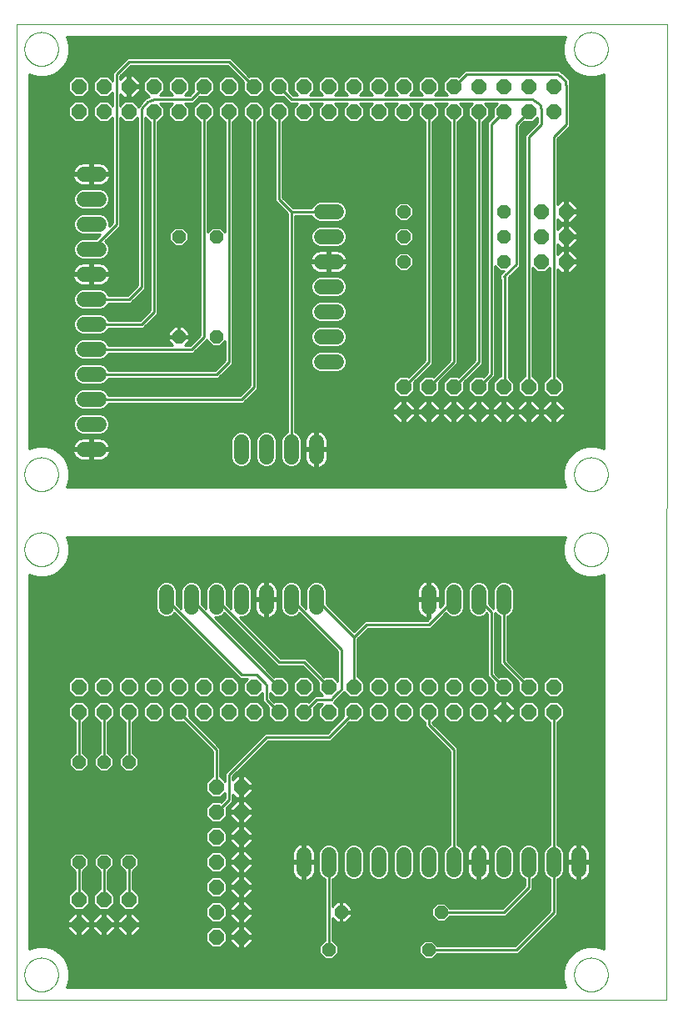
<source format=gbl>
G75*
%MOIN*%
%OFA0B0*%
%FSLAX25Y25*%
%IPPOS*%
%LPD*%
%AMOC8*
5,1,8,0,0,1.08239X$1,22.5*
%
%ADD10C,0.00000*%
%ADD11OC8,0.06000*%
%ADD12C,0.06000*%
%ADD13OC8,0.05200*%
%ADD14C,0.01000*%
%ADD15C,0.00600*%
D10*
X0001000Y0001000D02*
X0001039Y0391000D01*
X0261472Y0390961D01*
X0261000Y0001000D01*
X0001000Y0001000D01*
X0004250Y0011000D02*
X0004252Y0011166D01*
X0004258Y0011331D01*
X0004268Y0011497D01*
X0004283Y0011662D01*
X0004301Y0011826D01*
X0004323Y0011990D01*
X0004349Y0012154D01*
X0004380Y0012317D01*
X0004414Y0012479D01*
X0004452Y0012640D01*
X0004495Y0012800D01*
X0004541Y0012959D01*
X0004591Y0013117D01*
X0004645Y0013274D01*
X0004702Y0013429D01*
X0004764Y0013583D01*
X0004829Y0013735D01*
X0004898Y0013886D01*
X0004971Y0014035D01*
X0005047Y0014182D01*
X0005127Y0014327D01*
X0005210Y0014470D01*
X0005297Y0014611D01*
X0005388Y0014750D01*
X0005481Y0014887D01*
X0005578Y0015021D01*
X0005679Y0015153D01*
X0005782Y0015282D01*
X0005889Y0015409D01*
X0005999Y0015533D01*
X0006111Y0015654D01*
X0006227Y0015773D01*
X0006346Y0015889D01*
X0006467Y0016001D01*
X0006591Y0016111D01*
X0006718Y0016218D01*
X0006847Y0016321D01*
X0006979Y0016422D01*
X0007113Y0016519D01*
X0007250Y0016612D01*
X0007389Y0016703D01*
X0007530Y0016790D01*
X0007673Y0016873D01*
X0007818Y0016953D01*
X0007965Y0017029D01*
X0008114Y0017102D01*
X0008265Y0017171D01*
X0008417Y0017236D01*
X0008571Y0017298D01*
X0008726Y0017355D01*
X0008883Y0017409D01*
X0009041Y0017459D01*
X0009200Y0017505D01*
X0009360Y0017548D01*
X0009521Y0017586D01*
X0009683Y0017620D01*
X0009846Y0017651D01*
X0010010Y0017677D01*
X0010174Y0017699D01*
X0010338Y0017717D01*
X0010503Y0017732D01*
X0010669Y0017742D01*
X0010834Y0017748D01*
X0011000Y0017750D01*
X0011166Y0017748D01*
X0011331Y0017742D01*
X0011497Y0017732D01*
X0011662Y0017717D01*
X0011826Y0017699D01*
X0011990Y0017677D01*
X0012154Y0017651D01*
X0012317Y0017620D01*
X0012479Y0017586D01*
X0012640Y0017548D01*
X0012800Y0017505D01*
X0012959Y0017459D01*
X0013117Y0017409D01*
X0013274Y0017355D01*
X0013429Y0017298D01*
X0013583Y0017236D01*
X0013735Y0017171D01*
X0013886Y0017102D01*
X0014035Y0017029D01*
X0014182Y0016953D01*
X0014327Y0016873D01*
X0014470Y0016790D01*
X0014611Y0016703D01*
X0014750Y0016612D01*
X0014887Y0016519D01*
X0015021Y0016422D01*
X0015153Y0016321D01*
X0015282Y0016218D01*
X0015409Y0016111D01*
X0015533Y0016001D01*
X0015654Y0015889D01*
X0015773Y0015773D01*
X0015889Y0015654D01*
X0016001Y0015533D01*
X0016111Y0015409D01*
X0016218Y0015282D01*
X0016321Y0015153D01*
X0016422Y0015021D01*
X0016519Y0014887D01*
X0016612Y0014750D01*
X0016703Y0014611D01*
X0016790Y0014470D01*
X0016873Y0014327D01*
X0016953Y0014182D01*
X0017029Y0014035D01*
X0017102Y0013886D01*
X0017171Y0013735D01*
X0017236Y0013583D01*
X0017298Y0013429D01*
X0017355Y0013274D01*
X0017409Y0013117D01*
X0017459Y0012959D01*
X0017505Y0012800D01*
X0017548Y0012640D01*
X0017586Y0012479D01*
X0017620Y0012317D01*
X0017651Y0012154D01*
X0017677Y0011990D01*
X0017699Y0011826D01*
X0017717Y0011662D01*
X0017732Y0011497D01*
X0017742Y0011331D01*
X0017748Y0011166D01*
X0017750Y0011000D01*
X0017748Y0010834D01*
X0017742Y0010669D01*
X0017732Y0010503D01*
X0017717Y0010338D01*
X0017699Y0010174D01*
X0017677Y0010010D01*
X0017651Y0009846D01*
X0017620Y0009683D01*
X0017586Y0009521D01*
X0017548Y0009360D01*
X0017505Y0009200D01*
X0017459Y0009041D01*
X0017409Y0008883D01*
X0017355Y0008726D01*
X0017298Y0008571D01*
X0017236Y0008417D01*
X0017171Y0008265D01*
X0017102Y0008114D01*
X0017029Y0007965D01*
X0016953Y0007818D01*
X0016873Y0007673D01*
X0016790Y0007530D01*
X0016703Y0007389D01*
X0016612Y0007250D01*
X0016519Y0007113D01*
X0016422Y0006979D01*
X0016321Y0006847D01*
X0016218Y0006718D01*
X0016111Y0006591D01*
X0016001Y0006467D01*
X0015889Y0006346D01*
X0015773Y0006227D01*
X0015654Y0006111D01*
X0015533Y0005999D01*
X0015409Y0005889D01*
X0015282Y0005782D01*
X0015153Y0005679D01*
X0015021Y0005578D01*
X0014887Y0005481D01*
X0014750Y0005388D01*
X0014611Y0005297D01*
X0014470Y0005210D01*
X0014327Y0005127D01*
X0014182Y0005047D01*
X0014035Y0004971D01*
X0013886Y0004898D01*
X0013735Y0004829D01*
X0013583Y0004764D01*
X0013429Y0004702D01*
X0013274Y0004645D01*
X0013117Y0004591D01*
X0012959Y0004541D01*
X0012800Y0004495D01*
X0012640Y0004452D01*
X0012479Y0004414D01*
X0012317Y0004380D01*
X0012154Y0004349D01*
X0011990Y0004323D01*
X0011826Y0004301D01*
X0011662Y0004283D01*
X0011497Y0004268D01*
X0011331Y0004258D01*
X0011166Y0004252D01*
X0011000Y0004250D01*
X0010834Y0004252D01*
X0010669Y0004258D01*
X0010503Y0004268D01*
X0010338Y0004283D01*
X0010174Y0004301D01*
X0010010Y0004323D01*
X0009846Y0004349D01*
X0009683Y0004380D01*
X0009521Y0004414D01*
X0009360Y0004452D01*
X0009200Y0004495D01*
X0009041Y0004541D01*
X0008883Y0004591D01*
X0008726Y0004645D01*
X0008571Y0004702D01*
X0008417Y0004764D01*
X0008265Y0004829D01*
X0008114Y0004898D01*
X0007965Y0004971D01*
X0007818Y0005047D01*
X0007673Y0005127D01*
X0007530Y0005210D01*
X0007389Y0005297D01*
X0007250Y0005388D01*
X0007113Y0005481D01*
X0006979Y0005578D01*
X0006847Y0005679D01*
X0006718Y0005782D01*
X0006591Y0005889D01*
X0006467Y0005999D01*
X0006346Y0006111D01*
X0006227Y0006227D01*
X0006111Y0006346D01*
X0005999Y0006467D01*
X0005889Y0006591D01*
X0005782Y0006718D01*
X0005679Y0006847D01*
X0005578Y0006979D01*
X0005481Y0007113D01*
X0005388Y0007250D01*
X0005297Y0007389D01*
X0005210Y0007530D01*
X0005127Y0007673D01*
X0005047Y0007818D01*
X0004971Y0007965D01*
X0004898Y0008114D01*
X0004829Y0008265D01*
X0004764Y0008417D01*
X0004702Y0008571D01*
X0004645Y0008726D01*
X0004591Y0008883D01*
X0004541Y0009041D01*
X0004495Y0009200D01*
X0004452Y0009360D01*
X0004414Y0009521D01*
X0004380Y0009683D01*
X0004349Y0009846D01*
X0004323Y0010010D01*
X0004301Y0010174D01*
X0004283Y0010338D01*
X0004268Y0010503D01*
X0004258Y0010669D01*
X0004252Y0010834D01*
X0004250Y0011000D01*
X0004250Y0181000D02*
X0004252Y0181166D01*
X0004258Y0181331D01*
X0004268Y0181497D01*
X0004283Y0181662D01*
X0004301Y0181826D01*
X0004323Y0181990D01*
X0004349Y0182154D01*
X0004380Y0182317D01*
X0004414Y0182479D01*
X0004452Y0182640D01*
X0004495Y0182800D01*
X0004541Y0182959D01*
X0004591Y0183117D01*
X0004645Y0183274D01*
X0004702Y0183429D01*
X0004764Y0183583D01*
X0004829Y0183735D01*
X0004898Y0183886D01*
X0004971Y0184035D01*
X0005047Y0184182D01*
X0005127Y0184327D01*
X0005210Y0184470D01*
X0005297Y0184611D01*
X0005388Y0184750D01*
X0005481Y0184887D01*
X0005578Y0185021D01*
X0005679Y0185153D01*
X0005782Y0185282D01*
X0005889Y0185409D01*
X0005999Y0185533D01*
X0006111Y0185654D01*
X0006227Y0185773D01*
X0006346Y0185889D01*
X0006467Y0186001D01*
X0006591Y0186111D01*
X0006718Y0186218D01*
X0006847Y0186321D01*
X0006979Y0186422D01*
X0007113Y0186519D01*
X0007250Y0186612D01*
X0007389Y0186703D01*
X0007530Y0186790D01*
X0007673Y0186873D01*
X0007818Y0186953D01*
X0007965Y0187029D01*
X0008114Y0187102D01*
X0008265Y0187171D01*
X0008417Y0187236D01*
X0008571Y0187298D01*
X0008726Y0187355D01*
X0008883Y0187409D01*
X0009041Y0187459D01*
X0009200Y0187505D01*
X0009360Y0187548D01*
X0009521Y0187586D01*
X0009683Y0187620D01*
X0009846Y0187651D01*
X0010010Y0187677D01*
X0010174Y0187699D01*
X0010338Y0187717D01*
X0010503Y0187732D01*
X0010669Y0187742D01*
X0010834Y0187748D01*
X0011000Y0187750D01*
X0011166Y0187748D01*
X0011331Y0187742D01*
X0011497Y0187732D01*
X0011662Y0187717D01*
X0011826Y0187699D01*
X0011990Y0187677D01*
X0012154Y0187651D01*
X0012317Y0187620D01*
X0012479Y0187586D01*
X0012640Y0187548D01*
X0012800Y0187505D01*
X0012959Y0187459D01*
X0013117Y0187409D01*
X0013274Y0187355D01*
X0013429Y0187298D01*
X0013583Y0187236D01*
X0013735Y0187171D01*
X0013886Y0187102D01*
X0014035Y0187029D01*
X0014182Y0186953D01*
X0014327Y0186873D01*
X0014470Y0186790D01*
X0014611Y0186703D01*
X0014750Y0186612D01*
X0014887Y0186519D01*
X0015021Y0186422D01*
X0015153Y0186321D01*
X0015282Y0186218D01*
X0015409Y0186111D01*
X0015533Y0186001D01*
X0015654Y0185889D01*
X0015773Y0185773D01*
X0015889Y0185654D01*
X0016001Y0185533D01*
X0016111Y0185409D01*
X0016218Y0185282D01*
X0016321Y0185153D01*
X0016422Y0185021D01*
X0016519Y0184887D01*
X0016612Y0184750D01*
X0016703Y0184611D01*
X0016790Y0184470D01*
X0016873Y0184327D01*
X0016953Y0184182D01*
X0017029Y0184035D01*
X0017102Y0183886D01*
X0017171Y0183735D01*
X0017236Y0183583D01*
X0017298Y0183429D01*
X0017355Y0183274D01*
X0017409Y0183117D01*
X0017459Y0182959D01*
X0017505Y0182800D01*
X0017548Y0182640D01*
X0017586Y0182479D01*
X0017620Y0182317D01*
X0017651Y0182154D01*
X0017677Y0181990D01*
X0017699Y0181826D01*
X0017717Y0181662D01*
X0017732Y0181497D01*
X0017742Y0181331D01*
X0017748Y0181166D01*
X0017750Y0181000D01*
X0017748Y0180834D01*
X0017742Y0180669D01*
X0017732Y0180503D01*
X0017717Y0180338D01*
X0017699Y0180174D01*
X0017677Y0180010D01*
X0017651Y0179846D01*
X0017620Y0179683D01*
X0017586Y0179521D01*
X0017548Y0179360D01*
X0017505Y0179200D01*
X0017459Y0179041D01*
X0017409Y0178883D01*
X0017355Y0178726D01*
X0017298Y0178571D01*
X0017236Y0178417D01*
X0017171Y0178265D01*
X0017102Y0178114D01*
X0017029Y0177965D01*
X0016953Y0177818D01*
X0016873Y0177673D01*
X0016790Y0177530D01*
X0016703Y0177389D01*
X0016612Y0177250D01*
X0016519Y0177113D01*
X0016422Y0176979D01*
X0016321Y0176847D01*
X0016218Y0176718D01*
X0016111Y0176591D01*
X0016001Y0176467D01*
X0015889Y0176346D01*
X0015773Y0176227D01*
X0015654Y0176111D01*
X0015533Y0175999D01*
X0015409Y0175889D01*
X0015282Y0175782D01*
X0015153Y0175679D01*
X0015021Y0175578D01*
X0014887Y0175481D01*
X0014750Y0175388D01*
X0014611Y0175297D01*
X0014470Y0175210D01*
X0014327Y0175127D01*
X0014182Y0175047D01*
X0014035Y0174971D01*
X0013886Y0174898D01*
X0013735Y0174829D01*
X0013583Y0174764D01*
X0013429Y0174702D01*
X0013274Y0174645D01*
X0013117Y0174591D01*
X0012959Y0174541D01*
X0012800Y0174495D01*
X0012640Y0174452D01*
X0012479Y0174414D01*
X0012317Y0174380D01*
X0012154Y0174349D01*
X0011990Y0174323D01*
X0011826Y0174301D01*
X0011662Y0174283D01*
X0011497Y0174268D01*
X0011331Y0174258D01*
X0011166Y0174252D01*
X0011000Y0174250D01*
X0010834Y0174252D01*
X0010669Y0174258D01*
X0010503Y0174268D01*
X0010338Y0174283D01*
X0010174Y0174301D01*
X0010010Y0174323D01*
X0009846Y0174349D01*
X0009683Y0174380D01*
X0009521Y0174414D01*
X0009360Y0174452D01*
X0009200Y0174495D01*
X0009041Y0174541D01*
X0008883Y0174591D01*
X0008726Y0174645D01*
X0008571Y0174702D01*
X0008417Y0174764D01*
X0008265Y0174829D01*
X0008114Y0174898D01*
X0007965Y0174971D01*
X0007818Y0175047D01*
X0007673Y0175127D01*
X0007530Y0175210D01*
X0007389Y0175297D01*
X0007250Y0175388D01*
X0007113Y0175481D01*
X0006979Y0175578D01*
X0006847Y0175679D01*
X0006718Y0175782D01*
X0006591Y0175889D01*
X0006467Y0175999D01*
X0006346Y0176111D01*
X0006227Y0176227D01*
X0006111Y0176346D01*
X0005999Y0176467D01*
X0005889Y0176591D01*
X0005782Y0176718D01*
X0005679Y0176847D01*
X0005578Y0176979D01*
X0005481Y0177113D01*
X0005388Y0177250D01*
X0005297Y0177389D01*
X0005210Y0177530D01*
X0005127Y0177673D01*
X0005047Y0177818D01*
X0004971Y0177965D01*
X0004898Y0178114D01*
X0004829Y0178265D01*
X0004764Y0178417D01*
X0004702Y0178571D01*
X0004645Y0178726D01*
X0004591Y0178883D01*
X0004541Y0179041D01*
X0004495Y0179200D01*
X0004452Y0179360D01*
X0004414Y0179521D01*
X0004380Y0179683D01*
X0004349Y0179846D01*
X0004323Y0180010D01*
X0004301Y0180174D01*
X0004283Y0180338D01*
X0004268Y0180503D01*
X0004258Y0180669D01*
X0004252Y0180834D01*
X0004250Y0181000D01*
X0004250Y0211000D02*
X0004252Y0211166D01*
X0004258Y0211331D01*
X0004268Y0211497D01*
X0004283Y0211662D01*
X0004301Y0211826D01*
X0004323Y0211990D01*
X0004349Y0212154D01*
X0004380Y0212317D01*
X0004414Y0212479D01*
X0004452Y0212640D01*
X0004495Y0212800D01*
X0004541Y0212959D01*
X0004591Y0213117D01*
X0004645Y0213274D01*
X0004702Y0213429D01*
X0004764Y0213583D01*
X0004829Y0213735D01*
X0004898Y0213886D01*
X0004971Y0214035D01*
X0005047Y0214182D01*
X0005127Y0214327D01*
X0005210Y0214470D01*
X0005297Y0214611D01*
X0005388Y0214750D01*
X0005481Y0214887D01*
X0005578Y0215021D01*
X0005679Y0215153D01*
X0005782Y0215282D01*
X0005889Y0215409D01*
X0005999Y0215533D01*
X0006111Y0215654D01*
X0006227Y0215773D01*
X0006346Y0215889D01*
X0006467Y0216001D01*
X0006591Y0216111D01*
X0006718Y0216218D01*
X0006847Y0216321D01*
X0006979Y0216422D01*
X0007113Y0216519D01*
X0007250Y0216612D01*
X0007389Y0216703D01*
X0007530Y0216790D01*
X0007673Y0216873D01*
X0007818Y0216953D01*
X0007965Y0217029D01*
X0008114Y0217102D01*
X0008265Y0217171D01*
X0008417Y0217236D01*
X0008571Y0217298D01*
X0008726Y0217355D01*
X0008883Y0217409D01*
X0009041Y0217459D01*
X0009200Y0217505D01*
X0009360Y0217548D01*
X0009521Y0217586D01*
X0009683Y0217620D01*
X0009846Y0217651D01*
X0010010Y0217677D01*
X0010174Y0217699D01*
X0010338Y0217717D01*
X0010503Y0217732D01*
X0010669Y0217742D01*
X0010834Y0217748D01*
X0011000Y0217750D01*
X0011166Y0217748D01*
X0011331Y0217742D01*
X0011497Y0217732D01*
X0011662Y0217717D01*
X0011826Y0217699D01*
X0011990Y0217677D01*
X0012154Y0217651D01*
X0012317Y0217620D01*
X0012479Y0217586D01*
X0012640Y0217548D01*
X0012800Y0217505D01*
X0012959Y0217459D01*
X0013117Y0217409D01*
X0013274Y0217355D01*
X0013429Y0217298D01*
X0013583Y0217236D01*
X0013735Y0217171D01*
X0013886Y0217102D01*
X0014035Y0217029D01*
X0014182Y0216953D01*
X0014327Y0216873D01*
X0014470Y0216790D01*
X0014611Y0216703D01*
X0014750Y0216612D01*
X0014887Y0216519D01*
X0015021Y0216422D01*
X0015153Y0216321D01*
X0015282Y0216218D01*
X0015409Y0216111D01*
X0015533Y0216001D01*
X0015654Y0215889D01*
X0015773Y0215773D01*
X0015889Y0215654D01*
X0016001Y0215533D01*
X0016111Y0215409D01*
X0016218Y0215282D01*
X0016321Y0215153D01*
X0016422Y0215021D01*
X0016519Y0214887D01*
X0016612Y0214750D01*
X0016703Y0214611D01*
X0016790Y0214470D01*
X0016873Y0214327D01*
X0016953Y0214182D01*
X0017029Y0214035D01*
X0017102Y0213886D01*
X0017171Y0213735D01*
X0017236Y0213583D01*
X0017298Y0213429D01*
X0017355Y0213274D01*
X0017409Y0213117D01*
X0017459Y0212959D01*
X0017505Y0212800D01*
X0017548Y0212640D01*
X0017586Y0212479D01*
X0017620Y0212317D01*
X0017651Y0212154D01*
X0017677Y0211990D01*
X0017699Y0211826D01*
X0017717Y0211662D01*
X0017732Y0211497D01*
X0017742Y0211331D01*
X0017748Y0211166D01*
X0017750Y0211000D01*
X0017748Y0210834D01*
X0017742Y0210669D01*
X0017732Y0210503D01*
X0017717Y0210338D01*
X0017699Y0210174D01*
X0017677Y0210010D01*
X0017651Y0209846D01*
X0017620Y0209683D01*
X0017586Y0209521D01*
X0017548Y0209360D01*
X0017505Y0209200D01*
X0017459Y0209041D01*
X0017409Y0208883D01*
X0017355Y0208726D01*
X0017298Y0208571D01*
X0017236Y0208417D01*
X0017171Y0208265D01*
X0017102Y0208114D01*
X0017029Y0207965D01*
X0016953Y0207818D01*
X0016873Y0207673D01*
X0016790Y0207530D01*
X0016703Y0207389D01*
X0016612Y0207250D01*
X0016519Y0207113D01*
X0016422Y0206979D01*
X0016321Y0206847D01*
X0016218Y0206718D01*
X0016111Y0206591D01*
X0016001Y0206467D01*
X0015889Y0206346D01*
X0015773Y0206227D01*
X0015654Y0206111D01*
X0015533Y0205999D01*
X0015409Y0205889D01*
X0015282Y0205782D01*
X0015153Y0205679D01*
X0015021Y0205578D01*
X0014887Y0205481D01*
X0014750Y0205388D01*
X0014611Y0205297D01*
X0014470Y0205210D01*
X0014327Y0205127D01*
X0014182Y0205047D01*
X0014035Y0204971D01*
X0013886Y0204898D01*
X0013735Y0204829D01*
X0013583Y0204764D01*
X0013429Y0204702D01*
X0013274Y0204645D01*
X0013117Y0204591D01*
X0012959Y0204541D01*
X0012800Y0204495D01*
X0012640Y0204452D01*
X0012479Y0204414D01*
X0012317Y0204380D01*
X0012154Y0204349D01*
X0011990Y0204323D01*
X0011826Y0204301D01*
X0011662Y0204283D01*
X0011497Y0204268D01*
X0011331Y0204258D01*
X0011166Y0204252D01*
X0011000Y0204250D01*
X0010834Y0204252D01*
X0010669Y0204258D01*
X0010503Y0204268D01*
X0010338Y0204283D01*
X0010174Y0204301D01*
X0010010Y0204323D01*
X0009846Y0204349D01*
X0009683Y0204380D01*
X0009521Y0204414D01*
X0009360Y0204452D01*
X0009200Y0204495D01*
X0009041Y0204541D01*
X0008883Y0204591D01*
X0008726Y0204645D01*
X0008571Y0204702D01*
X0008417Y0204764D01*
X0008265Y0204829D01*
X0008114Y0204898D01*
X0007965Y0204971D01*
X0007818Y0205047D01*
X0007673Y0205127D01*
X0007530Y0205210D01*
X0007389Y0205297D01*
X0007250Y0205388D01*
X0007113Y0205481D01*
X0006979Y0205578D01*
X0006847Y0205679D01*
X0006718Y0205782D01*
X0006591Y0205889D01*
X0006467Y0205999D01*
X0006346Y0206111D01*
X0006227Y0206227D01*
X0006111Y0206346D01*
X0005999Y0206467D01*
X0005889Y0206591D01*
X0005782Y0206718D01*
X0005679Y0206847D01*
X0005578Y0206979D01*
X0005481Y0207113D01*
X0005388Y0207250D01*
X0005297Y0207389D01*
X0005210Y0207530D01*
X0005127Y0207673D01*
X0005047Y0207818D01*
X0004971Y0207965D01*
X0004898Y0208114D01*
X0004829Y0208265D01*
X0004764Y0208417D01*
X0004702Y0208571D01*
X0004645Y0208726D01*
X0004591Y0208883D01*
X0004541Y0209041D01*
X0004495Y0209200D01*
X0004452Y0209360D01*
X0004414Y0209521D01*
X0004380Y0209683D01*
X0004349Y0209846D01*
X0004323Y0210010D01*
X0004301Y0210174D01*
X0004283Y0210338D01*
X0004268Y0210503D01*
X0004258Y0210669D01*
X0004252Y0210834D01*
X0004250Y0211000D01*
X0004250Y0381000D02*
X0004252Y0381166D01*
X0004258Y0381331D01*
X0004268Y0381497D01*
X0004283Y0381662D01*
X0004301Y0381826D01*
X0004323Y0381990D01*
X0004349Y0382154D01*
X0004380Y0382317D01*
X0004414Y0382479D01*
X0004452Y0382640D01*
X0004495Y0382800D01*
X0004541Y0382959D01*
X0004591Y0383117D01*
X0004645Y0383274D01*
X0004702Y0383429D01*
X0004764Y0383583D01*
X0004829Y0383735D01*
X0004898Y0383886D01*
X0004971Y0384035D01*
X0005047Y0384182D01*
X0005127Y0384327D01*
X0005210Y0384470D01*
X0005297Y0384611D01*
X0005388Y0384750D01*
X0005481Y0384887D01*
X0005578Y0385021D01*
X0005679Y0385153D01*
X0005782Y0385282D01*
X0005889Y0385409D01*
X0005999Y0385533D01*
X0006111Y0385654D01*
X0006227Y0385773D01*
X0006346Y0385889D01*
X0006467Y0386001D01*
X0006591Y0386111D01*
X0006718Y0386218D01*
X0006847Y0386321D01*
X0006979Y0386422D01*
X0007113Y0386519D01*
X0007250Y0386612D01*
X0007389Y0386703D01*
X0007530Y0386790D01*
X0007673Y0386873D01*
X0007818Y0386953D01*
X0007965Y0387029D01*
X0008114Y0387102D01*
X0008265Y0387171D01*
X0008417Y0387236D01*
X0008571Y0387298D01*
X0008726Y0387355D01*
X0008883Y0387409D01*
X0009041Y0387459D01*
X0009200Y0387505D01*
X0009360Y0387548D01*
X0009521Y0387586D01*
X0009683Y0387620D01*
X0009846Y0387651D01*
X0010010Y0387677D01*
X0010174Y0387699D01*
X0010338Y0387717D01*
X0010503Y0387732D01*
X0010669Y0387742D01*
X0010834Y0387748D01*
X0011000Y0387750D01*
X0011166Y0387748D01*
X0011331Y0387742D01*
X0011497Y0387732D01*
X0011662Y0387717D01*
X0011826Y0387699D01*
X0011990Y0387677D01*
X0012154Y0387651D01*
X0012317Y0387620D01*
X0012479Y0387586D01*
X0012640Y0387548D01*
X0012800Y0387505D01*
X0012959Y0387459D01*
X0013117Y0387409D01*
X0013274Y0387355D01*
X0013429Y0387298D01*
X0013583Y0387236D01*
X0013735Y0387171D01*
X0013886Y0387102D01*
X0014035Y0387029D01*
X0014182Y0386953D01*
X0014327Y0386873D01*
X0014470Y0386790D01*
X0014611Y0386703D01*
X0014750Y0386612D01*
X0014887Y0386519D01*
X0015021Y0386422D01*
X0015153Y0386321D01*
X0015282Y0386218D01*
X0015409Y0386111D01*
X0015533Y0386001D01*
X0015654Y0385889D01*
X0015773Y0385773D01*
X0015889Y0385654D01*
X0016001Y0385533D01*
X0016111Y0385409D01*
X0016218Y0385282D01*
X0016321Y0385153D01*
X0016422Y0385021D01*
X0016519Y0384887D01*
X0016612Y0384750D01*
X0016703Y0384611D01*
X0016790Y0384470D01*
X0016873Y0384327D01*
X0016953Y0384182D01*
X0017029Y0384035D01*
X0017102Y0383886D01*
X0017171Y0383735D01*
X0017236Y0383583D01*
X0017298Y0383429D01*
X0017355Y0383274D01*
X0017409Y0383117D01*
X0017459Y0382959D01*
X0017505Y0382800D01*
X0017548Y0382640D01*
X0017586Y0382479D01*
X0017620Y0382317D01*
X0017651Y0382154D01*
X0017677Y0381990D01*
X0017699Y0381826D01*
X0017717Y0381662D01*
X0017732Y0381497D01*
X0017742Y0381331D01*
X0017748Y0381166D01*
X0017750Y0381000D01*
X0017748Y0380834D01*
X0017742Y0380669D01*
X0017732Y0380503D01*
X0017717Y0380338D01*
X0017699Y0380174D01*
X0017677Y0380010D01*
X0017651Y0379846D01*
X0017620Y0379683D01*
X0017586Y0379521D01*
X0017548Y0379360D01*
X0017505Y0379200D01*
X0017459Y0379041D01*
X0017409Y0378883D01*
X0017355Y0378726D01*
X0017298Y0378571D01*
X0017236Y0378417D01*
X0017171Y0378265D01*
X0017102Y0378114D01*
X0017029Y0377965D01*
X0016953Y0377818D01*
X0016873Y0377673D01*
X0016790Y0377530D01*
X0016703Y0377389D01*
X0016612Y0377250D01*
X0016519Y0377113D01*
X0016422Y0376979D01*
X0016321Y0376847D01*
X0016218Y0376718D01*
X0016111Y0376591D01*
X0016001Y0376467D01*
X0015889Y0376346D01*
X0015773Y0376227D01*
X0015654Y0376111D01*
X0015533Y0375999D01*
X0015409Y0375889D01*
X0015282Y0375782D01*
X0015153Y0375679D01*
X0015021Y0375578D01*
X0014887Y0375481D01*
X0014750Y0375388D01*
X0014611Y0375297D01*
X0014470Y0375210D01*
X0014327Y0375127D01*
X0014182Y0375047D01*
X0014035Y0374971D01*
X0013886Y0374898D01*
X0013735Y0374829D01*
X0013583Y0374764D01*
X0013429Y0374702D01*
X0013274Y0374645D01*
X0013117Y0374591D01*
X0012959Y0374541D01*
X0012800Y0374495D01*
X0012640Y0374452D01*
X0012479Y0374414D01*
X0012317Y0374380D01*
X0012154Y0374349D01*
X0011990Y0374323D01*
X0011826Y0374301D01*
X0011662Y0374283D01*
X0011497Y0374268D01*
X0011331Y0374258D01*
X0011166Y0374252D01*
X0011000Y0374250D01*
X0010834Y0374252D01*
X0010669Y0374258D01*
X0010503Y0374268D01*
X0010338Y0374283D01*
X0010174Y0374301D01*
X0010010Y0374323D01*
X0009846Y0374349D01*
X0009683Y0374380D01*
X0009521Y0374414D01*
X0009360Y0374452D01*
X0009200Y0374495D01*
X0009041Y0374541D01*
X0008883Y0374591D01*
X0008726Y0374645D01*
X0008571Y0374702D01*
X0008417Y0374764D01*
X0008265Y0374829D01*
X0008114Y0374898D01*
X0007965Y0374971D01*
X0007818Y0375047D01*
X0007673Y0375127D01*
X0007530Y0375210D01*
X0007389Y0375297D01*
X0007250Y0375388D01*
X0007113Y0375481D01*
X0006979Y0375578D01*
X0006847Y0375679D01*
X0006718Y0375782D01*
X0006591Y0375889D01*
X0006467Y0375999D01*
X0006346Y0376111D01*
X0006227Y0376227D01*
X0006111Y0376346D01*
X0005999Y0376467D01*
X0005889Y0376591D01*
X0005782Y0376718D01*
X0005679Y0376847D01*
X0005578Y0376979D01*
X0005481Y0377113D01*
X0005388Y0377250D01*
X0005297Y0377389D01*
X0005210Y0377530D01*
X0005127Y0377673D01*
X0005047Y0377818D01*
X0004971Y0377965D01*
X0004898Y0378114D01*
X0004829Y0378265D01*
X0004764Y0378417D01*
X0004702Y0378571D01*
X0004645Y0378726D01*
X0004591Y0378883D01*
X0004541Y0379041D01*
X0004495Y0379200D01*
X0004452Y0379360D01*
X0004414Y0379521D01*
X0004380Y0379683D01*
X0004349Y0379846D01*
X0004323Y0380010D01*
X0004301Y0380174D01*
X0004283Y0380338D01*
X0004268Y0380503D01*
X0004258Y0380669D01*
X0004252Y0380834D01*
X0004250Y0381000D01*
X0224250Y0381000D02*
X0224252Y0381166D01*
X0224258Y0381331D01*
X0224268Y0381497D01*
X0224283Y0381662D01*
X0224301Y0381826D01*
X0224323Y0381990D01*
X0224349Y0382154D01*
X0224380Y0382317D01*
X0224414Y0382479D01*
X0224452Y0382640D01*
X0224495Y0382800D01*
X0224541Y0382959D01*
X0224591Y0383117D01*
X0224645Y0383274D01*
X0224702Y0383429D01*
X0224764Y0383583D01*
X0224829Y0383735D01*
X0224898Y0383886D01*
X0224971Y0384035D01*
X0225047Y0384182D01*
X0225127Y0384327D01*
X0225210Y0384470D01*
X0225297Y0384611D01*
X0225388Y0384750D01*
X0225481Y0384887D01*
X0225578Y0385021D01*
X0225679Y0385153D01*
X0225782Y0385282D01*
X0225889Y0385409D01*
X0225999Y0385533D01*
X0226111Y0385654D01*
X0226227Y0385773D01*
X0226346Y0385889D01*
X0226467Y0386001D01*
X0226591Y0386111D01*
X0226718Y0386218D01*
X0226847Y0386321D01*
X0226979Y0386422D01*
X0227113Y0386519D01*
X0227250Y0386612D01*
X0227389Y0386703D01*
X0227530Y0386790D01*
X0227673Y0386873D01*
X0227818Y0386953D01*
X0227965Y0387029D01*
X0228114Y0387102D01*
X0228265Y0387171D01*
X0228417Y0387236D01*
X0228571Y0387298D01*
X0228726Y0387355D01*
X0228883Y0387409D01*
X0229041Y0387459D01*
X0229200Y0387505D01*
X0229360Y0387548D01*
X0229521Y0387586D01*
X0229683Y0387620D01*
X0229846Y0387651D01*
X0230010Y0387677D01*
X0230174Y0387699D01*
X0230338Y0387717D01*
X0230503Y0387732D01*
X0230669Y0387742D01*
X0230834Y0387748D01*
X0231000Y0387750D01*
X0231166Y0387748D01*
X0231331Y0387742D01*
X0231497Y0387732D01*
X0231662Y0387717D01*
X0231826Y0387699D01*
X0231990Y0387677D01*
X0232154Y0387651D01*
X0232317Y0387620D01*
X0232479Y0387586D01*
X0232640Y0387548D01*
X0232800Y0387505D01*
X0232959Y0387459D01*
X0233117Y0387409D01*
X0233274Y0387355D01*
X0233429Y0387298D01*
X0233583Y0387236D01*
X0233735Y0387171D01*
X0233886Y0387102D01*
X0234035Y0387029D01*
X0234182Y0386953D01*
X0234327Y0386873D01*
X0234470Y0386790D01*
X0234611Y0386703D01*
X0234750Y0386612D01*
X0234887Y0386519D01*
X0235021Y0386422D01*
X0235153Y0386321D01*
X0235282Y0386218D01*
X0235409Y0386111D01*
X0235533Y0386001D01*
X0235654Y0385889D01*
X0235773Y0385773D01*
X0235889Y0385654D01*
X0236001Y0385533D01*
X0236111Y0385409D01*
X0236218Y0385282D01*
X0236321Y0385153D01*
X0236422Y0385021D01*
X0236519Y0384887D01*
X0236612Y0384750D01*
X0236703Y0384611D01*
X0236790Y0384470D01*
X0236873Y0384327D01*
X0236953Y0384182D01*
X0237029Y0384035D01*
X0237102Y0383886D01*
X0237171Y0383735D01*
X0237236Y0383583D01*
X0237298Y0383429D01*
X0237355Y0383274D01*
X0237409Y0383117D01*
X0237459Y0382959D01*
X0237505Y0382800D01*
X0237548Y0382640D01*
X0237586Y0382479D01*
X0237620Y0382317D01*
X0237651Y0382154D01*
X0237677Y0381990D01*
X0237699Y0381826D01*
X0237717Y0381662D01*
X0237732Y0381497D01*
X0237742Y0381331D01*
X0237748Y0381166D01*
X0237750Y0381000D01*
X0237748Y0380834D01*
X0237742Y0380669D01*
X0237732Y0380503D01*
X0237717Y0380338D01*
X0237699Y0380174D01*
X0237677Y0380010D01*
X0237651Y0379846D01*
X0237620Y0379683D01*
X0237586Y0379521D01*
X0237548Y0379360D01*
X0237505Y0379200D01*
X0237459Y0379041D01*
X0237409Y0378883D01*
X0237355Y0378726D01*
X0237298Y0378571D01*
X0237236Y0378417D01*
X0237171Y0378265D01*
X0237102Y0378114D01*
X0237029Y0377965D01*
X0236953Y0377818D01*
X0236873Y0377673D01*
X0236790Y0377530D01*
X0236703Y0377389D01*
X0236612Y0377250D01*
X0236519Y0377113D01*
X0236422Y0376979D01*
X0236321Y0376847D01*
X0236218Y0376718D01*
X0236111Y0376591D01*
X0236001Y0376467D01*
X0235889Y0376346D01*
X0235773Y0376227D01*
X0235654Y0376111D01*
X0235533Y0375999D01*
X0235409Y0375889D01*
X0235282Y0375782D01*
X0235153Y0375679D01*
X0235021Y0375578D01*
X0234887Y0375481D01*
X0234750Y0375388D01*
X0234611Y0375297D01*
X0234470Y0375210D01*
X0234327Y0375127D01*
X0234182Y0375047D01*
X0234035Y0374971D01*
X0233886Y0374898D01*
X0233735Y0374829D01*
X0233583Y0374764D01*
X0233429Y0374702D01*
X0233274Y0374645D01*
X0233117Y0374591D01*
X0232959Y0374541D01*
X0232800Y0374495D01*
X0232640Y0374452D01*
X0232479Y0374414D01*
X0232317Y0374380D01*
X0232154Y0374349D01*
X0231990Y0374323D01*
X0231826Y0374301D01*
X0231662Y0374283D01*
X0231497Y0374268D01*
X0231331Y0374258D01*
X0231166Y0374252D01*
X0231000Y0374250D01*
X0230834Y0374252D01*
X0230669Y0374258D01*
X0230503Y0374268D01*
X0230338Y0374283D01*
X0230174Y0374301D01*
X0230010Y0374323D01*
X0229846Y0374349D01*
X0229683Y0374380D01*
X0229521Y0374414D01*
X0229360Y0374452D01*
X0229200Y0374495D01*
X0229041Y0374541D01*
X0228883Y0374591D01*
X0228726Y0374645D01*
X0228571Y0374702D01*
X0228417Y0374764D01*
X0228265Y0374829D01*
X0228114Y0374898D01*
X0227965Y0374971D01*
X0227818Y0375047D01*
X0227673Y0375127D01*
X0227530Y0375210D01*
X0227389Y0375297D01*
X0227250Y0375388D01*
X0227113Y0375481D01*
X0226979Y0375578D01*
X0226847Y0375679D01*
X0226718Y0375782D01*
X0226591Y0375889D01*
X0226467Y0375999D01*
X0226346Y0376111D01*
X0226227Y0376227D01*
X0226111Y0376346D01*
X0225999Y0376467D01*
X0225889Y0376591D01*
X0225782Y0376718D01*
X0225679Y0376847D01*
X0225578Y0376979D01*
X0225481Y0377113D01*
X0225388Y0377250D01*
X0225297Y0377389D01*
X0225210Y0377530D01*
X0225127Y0377673D01*
X0225047Y0377818D01*
X0224971Y0377965D01*
X0224898Y0378114D01*
X0224829Y0378265D01*
X0224764Y0378417D01*
X0224702Y0378571D01*
X0224645Y0378726D01*
X0224591Y0378883D01*
X0224541Y0379041D01*
X0224495Y0379200D01*
X0224452Y0379360D01*
X0224414Y0379521D01*
X0224380Y0379683D01*
X0224349Y0379846D01*
X0224323Y0380010D01*
X0224301Y0380174D01*
X0224283Y0380338D01*
X0224268Y0380503D01*
X0224258Y0380669D01*
X0224252Y0380834D01*
X0224250Y0381000D01*
X0224250Y0211000D02*
X0224252Y0211166D01*
X0224258Y0211331D01*
X0224268Y0211497D01*
X0224283Y0211662D01*
X0224301Y0211826D01*
X0224323Y0211990D01*
X0224349Y0212154D01*
X0224380Y0212317D01*
X0224414Y0212479D01*
X0224452Y0212640D01*
X0224495Y0212800D01*
X0224541Y0212959D01*
X0224591Y0213117D01*
X0224645Y0213274D01*
X0224702Y0213429D01*
X0224764Y0213583D01*
X0224829Y0213735D01*
X0224898Y0213886D01*
X0224971Y0214035D01*
X0225047Y0214182D01*
X0225127Y0214327D01*
X0225210Y0214470D01*
X0225297Y0214611D01*
X0225388Y0214750D01*
X0225481Y0214887D01*
X0225578Y0215021D01*
X0225679Y0215153D01*
X0225782Y0215282D01*
X0225889Y0215409D01*
X0225999Y0215533D01*
X0226111Y0215654D01*
X0226227Y0215773D01*
X0226346Y0215889D01*
X0226467Y0216001D01*
X0226591Y0216111D01*
X0226718Y0216218D01*
X0226847Y0216321D01*
X0226979Y0216422D01*
X0227113Y0216519D01*
X0227250Y0216612D01*
X0227389Y0216703D01*
X0227530Y0216790D01*
X0227673Y0216873D01*
X0227818Y0216953D01*
X0227965Y0217029D01*
X0228114Y0217102D01*
X0228265Y0217171D01*
X0228417Y0217236D01*
X0228571Y0217298D01*
X0228726Y0217355D01*
X0228883Y0217409D01*
X0229041Y0217459D01*
X0229200Y0217505D01*
X0229360Y0217548D01*
X0229521Y0217586D01*
X0229683Y0217620D01*
X0229846Y0217651D01*
X0230010Y0217677D01*
X0230174Y0217699D01*
X0230338Y0217717D01*
X0230503Y0217732D01*
X0230669Y0217742D01*
X0230834Y0217748D01*
X0231000Y0217750D01*
X0231166Y0217748D01*
X0231331Y0217742D01*
X0231497Y0217732D01*
X0231662Y0217717D01*
X0231826Y0217699D01*
X0231990Y0217677D01*
X0232154Y0217651D01*
X0232317Y0217620D01*
X0232479Y0217586D01*
X0232640Y0217548D01*
X0232800Y0217505D01*
X0232959Y0217459D01*
X0233117Y0217409D01*
X0233274Y0217355D01*
X0233429Y0217298D01*
X0233583Y0217236D01*
X0233735Y0217171D01*
X0233886Y0217102D01*
X0234035Y0217029D01*
X0234182Y0216953D01*
X0234327Y0216873D01*
X0234470Y0216790D01*
X0234611Y0216703D01*
X0234750Y0216612D01*
X0234887Y0216519D01*
X0235021Y0216422D01*
X0235153Y0216321D01*
X0235282Y0216218D01*
X0235409Y0216111D01*
X0235533Y0216001D01*
X0235654Y0215889D01*
X0235773Y0215773D01*
X0235889Y0215654D01*
X0236001Y0215533D01*
X0236111Y0215409D01*
X0236218Y0215282D01*
X0236321Y0215153D01*
X0236422Y0215021D01*
X0236519Y0214887D01*
X0236612Y0214750D01*
X0236703Y0214611D01*
X0236790Y0214470D01*
X0236873Y0214327D01*
X0236953Y0214182D01*
X0237029Y0214035D01*
X0237102Y0213886D01*
X0237171Y0213735D01*
X0237236Y0213583D01*
X0237298Y0213429D01*
X0237355Y0213274D01*
X0237409Y0213117D01*
X0237459Y0212959D01*
X0237505Y0212800D01*
X0237548Y0212640D01*
X0237586Y0212479D01*
X0237620Y0212317D01*
X0237651Y0212154D01*
X0237677Y0211990D01*
X0237699Y0211826D01*
X0237717Y0211662D01*
X0237732Y0211497D01*
X0237742Y0211331D01*
X0237748Y0211166D01*
X0237750Y0211000D01*
X0237748Y0210834D01*
X0237742Y0210669D01*
X0237732Y0210503D01*
X0237717Y0210338D01*
X0237699Y0210174D01*
X0237677Y0210010D01*
X0237651Y0209846D01*
X0237620Y0209683D01*
X0237586Y0209521D01*
X0237548Y0209360D01*
X0237505Y0209200D01*
X0237459Y0209041D01*
X0237409Y0208883D01*
X0237355Y0208726D01*
X0237298Y0208571D01*
X0237236Y0208417D01*
X0237171Y0208265D01*
X0237102Y0208114D01*
X0237029Y0207965D01*
X0236953Y0207818D01*
X0236873Y0207673D01*
X0236790Y0207530D01*
X0236703Y0207389D01*
X0236612Y0207250D01*
X0236519Y0207113D01*
X0236422Y0206979D01*
X0236321Y0206847D01*
X0236218Y0206718D01*
X0236111Y0206591D01*
X0236001Y0206467D01*
X0235889Y0206346D01*
X0235773Y0206227D01*
X0235654Y0206111D01*
X0235533Y0205999D01*
X0235409Y0205889D01*
X0235282Y0205782D01*
X0235153Y0205679D01*
X0235021Y0205578D01*
X0234887Y0205481D01*
X0234750Y0205388D01*
X0234611Y0205297D01*
X0234470Y0205210D01*
X0234327Y0205127D01*
X0234182Y0205047D01*
X0234035Y0204971D01*
X0233886Y0204898D01*
X0233735Y0204829D01*
X0233583Y0204764D01*
X0233429Y0204702D01*
X0233274Y0204645D01*
X0233117Y0204591D01*
X0232959Y0204541D01*
X0232800Y0204495D01*
X0232640Y0204452D01*
X0232479Y0204414D01*
X0232317Y0204380D01*
X0232154Y0204349D01*
X0231990Y0204323D01*
X0231826Y0204301D01*
X0231662Y0204283D01*
X0231497Y0204268D01*
X0231331Y0204258D01*
X0231166Y0204252D01*
X0231000Y0204250D01*
X0230834Y0204252D01*
X0230669Y0204258D01*
X0230503Y0204268D01*
X0230338Y0204283D01*
X0230174Y0204301D01*
X0230010Y0204323D01*
X0229846Y0204349D01*
X0229683Y0204380D01*
X0229521Y0204414D01*
X0229360Y0204452D01*
X0229200Y0204495D01*
X0229041Y0204541D01*
X0228883Y0204591D01*
X0228726Y0204645D01*
X0228571Y0204702D01*
X0228417Y0204764D01*
X0228265Y0204829D01*
X0228114Y0204898D01*
X0227965Y0204971D01*
X0227818Y0205047D01*
X0227673Y0205127D01*
X0227530Y0205210D01*
X0227389Y0205297D01*
X0227250Y0205388D01*
X0227113Y0205481D01*
X0226979Y0205578D01*
X0226847Y0205679D01*
X0226718Y0205782D01*
X0226591Y0205889D01*
X0226467Y0205999D01*
X0226346Y0206111D01*
X0226227Y0206227D01*
X0226111Y0206346D01*
X0225999Y0206467D01*
X0225889Y0206591D01*
X0225782Y0206718D01*
X0225679Y0206847D01*
X0225578Y0206979D01*
X0225481Y0207113D01*
X0225388Y0207250D01*
X0225297Y0207389D01*
X0225210Y0207530D01*
X0225127Y0207673D01*
X0225047Y0207818D01*
X0224971Y0207965D01*
X0224898Y0208114D01*
X0224829Y0208265D01*
X0224764Y0208417D01*
X0224702Y0208571D01*
X0224645Y0208726D01*
X0224591Y0208883D01*
X0224541Y0209041D01*
X0224495Y0209200D01*
X0224452Y0209360D01*
X0224414Y0209521D01*
X0224380Y0209683D01*
X0224349Y0209846D01*
X0224323Y0210010D01*
X0224301Y0210174D01*
X0224283Y0210338D01*
X0224268Y0210503D01*
X0224258Y0210669D01*
X0224252Y0210834D01*
X0224250Y0211000D01*
X0224250Y0181000D02*
X0224252Y0181166D01*
X0224258Y0181331D01*
X0224268Y0181497D01*
X0224283Y0181662D01*
X0224301Y0181826D01*
X0224323Y0181990D01*
X0224349Y0182154D01*
X0224380Y0182317D01*
X0224414Y0182479D01*
X0224452Y0182640D01*
X0224495Y0182800D01*
X0224541Y0182959D01*
X0224591Y0183117D01*
X0224645Y0183274D01*
X0224702Y0183429D01*
X0224764Y0183583D01*
X0224829Y0183735D01*
X0224898Y0183886D01*
X0224971Y0184035D01*
X0225047Y0184182D01*
X0225127Y0184327D01*
X0225210Y0184470D01*
X0225297Y0184611D01*
X0225388Y0184750D01*
X0225481Y0184887D01*
X0225578Y0185021D01*
X0225679Y0185153D01*
X0225782Y0185282D01*
X0225889Y0185409D01*
X0225999Y0185533D01*
X0226111Y0185654D01*
X0226227Y0185773D01*
X0226346Y0185889D01*
X0226467Y0186001D01*
X0226591Y0186111D01*
X0226718Y0186218D01*
X0226847Y0186321D01*
X0226979Y0186422D01*
X0227113Y0186519D01*
X0227250Y0186612D01*
X0227389Y0186703D01*
X0227530Y0186790D01*
X0227673Y0186873D01*
X0227818Y0186953D01*
X0227965Y0187029D01*
X0228114Y0187102D01*
X0228265Y0187171D01*
X0228417Y0187236D01*
X0228571Y0187298D01*
X0228726Y0187355D01*
X0228883Y0187409D01*
X0229041Y0187459D01*
X0229200Y0187505D01*
X0229360Y0187548D01*
X0229521Y0187586D01*
X0229683Y0187620D01*
X0229846Y0187651D01*
X0230010Y0187677D01*
X0230174Y0187699D01*
X0230338Y0187717D01*
X0230503Y0187732D01*
X0230669Y0187742D01*
X0230834Y0187748D01*
X0231000Y0187750D01*
X0231166Y0187748D01*
X0231331Y0187742D01*
X0231497Y0187732D01*
X0231662Y0187717D01*
X0231826Y0187699D01*
X0231990Y0187677D01*
X0232154Y0187651D01*
X0232317Y0187620D01*
X0232479Y0187586D01*
X0232640Y0187548D01*
X0232800Y0187505D01*
X0232959Y0187459D01*
X0233117Y0187409D01*
X0233274Y0187355D01*
X0233429Y0187298D01*
X0233583Y0187236D01*
X0233735Y0187171D01*
X0233886Y0187102D01*
X0234035Y0187029D01*
X0234182Y0186953D01*
X0234327Y0186873D01*
X0234470Y0186790D01*
X0234611Y0186703D01*
X0234750Y0186612D01*
X0234887Y0186519D01*
X0235021Y0186422D01*
X0235153Y0186321D01*
X0235282Y0186218D01*
X0235409Y0186111D01*
X0235533Y0186001D01*
X0235654Y0185889D01*
X0235773Y0185773D01*
X0235889Y0185654D01*
X0236001Y0185533D01*
X0236111Y0185409D01*
X0236218Y0185282D01*
X0236321Y0185153D01*
X0236422Y0185021D01*
X0236519Y0184887D01*
X0236612Y0184750D01*
X0236703Y0184611D01*
X0236790Y0184470D01*
X0236873Y0184327D01*
X0236953Y0184182D01*
X0237029Y0184035D01*
X0237102Y0183886D01*
X0237171Y0183735D01*
X0237236Y0183583D01*
X0237298Y0183429D01*
X0237355Y0183274D01*
X0237409Y0183117D01*
X0237459Y0182959D01*
X0237505Y0182800D01*
X0237548Y0182640D01*
X0237586Y0182479D01*
X0237620Y0182317D01*
X0237651Y0182154D01*
X0237677Y0181990D01*
X0237699Y0181826D01*
X0237717Y0181662D01*
X0237732Y0181497D01*
X0237742Y0181331D01*
X0237748Y0181166D01*
X0237750Y0181000D01*
X0237748Y0180834D01*
X0237742Y0180669D01*
X0237732Y0180503D01*
X0237717Y0180338D01*
X0237699Y0180174D01*
X0237677Y0180010D01*
X0237651Y0179846D01*
X0237620Y0179683D01*
X0237586Y0179521D01*
X0237548Y0179360D01*
X0237505Y0179200D01*
X0237459Y0179041D01*
X0237409Y0178883D01*
X0237355Y0178726D01*
X0237298Y0178571D01*
X0237236Y0178417D01*
X0237171Y0178265D01*
X0237102Y0178114D01*
X0237029Y0177965D01*
X0236953Y0177818D01*
X0236873Y0177673D01*
X0236790Y0177530D01*
X0236703Y0177389D01*
X0236612Y0177250D01*
X0236519Y0177113D01*
X0236422Y0176979D01*
X0236321Y0176847D01*
X0236218Y0176718D01*
X0236111Y0176591D01*
X0236001Y0176467D01*
X0235889Y0176346D01*
X0235773Y0176227D01*
X0235654Y0176111D01*
X0235533Y0175999D01*
X0235409Y0175889D01*
X0235282Y0175782D01*
X0235153Y0175679D01*
X0235021Y0175578D01*
X0234887Y0175481D01*
X0234750Y0175388D01*
X0234611Y0175297D01*
X0234470Y0175210D01*
X0234327Y0175127D01*
X0234182Y0175047D01*
X0234035Y0174971D01*
X0233886Y0174898D01*
X0233735Y0174829D01*
X0233583Y0174764D01*
X0233429Y0174702D01*
X0233274Y0174645D01*
X0233117Y0174591D01*
X0232959Y0174541D01*
X0232800Y0174495D01*
X0232640Y0174452D01*
X0232479Y0174414D01*
X0232317Y0174380D01*
X0232154Y0174349D01*
X0231990Y0174323D01*
X0231826Y0174301D01*
X0231662Y0174283D01*
X0231497Y0174268D01*
X0231331Y0174258D01*
X0231166Y0174252D01*
X0231000Y0174250D01*
X0230834Y0174252D01*
X0230669Y0174258D01*
X0230503Y0174268D01*
X0230338Y0174283D01*
X0230174Y0174301D01*
X0230010Y0174323D01*
X0229846Y0174349D01*
X0229683Y0174380D01*
X0229521Y0174414D01*
X0229360Y0174452D01*
X0229200Y0174495D01*
X0229041Y0174541D01*
X0228883Y0174591D01*
X0228726Y0174645D01*
X0228571Y0174702D01*
X0228417Y0174764D01*
X0228265Y0174829D01*
X0228114Y0174898D01*
X0227965Y0174971D01*
X0227818Y0175047D01*
X0227673Y0175127D01*
X0227530Y0175210D01*
X0227389Y0175297D01*
X0227250Y0175388D01*
X0227113Y0175481D01*
X0226979Y0175578D01*
X0226847Y0175679D01*
X0226718Y0175782D01*
X0226591Y0175889D01*
X0226467Y0175999D01*
X0226346Y0176111D01*
X0226227Y0176227D01*
X0226111Y0176346D01*
X0225999Y0176467D01*
X0225889Y0176591D01*
X0225782Y0176718D01*
X0225679Y0176847D01*
X0225578Y0176979D01*
X0225481Y0177113D01*
X0225388Y0177250D01*
X0225297Y0177389D01*
X0225210Y0177530D01*
X0225127Y0177673D01*
X0225047Y0177818D01*
X0224971Y0177965D01*
X0224898Y0178114D01*
X0224829Y0178265D01*
X0224764Y0178417D01*
X0224702Y0178571D01*
X0224645Y0178726D01*
X0224591Y0178883D01*
X0224541Y0179041D01*
X0224495Y0179200D01*
X0224452Y0179360D01*
X0224414Y0179521D01*
X0224380Y0179683D01*
X0224349Y0179846D01*
X0224323Y0180010D01*
X0224301Y0180174D01*
X0224283Y0180338D01*
X0224268Y0180503D01*
X0224258Y0180669D01*
X0224252Y0180834D01*
X0224250Y0181000D01*
X0224250Y0011000D02*
X0224252Y0011166D01*
X0224258Y0011331D01*
X0224268Y0011497D01*
X0224283Y0011662D01*
X0224301Y0011826D01*
X0224323Y0011990D01*
X0224349Y0012154D01*
X0224380Y0012317D01*
X0224414Y0012479D01*
X0224452Y0012640D01*
X0224495Y0012800D01*
X0224541Y0012959D01*
X0224591Y0013117D01*
X0224645Y0013274D01*
X0224702Y0013429D01*
X0224764Y0013583D01*
X0224829Y0013735D01*
X0224898Y0013886D01*
X0224971Y0014035D01*
X0225047Y0014182D01*
X0225127Y0014327D01*
X0225210Y0014470D01*
X0225297Y0014611D01*
X0225388Y0014750D01*
X0225481Y0014887D01*
X0225578Y0015021D01*
X0225679Y0015153D01*
X0225782Y0015282D01*
X0225889Y0015409D01*
X0225999Y0015533D01*
X0226111Y0015654D01*
X0226227Y0015773D01*
X0226346Y0015889D01*
X0226467Y0016001D01*
X0226591Y0016111D01*
X0226718Y0016218D01*
X0226847Y0016321D01*
X0226979Y0016422D01*
X0227113Y0016519D01*
X0227250Y0016612D01*
X0227389Y0016703D01*
X0227530Y0016790D01*
X0227673Y0016873D01*
X0227818Y0016953D01*
X0227965Y0017029D01*
X0228114Y0017102D01*
X0228265Y0017171D01*
X0228417Y0017236D01*
X0228571Y0017298D01*
X0228726Y0017355D01*
X0228883Y0017409D01*
X0229041Y0017459D01*
X0229200Y0017505D01*
X0229360Y0017548D01*
X0229521Y0017586D01*
X0229683Y0017620D01*
X0229846Y0017651D01*
X0230010Y0017677D01*
X0230174Y0017699D01*
X0230338Y0017717D01*
X0230503Y0017732D01*
X0230669Y0017742D01*
X0230834Y0017748D01*
X0231000Y0017750D01*
X0231166Y0017748D01*
X0231331Y0017742D01*
X0231497Y0017732D01*
X0231662Y0017717D01*
X0231826Y0017699D01*
X0231990Y0017677D01*
X0232154Y0017651D01*
X0232317Y0017620D01*
X0232479Y0017586D01*
X0232640Y0017548D01*
X0232800Y0017505D01*
X0232959Y0017459D01*
X0233117Y0017409D01*
X0233274Y0017355D01*
X0233429Y0017298D01*
X0233583Y0017236D01*
X0233735Y0017171D01*
X0233886Y0017102D01*
X0234035Y0017029D01*
X0234182Y0016953D01*
X0234327Y0016873D01*
X0234470Y0016790D01*
X0234611Y0016703D01*
X0234750Y0016612D01*
X0234887Y0016519D01*
X0235021Y0016422D01*
X0235153Y0016321D01*
X0235282Y0016218D01*
X0235409Y0016111D01*
X0235533Y0016001D01*
X0235654Y0015889D01*
X0235773Y0015773D01*
X0235889Y0015654D01*
X0236001Y0015533D01*
X0236111Y0015409D01*
X0236218Y0015282D01*
X0236321Y0015153D01*
X0236422Y0015021D01*
X0236519Y0014887D01*
X0236612Y0014750D01*
X0236703Y0014611D01*
X0236790Y0014470D01*
X0236873Y0014327D01*
X0236953Y0014182D01*
X0237029Y0014035D01*
X0237102Y0013886D01*
X0237171Y0013735D01*
X0237236Y0013583D01*
X0237298Y0013429D01*
X0237355Y0013274D01*
X0237409Y0013117D01*
X0237459Y0012959D01*
X0237505Y0012800D01*
X0237548Y0012640D01*
X0237586Y0012479D01*
X0237620Y0012317D01*
X0237651Y0012154D01*
X0237677Y0011990D01*
X0237699Y0011826D01*
X0237717Y0011662D01*
X0237732Y0011497D01*
X0237742Y0011331D01*
X0237748Y0011166D01*
X0237750Y0011000D01*
X0237748Y0010834D01*
X0237742Y0010669D01*
X0237732Y0010503D01*
X0237717Y0010338D01*
X0237699Y0010174D01*
X0237677Y0010010D01*
X0237651Y0009846D01*
X0237620Y0009683D01*
X0237586Y0009521D01*
X0237548Y0009360D01*
X0237505Y0009200D01*
X0237459Y0009041D01*
X0237409Y0008883D01*
X0237355Y0008726D01*
X0237298Y0008571D01*
X0237236Y0008417D01*
X0237171Y0008265D01*
X0237102Y0008114D01*
X0237029Y0007965D01*
X0236953Y0007818D01*
X0236873Y0007673D01*
X0236790Y0007530D01*
X0236703Y0007389D01*
X0236612Y0007250D01*
X0236519Y0007113D01*
X0236422Y0006979D01*
X0236321Y0006847D01*
X0236218Y0006718D01*
X0236111Y0006591D01*
X0236001Y0006467D01*
X0235889Y0006346D01*
X0235773Y0006227D01*
X0235654Y0006111D01*
X0235533Y0005999D01*
X0235409Y0005889D01*
X0235282Y0005782D01*
X0235153Y0005679D01*
X0235021Y0005578D01*
X0234887Y0005481D01*
X0234750Y0005388D01*
X0234611Y0005297D01*
X0234470Y0005210D01*
X0234327Y0005127D01*
X0234182Y0005047D01*
X0234035Y0004971D01*
X0233886Y0004898D01*
X0233735Y0004829D01*
X0233583Y0004764D01*
X0233429Y0004702D01*
X0233274Y0004645D01*
X0233117Y0004591D01*
X0232959Y0004541D01*
X0232800Y0004495D01*
X0232640Y0004452D01*
X0232479Y0004414D01*
X0232317Y0004380D01*
X0232154Y0004349D01*
X0231990Y0004323D01*
X0231826Y0004301D01*
X0231662Y0004283D01*
X0231497Y0004268D01*
X0231331Y0004258D01*
X0231166Y0004252D01*
X0231000Y0004250D01*
X0230834Y0004252D01*
X0230669Y0004258D01*
X0230503Y0004268D01*
X0230338Y0004283D01*
X0230174Y0004301D01*
X0230010Y0004323D01*
X0229846Y0004349D01*
X0229683Y0004380D01*
X0229521Y0004414D01*
X0229360Y0004452D01*
X0229200Y0004495D01*
X0229041Y0004541D01*
X0228883Y0004591D01*
X0228726Y0004645D01*
X0228571Y0004702D01*
X0228417Y0004764D01*
X0228265Y0004829D01*
X0228114Y0004898D01*
X0227965Y0004971D01*
X0227818Y0005047D01*
X0227673Y0005127D01*
X0227530Y0005210D01*
X0227389Y0005297D01*
X0227250Y0005388D01*
X0227113Y0005481D01*
X0226979Y0005578D01*
X0226847Y0005679D01*
X0226718Y0005782D01*
X0226591Y0005889D01*
X0226467Y0005999D01*
X0226346Y0006111D01*
X0226227Y0006227D01*
X0226111Y0006346D01*
X0225999Y0006467D01*
X0225889Y0006591D01*
X0225782Y0006718D01*
X0225679Y0006847D01*
X0225578Y0006979D01*
X0225481Y0007113D01*
X0225388Y0007250D01*
X0225297Y0007389D01*
X0225210Y0007530D01*
X0225127Y0007673D01*
X0225047Y0007818D01*
X0224971Y0007965D01*
X0224898Y0008114D01*
X0224829Y0008265D01*
X0224764Y0008417D01*
X0224702Y0008571D01*
X0224645Y0008726D01*
X0224591Y0008883D01*
X0224541Y0009041D01*
X0224495Y0009200D01*
X0224452Y0009360D01*
X0224414Y0009521D01*
X0224380Y0009683D01*
X0224349Y0009846D01*
X0224323Y0010010D01*
X0224301Y0010174D01*
X0224283Y0010338D01*
X0224268Y0010503D01*
X0224258Y0010669D01*
X0224252Y0010834D01*
X0224250Y0011000D01*
D11*
X0216000Y0116000D03*
X0216000Y0126000D03*
X0206000Y0126000D03*
X0206000Y0116000D03*
X0196000Y0116000D03*
X0196000Y0126000D03*
X0186000Y0126000D03*
X0186000Y0116000D03*
X0176000Y0116000D03*
X0176000Y0126000D03*
X0166000Y0126000D03*
X0166000Y0116000D03*
X0156000Y0116000D03*
X0156000Y0126000D03*
X0146000Y0126000D03*
X0146000Y0116000D03*
X0136000Y0116000D03*
X0136000Y0126000D03*
X0126000Y0126000D03*
X0126000Y0116000D03*
X0116000Y0116000D03*
X0116000Y0126000D03*
X0106000Y0126000D03*
X0106000Y0116000D03*
X0096000Y0116000D03*
X0096000Y0126000D03*
X0086000Y0126000D03*
X0086000Y0116000D03*
X0076000Y0116000D03*
X0076000Y0126000D03*
X0066000Y0126000D03*
X0066000Y0116000D03*
X0056000Y0116000D03*
X0056000Y0126000D03*
X0046000Y0126000D03*
X0046000Y0116000D03*
X0036000Y0116000D03*
X0036000Y0126000D03*
X0026000Y0126000D03*
X0026000Y0116000D03*
X0026000Y0041000D03*
X0026000Y0031000D03*
X0036000Y0031000D03*
X0036000Y0041000D03*
X0046000Y0041000D03*
X0046000Y0031000D03*
X0081000Y0026000D03*
X0081000Y0036000D03*
X0081000Y0046000D03*
X0081000Y0056000D03*
X0081000Y0066000D03*
X0081000Y0076000D03*
X0081000Y0086000D03*
X0091000Y0086000D03*
X0091000Y0076000D03*
X0091000Y0066000D03*
X0091000Y0056000D03*
X0091000Y0046000D03*
X0091000Y0036000D03*
X0091000Y0026000D03*
X0156000Y0236000D03*
X0156000Y0246000D03*
X0166000Y0246000D03*
X0166000Y0236000D03*
X0176000Y0236000D03*
X0176000Y0246000D03*
X0186000Y0246000D03*
X0186000Y0236000D03*
X0196000Y0236000D03*
X0196000Y0246000D03*
X0206000Y0246000D03*
X0206000Y0236000D03*
X0216000Y0236000D03*
X0216000Y0246000D03*
X0211000Y0296000D03*
X0211000Y0306000D03*
X0211000Y0316000D03*
X0221000Y0316000D03*
X0221000Y0306000D03*
X0221000Y0296000D03*
X0216000Y0356000D03*
X0216000Y0366000D03*
X0206000Y0366000D03*
X0206000Y0356000D03*
X0196000Y0356000D03*
X0196000Y0366000D03*
X0186000Y0366000D03*
X0186000Y0356000D03*
X0176000Y0356000D03*
X0176000Y0366000D03*
X0166000Y0366000D03*
X0166000Y0356000D03*
X0156000Y0356000D03*
X0156000Y0366000D03*
X0146000Y0366000D03*
X0146000Y0356000D03*
X0136000Y0356000D03*
X0136000Y0366000D03*
X0126000Y0366000D03*
X0126000Y0356000D03*
X0116000Y0356000D03*
X0116000Y0366000D03*
X0106000Y0366000D03*
X0106000Y0356000D03*
X0096000Y0356000D03*
X0096000Y0366000D03*
X0086000Y0366000D03*
X0086000Y0356000D03*
X0076000Y0356000D03*
X0076000Y0366000D03*
X0066000Y0366000D03*
X0066000Y0356000D03*
X0056000Y0356000D03*
X0056000Y0366000D03*
X0046000Y0366000D03*
X0046000Y0356000D03*
X0036000Y0356000D03*
X0036000Y0366000D03*
X0026000Y0366000D03*
X0026000Y0356000D03*
D12*
X0028000Y0331000D02*
X0034000Y0331000D01*
X0034000Y0321000D02*
X0028000Y0321000D01*
X0028000Y0311000D02*
X0034000Y0311000D01*
X0034000Y0301000D02*
X0028000Y0301000D01*
X0028000Y0291000D02*
X0034000Y0291000D01*
X0034000Y0281000D02*
X0028000Y0281000D01*
X0028000Y0271000D02*
X0034000Y0271000D01*
X0034000Y0261000D02*
X0028000Y0261000D01*
X0028000Y0251000D02*
X0034000Y0251000D01*
X0034000Y0241000D02*
X0028000Y0241000D01*
X0028000Y0231000D02*
X0034000Y0231000D01*
X0034000Y0221000D02*
X0028000Y0221000D01*
X0061000Y0164000D02*
X0061000Y0158000D01*
X0071000Y0158000D02*
X0071000Y0164000D01*
X0081000Y0164000D02*
X0081000Y0158000D01*
X0091000Y0158000D02*
X0091000Y0164000D01*
X0101000Y0164000D02*
X0101000Y0158000D01*
X0111000Y0158000D02*
X0111000Y0164000D01*
X0121000Y0164000D02*
X0121000Y0158000D01*
X0121000Y0218000D02*
X0121000Y0224000D01*
X0111000Y0224000D02*
X0111000Y0218000D01*
X0101000Y0218000D02*
X0101000Y0224000D01*
X0091000Y0224000D02*
X0091000Y0218000D01*
X0123000Y0256000D02*
X0129000Y0256000D01*
X0129000Y0266000D02*
X0123000Y0266000D01*
X0123000Y0276000D02*
X0129000Y0276000D01*
X0129000Y0286000D02*
X0123000Y0286000D01*
X0123000Y0296000D02*
X0129000Y0296000D01*
X0129000Y0306000D02*
X0123000Y0306000D01*
X0123000Y0316000D02*
X0129000Y0316000D01*
X0166000Y0164000D02*
X0166000Y0158000D01*
X0176000Y0158000D02*
X0176000Y0164000D01*
X0186000Y0164000D02*
X0186000Y0158000D01*
X0196000Y0158000D02*
X0196000Y0164000D01*
X0196000Y0059000D02*
X0196000Y0053000D01*
X0186000Y0053000D02*
X0186000Y0059000D01*
X0176000Y0059000D02*
X0176000Y0053000D01*
X0166000Y0053000D02*
X0166000Y0059000D01*
X0156000Y0059000D02*
X0156000Y0053000D01*
X0146000Y0053000D02*
X0146000Y0059000D01*
X0136000Y0059000D02*
X0136000Y0053000D01*
X0126000Y0053000D02*
X0126000Y0059000D01*
X0116000Y0059000D02*
X0116000Y0053000D01*
X0206000Y0053000D02*
X0206000Y0059000D01*
X0216000Y0059000D02*
X0216000Y0053000D01*
X0226000Y0053000D02*
X0226000Y0059000D01*
D13*
X0171000Y0036000D03*
X0166000Y0021000D03*
X0131000Y0036000D03*
X0126000Y0021000D03*
X0046000Y0056000D03*
X0036000Y0056000D03*
X0026000Y0056000D03*
X0026000Y0096000D03*
X0036000Y0096000D03*
X0046000Y0096000D03*
X0066000Y0266000D03*
X0081000Y0266000D03*
X0081000Y0306000D03*
X0066000Y0306000D03*
X0156000Y0306000D03*
X0156000Y0316000D03*
X0156000Y0296000D03*
X0196000Y0296000D03*
X0196000Y0306000D03*
X0196000Y0316000D03*
D14*
X0189400Y0316329D02*
X0187600Y0316329D01*
X0187600Y0317327D02*
X0189400Y0317327D01*
X0189400Y0318326D02*
X0187600Y0318326D01*
X0187600Y0319324D02*
X0189400Y0319324D01*
X0189400Y0320323D02*
X0187600Y0320323D01*
X0187600Y0321321D02*
X0189400Y0321321D01*
X0189400Y0322320D02*
X0187600Y0322320D01*
X0187600Y0323318D02*
X0189400Y0323318D01*
X0189400Y0324317D02*
X0187600Y0324317D01*
X0187600Y0325315D02*
X0189400Y0325315D01*
X0189400Y0326314D02*
X0187600Y0326314D01*
X0187600Y0327312D02*
X0189400Y0327312D01*
X0189400Y0328311D02*
X0187600Y0328311D01*
X0187600Y0329309D02*
X0189400Y0329309D01*
X0189400Y0330308D02*
X0187600Y0330308D01*
X0187600Y0331306D02*
X0189400Y0331306D01*
X0189400Y0332305D02*
X0187600Y0332305D01*
X0187600Y0333303D02*
X0189400Y0333303D01*
X0189400Y0334302D02*
X0187600Y0334302D01*
X0187600Y0335300D02*
X0189400Y0335300D01*
X0189400Y0336299D02*
X0187600Y0336299D01*
X0187600Y0337297D02*
X0189400Y0337297D01*
X0189400Y0338296D02*
X0187600Y0338296D01*
X0187600Y0339294D02*
X0189400Y0339294D01*
X0189400Y0340293D02*
X0187600Y0340293D01*
X0187600Y0341291D02*
X0189400Y0341291D01*
X0189400Y0342290D02*
X0187600Y0342290D01*
X0187600Y0343288D02*
X0189400Y0343288D01*
X0189400Y0344287D02*
X0187600Y0344287D01*
X0187600Y0345285D02*
X0189400Y0345285D01*
X0189400Y0346284D02*
X0187600Y0346284D01*
X0187600Y0347282D02*
X0189400Y0347282D01*
X0189400Y0348281D02*
X0187600Y0348281D01*
X0187600Y0349279D02*
X0189400Y0349279D01*
X0189400Y0350278D02*
X0187600Y0350278D01*
X0187600Y0351277D02*
X0189400Y0351277D01*
X0189400Y0351663D02*
X0189400Y0251663D01*
X0187768Y0250030D01*
X0187698Y0250100D01*
X0184302Y0250100D01*
X0181900Y0247698D01*
X0181900Y0244302D01*
X0184302Y0241900D01*
X0187698Y0241900D01*
X0190100Y0244302D01*
X0190100Y0247698D01*
X0190030Y0247768D01*
X0192600Y0250337D01*
X0192600Y0294167D01*
X0194467Y0292300D01*
X0196037Y0292300D01*
X0195837Y0292100D01*
X0194900Y0291163D01*
X0194400Y0290663D01*
X0194400Y0289337D01*
X0194900Y0288837D01*
X0194900Y0250100D01*
X0194302Y0250100D01*
X0191900Y0247698D01*
X0191900Y0244302D01*
X0194302Y0241900D01*
X0197698Y0241900D01*
X0200100Y0244302D01*
X0200100Y0247698D01*
X0198100Y0249698D01*
X0198100Y0289837D01*
X0201663Y0293400D01*
X0202600Y0294337D01*
X0202600Y0350337D01*
X0204232Y0351970D01*
X0204302Y0351900D01*
X0207698Y0351900D01*
X0209400Y0353602D01*
X0209400Y0351663D01*
X0204400Y0346663D01*
X0204400Y0250100D01*
X0204302Y0250100D01*
X0201900Y0247698D01*
X0201900Y0244302D01*
X0204302Y0241900D01*
X0207698Y0241900D01*
X0210100Y0244302D01*
X0210100Y0247698D01*
X0207698Y0250100D01*
X0207600Y0250100D01*
X0207600Y0293602D01*
X0209302Y0291900D01*
X0212698Y0291900D01*
X0214400Y0293602D01*
X0214400Y0250100D01*
X0214302Y0250100D01*
X0211900Y0247698D01*
X0211900Y0244302D01*
X0214302Y0241900D01*
X0217698Y0241900D01*
X0220100Y0244302D01*
X0220100Y0247698D01*
X0217698Y0250100D01*
X0217600Y0250100D01*
X0217600Y0293036D01*
X0219136Y0291500D01*
X0220500Y0291500D01*
X0220500Y0295500D01*
X0221500Y0295500D01*
X0221500Y0296500D01*
X0220500Y0296500D01*
X0220500Y0300500D01*
X0219136Y0300500D01*
X0217600Y0298964D01*
X0217600Y0303036D01*
X0219136Y0301500D01*
X0220500Y0301500D01*
X0220500Y0305500D01*
X0221500Y0305500D01*
X0221500Y0306500D01*
X0220500Y0306500D01*
X0220500Y0310500D01*
X0219136Y0310500D01*
X0217600Y0308964D01*
X0217600Y0313036D01*
X0219136Y0311500D01*
X0220500Y0311500D01*
X0220500Y0315500D01*
X0221500Y0315500D01*
X0221500Y0316500D01*
X0220500Y0316500D01*
X0220500Y0320500D01*
X0219136Y0320500D01*
X0217600Y0318964D01*
X0217600Y0345337D01*
X0221663Y0349400D01*
X0222600Y0350337D01*
X0222600Y0365421D01*
X0222653Y0365485D01*
X0222600Y0366073D01*
X0222600Y0366663D01*
X0222541Y0366722D01*
X0222500Y0367173D01*
X0222500Y0368778D01*
X0220010Y0371268D01*
X0219917Y0371543D01*
X0219560Y0371719D01*
X0219278Y0372000D01*
X0218988Y0372000D01*
X0218590Y0372196D01*
X0218361Y0372456D01*
X0218019Y0372477D01*
X0217712Y0372628D01*
X0217384Y0372517D01*
X0216704Y0372559D01*
X0216663Y0372600D01*
X0216050Y0372600D01*
X0215438Y0372638D01*
X0215395Y0372600D01*
X0180337Y0372600D01*
X0177768Y0370030D01*
X0177698Y0370100D01*
X0174302Y0370100D01*
X0171900Y0367698D01*
X0171900Y0364302D01*
X0173602Y0362600D01*
X0168398Y0362600D01*
X0170100Y0364302D01*
X0170100Y0367698D01*
X0167698Y0370100D01*
X0164302Y0370100D01*
X0161900Y0367698D01*
X0161900Y0364302D01*
X0163602Y0362600D01*
X0158398Y0362600D01*
X0160100Y0364302D01*
X0160100Y0367698D01*
X0157698Y0370100D01*
X0154302Y0370100D01*
X0151900Y0367698D01*
X0151900Y0364302D01*
X0153602Y0362600D01*
X0148398Y0362600D01*
X0150100Y0364302D01*
X0150100Y0367698D01*
X0147698Y0370100D01*
X0144302Y0370100D01*
X0141900Y0367698D01*
X0141900Y0364302D01*
X0143602Y0362600D01*
X0138398Y0362600D01*
X0140100Y0364302D01*
X0140100Y0367698D01*
X0137698Y0370100D01*
X0134302Y0370100D01*
X0131900Y0367698D01*
X0131900Y0364302D01*
X0133602Y0362600D01*
X0128398Y0362600D01*
X0130100Y0364302D01*
X0130100Y0367698D01*
X0127698Y0370100D01*
X0124302Y0370100D01*
X0121900Y0367698D01*
X0121900Y0364302D01*
X0123602Y0362600D01*
X0118398Y0362600D01*
X0120100Y0364302D01*
X0120100Y0367698D01*
X0117698Y0370100D01*
X0114302Y0370100D01*
X0111900Y0367698D01*
X0111900Y0364302D01*
X0113602Y0362600D01*
X0111663Y0362600D01*
X0110030Y0364232D01*
X0110100Y0364302D01*
X0110100Y0367698D01*
X0107698Y0370100D01*
X0104302Y0370100D01*
X0101900Y0367698D01*
X0101900Y0364302D01*
X0104302Y0361900D01*
X0107698Y0361900D01*
X0107768Y0361970D01*
X0110337Y0359400D01*
X0113602Y0359400D01*
X0111900Y0357698D01*
X0111900Y0354302D01*
X0114302Y0351900D01*
X0117698Y0351900D01*
X0120100Y0354302D01*
X0120100Y0357698D01*
X0118398Y0359400D01*
X0123602Y0359400D01*
X0121900Y0357698D01*
X0121900Y0354302D01*
X0124302Y0351900D01*
X0127698Y0351900D01*
X0130100Y0354302D01*
X0130100Y0357698D01*
X0128398Y0359400D01*
X0133602Y0359400D01*
X0131900Y0357698D01*
X0131900Y0354302D01*
X0134302Y0351900D01*
X0137698Y0351900D01*
X0140100Y0354302D01*
X0140100Y0357698D01*
X0138398Y0359400D01*
X0143602Y0359400D01*
X0141900Y0357698D01*
X0141900Y0354302D01*
X0144302Y0351900D01*
X0147698Y0351900D01*
X0150100Y0354302D01*
X0150100Y0357698D01*
X0148398Y0359400D01*
X0153602Y0359400D01*
X0151900Y0357698D01*
X0151900Y0354302D01*
X0154302Y0351900D01*
X0157698Y0351900D01*
X0160100Y0354302D01*
X0160100Y0357698D01*
X0158398Y0359400D01*
X0163602Y0359400D01*
X0161900Y0357698D01*
X0161900Y0354302D01*
X0164302Y0351900D01*
X0164400Y0351900D01*
X0164400Y0256663D01*
X0157768Y0250030D01*
X0157698Y0250100D01*
X0154302Y0250100D01*
X0151900Y0247698D01*
X0151900Y0244302D01*
X0154302Y0241900D01*
X0157698Y0241900D01*
X0160100Y0244302D01*
X0160100Y0247698D01*
X0160030Y0247768D01*
X0166663Y0254400D01*
X0167600Y0255337D01*
X0167600Y0351900D01*
X0167698Y0351900D01*
X0170100Y0354302D01*
X0170100Y0357698D01*
X0168398Y0359400D01*
X0173602Y0359400D01*
X0171900Y0357698D01*
X0171900Y0354302D01*
X0174302Y0351900D01*
X0174400Y0351900D01*
X0174400Y0256663D01*
X0167768Y0250030D01*
X0167698Y0250100D01*
X0164302Y0250100D01*
X0161900Y0247698D01*
X0161900Y0244302D01*
X0164302Y0241900D01*
X0167698Y0241900D01*
X0170100Y0244302D01*
X0170100Y0247698D01*
X0170030Y0247768D01*
X0177600Y0255337D01*
X0177600Y0351900D01*
X0177698Y0351900D01*
X0180100Y0354302D01*
X0180100Y0357698D01*
X0178398Y0359400D01*
X0183602Y0359400D01*
X0181900Y0357698D01*
X0181900Y0354302D01*
X0184302Y0351900D01*
X0184400Y0351900D01*
X0184400Y0256663D01*
X0177768Y0250030D01*
X0177698Y0250100D01*
X0174302Y0250100D01*
X0171900Y0247698D01*
X0171900Y0244302D01*
X0174302Y0241900D01*
X0177698Y0241900D01*
X0180100Y0244302D01*
X0180100Y0247698D01*
X0180030Y0247768D01*
X0186663Y0254400D01*
X0187600Y0255337D01*
X0187600Y0351900D01*
X0187698Y0351900D01*
X0190100Y0354302D01*
X0190100Y0357698D01*
X0188398Y0359400D01*
X0193602Y0359400D01*
X0191900Y0357698D01*
X0191900Y0354302D01*
X0191970Y0354232D01*
X0189400Y0351663D01*
X0190012Y0352275D02*
X0188073Y0352275D01*
X0189072Y0353274D02*
X0191011Y0353274D01*
X0191930Y0354272D02*
X0190070Y0354272D01*
X0190100Y0355271D02*
X0191900Y0355271D01*
X0191900Y0356269D02*
X0190100Y0356269D01*
X0190100Y0357268D02*
X0191900Y0357268D01*
X0192468Y0358266D02*
X0189532Y0358266D01*
X0188534Y0359265D02*
X0193466Y0359265D01*
X0196000Y0356000D02*
X0191000Y0351000D01*
X0191000Y0251000D01*
X0186000Y0246000D01*
X0181900Y0246433D02*
X0180100Y0246433D01*
X0180100Y0247431D02*
X0181900Y0247431D01*
X0182632Y0248430D02*
X0180693Y0248430D01*
X0181691Y0249428D02*
X0183630Y0249428D01*
X0182690Y0250427D02*
X0188164Y0250427D01*
X0189163Y0251425D02*
X0183688Y0251425D01*
X0184687Y0252424D02*
X0189400Y0252424D01*
X0189400Y0253422D02*
X0185685Y0253422D01*
X0186684Y0254421D02*
X0189400Y0254421D01*
X0189400Y0255419D02*
X0187600Y0255419D01*
X0187600Y0256418D02*
X0189400Y0256418D01*
X0189400Y0257416D02*
X0187600Y0257416D01*
X0187600Y0258415D02*
X0189400Y0258415D01*
X0189400Y0259413D02*
X0187600Y0259413D01*
X0187600Y0260412D02*
X0189400Y0260412D01*
X0189400Y0261410D02*
X0187600Y0261410D01*
X0187600Y0262409D02*
X0189400Y0262409D01*
X0189400Y0263408D02*
X0187600Y0263408D01*
X0187600Y0264406D02*
X0189400Y0264406D01*
X0189400Y0265405D02*
X0187600Y0265405D01*
X0187600Y0266403D02*
X0189400Y0266403D01*
X0189400Y0267402D02*
X0187600Y0267402D01*
X0187600Y0268400D02*
X0189400Y0268400D01*
X0189400Y0269399D02*
X0187600Y0269399D01*
X0187600Y0270397D02*
X0189400Y0270397D01*
X0189400Y0271396D02*
X0187600Y0271396D01*
X0187600Y0272394D02*
X0189400Y0272394D01*
X0189400Y0273393D02*
X0187600Y0273393D01*
X0187600Y0274391D02*
X0189400Y0274391D01*
X0189400Y0275390D02*
X0187600Y0275390D01*
X0187600Y0276388D02*
X0189400Y0276388D01*
X0189400Y0277387D02*
X0187600Y0277387D01*
X0187600Y0278385D02*
X0189400Y0278385D01*
X0189400Y0279384D02*
X0187600Y0279384D01*
X0187600Y0280382D02*
X0189400Y0280382D01*
X0189400Y0281381D02*
X0187600Y0281381D01*
X0187600Y0282379D02*
X0189400Y0282379D01*
X0189400Y0283378D02*
X0187600Y0283378D01*
X0187600Y0284376D02*
X0189400Y0284376D01*
X0189400Y0285375D02*
X0187600Y0285375D01*
X0187600Y0286373D02*
X0189400Y0286373D01*
X0189400Y0287372D02*
X0187600Y0287372D01*
X0187600Y0288370D02*
X0189400Y0288370D01*
X0189400Y0289369D02*
X0187600Y0289369D01*
X0187600Y0290367D02*
X0189400Y0290367D01*
X0189400Y0291366D02*
X0187600Y0291366D01*
X0187600Y0292364D02*
X0189400Y0292364D01*
X0189400Y0293363D02*
X0187600Y0293363D01*
X0187600Y0294361D02*
X0189400Y0294361D01*
X0189400Y0295360D02*
X0187600Y0295360D01*
X0187600Y0296358D02*
X0189400Y0296358D01*
X0189400Y0297357D02*
X0187600Y0297357D01*
X0187600Y0298355D02*
X0189400Y0298355D01*
X0189400Y0299354D02*
X0187600Y0299354D01*
X0187600Y0300352D02*
X0189400Y0300352D01*
X0189400Y0301351D02*
X0187600Y0301351D01*
X0187600Y0302349D02*
X0189400Y0302349D01*
X0189400Y0303348D02*
X0187600Y0303348D01*
X0187600Y0304346D02*
X0189400Y0304346D01*
X0189400Y0305345D02*
X0187600Y0305345D01*
X0187600Y0306343D02*
X0189400Y0306343D01*
X0189400Y0307342D02*
X0187600Y0307342D01*
X0187600Y0308341D02*
X0189400Y0308341D01*
X0189400Y0309339D02*
X0187600Y0309339D01*
X0187600Y0310338D02*
X0189400Y0310338D01*
X0189400Y0311336D02*
X0187600Y0311336D01*
X0187600Y0312335D02*
X0189400Y0312335D01*
X0189400Y0313333D02*
X0187600Y0313333D01*
X0187600Y0314332D02*
X0189400Y0314332D01*
X0189400Y0315330D02*
X0187600Y0315330D01*
X0184400Y0315330D02*
X0177600Y0315330D01*
X0177600Y0314332D02*
X0184400Y0314332D01*
X0184400Y0313333D02*
X0177600Y0313333D01*
X0177600Y0312335D02*
X0184400Y0312335D01*
X0184400Y0311336D02*
X0177600Y0311336D01*
X0177600Y0310338D02*
X0184400Y0310338D01*
X0184400Y0309339D02*
X0177600Y0309339D01*
X0177600Y0308341D02*
X0184400Y0308341D01*
X0184400Y0307342D02*
X0177600Y0307342D01*
X0177600Y0306343D02*
X0184400Y0306343D01*
X0184400Y0305345D02*
X0177600Y0305345D01*
X0177600Y0304346D02*
X0184400Y0304346D01*
X0184400Y0303348D02*
X0177600Y0303348D01*
X0177600Y0302349D02*
X0184400Y0302349D01*
X0184400Y0301351D02*
X0177600Y0301351D01*
X0177600Y0300352D02*
X0184400Y0300352D01*
X0184400Y0299354D02*
X0177600Y0299354D01*
X0177600Y0298355D02*
X0184400Y0298355D01*
X0184400Y0297357D02*
X0177600Y0297357D01*
X0177600Y0296358D02*
X0184400Y0296358D01*
X0184400Y0295360D02*
X0177600Y0295360D01*
X0177600Y0294361D02*
X0184400Y0294361D01*
X0184400Y0293363D02*
X0177600Y0293363D01*
X0177600Y0292364D02*
X0184400Y0292364D01*
X0184400Y0291366D02*
X0177600Y0291366D01*
X0177600Y0290367D02*
X0184400Y0290367D01*
X0184400Y0289369D02*
X0177600Y0289369D01*
X0177600Y0288370D02*
X0184400Y0288370D01*
X0184400Y0287372D02*
X0177600Y0287372D01*
X0177600Y0286373D02*
X0184400Y0286373D01*
X0184400Y0285375D02*
X0177600Y0285375D01*
X0177600Y0284376D02*
X0184400Y0284376D01*
X0184400Y0283378D02*
X0177600Y0283378D01*
X0177600Y0282379D02*
X0184400Y0282379D01*
X0184400Y0281381D02*
X0177600Y0281381D01*
X0177600Y0280382D02*
X0184400Y0280382D01*
X0184400Y0279384D02*
X0177600Y0279384D01*
X0177600Y0278385D02*
X0184400Y0278385D01*
X0184400Y0277387D02*
X0177600Y0277387D01*
X0177600Y0276388D02*
X0184400Y0276388D01*
X0184400Y0275390D02*
X0177600Y0275390D01*
X0177600Y0274391D02*
X0184400Y0274391D01*
X0184400Y0273393D02*
X0177600Y0273393D01*
X0177600Y0272394D02*
X0184400Y0272394D01*
X0184400Y0271396D02*
X0177600Y0271396D01*
X0177600Y0270397D02*
X0184400Y0270397D01*
X0184400Y0269399D02*
X0177600Y0269399D01*
X0177600Y0268400D02*
X0184400Y0268400D01*
X0184400Y0267402D02*
X0177600Y0267402D01*
X0177600Y0266403D02*
X0184400Y0266403D01*
X0184400Y0265405D02*
X0177600Y0265405D01*
X0177600Y0264406D02*
X0184400Y0264406D01*
X0184400Y0263408D02*
X0177600Y0263408D01*
X0177600Y0262409D02*
X0184400Y0262409D01*
X0184400Y0261410D02*
X0177600Y0261410D01*
X0177600Y0260412D02*
X0184400Y0260412D01*
X0184400Y0259413D02*
X0177600Y0259413D01*
X0177600Y0258415D02*
X0184400Y0258415D01*
X0184400Y0257416D02*
X0177600Y0257416D01*
X0177600Y0256418D02*
X0184155Y0256418D01*
X0183157Y0255419D02*
X0177600Y0255419D01*
X0176684Y0254421D02*
X0182158Y0254421D01*
X0181160Y0253422D02*
X0175685Y0253422D01*
X0174687Y0252424D02*
X0180161Y0252424D01*
X0179163Y0251425D02*
X0173688Y0251425D01*
X0172690Y0250427D02*
X0178164Y0250427D01*
X0173630Y0249428D02*
X0171691Y0249428D01*
X0172632Y0248430D02*
X0170693Y0248430D01*
X0170100Y0247431D02*
X0171900Y0247431D01*
X0171900Y0246433D02*
X0170100Y0246433D01*
X0170100Y0245434D02*
X0171900Y0245434D01*
X0171900Y0244436D02*
X0170100Y0244436D01*
X0169236Y0243437D02*
X0172764Y0243437D01*
X0173763Y0242439D02*
X0168237Y0242439D01*
X0167864Y0240500D02*
X0170500Y0237864D01*
X0170500Y0236500D01*
X0166500Y0236500D01*
X0166500Y0235500D01*
X0170500Y0235500D01*
X0170500Y0234136D01*
X0167864Y0231500D01*
X0166500Y0231500D01*
X0166500Y0235500D01*
X0165500Y0235500D01*
X0165500Y0231500D01*
X0164136Y0231500D01*
X0161500Y0234136D01*
X0161500Y0235500D01*
X0165500Y0235500D01*
X0165500Y0236500D01*
X0165500Y0240500D01*
X0164136Y0240500D01*
X0161500Y0237864D01*
X0161500Y0236500D01*
X0165500Y0236500D01*
X0166500Y0236500D01*
X0166500Y0240500D01*
X0167864Y0240500D01*
X0167922Y0240442D02*
X0174078Y0240442D01*
X0174136Y0240500D02*
X0171500Y0237864D01*
X0171500Y0236500D01*
X0175500Y0236500D01*
X0175500Y0240500D01*
X0174136Y0240500D01*
X0175500Y0240442D02*
X0176500Y0240442D01*
X0176500Y0240500D02*
X0177864Y0240500D01*
X0180500Y0237864D01*
X0180500Y0236500D01*
X0176500Y0236500D01*
X0176500Y0235500D01*
X0180500Y0235500D01*
X0180500Y0234136D01*
X0177864Y0231500D01*
X0176500Y0231500D01*
X0176500Y0235500D01*
X0175500Y0235500D01*
X0175500Y0231500D01*
X0174136Y0231500D01*
X0171500Y0234136D01*
X0171500Y0235500D01*
X0175500Y0235500D01*
X0175500Y0236500D01*
X0176500Y0236500D01*
X0176500Y0240500D01*
X0176500Y0239443D02*
X0175500Y0239443D01*
X0175500Y0238445D02*
X0176500Y0238445D01*
X0176500Y0237446D02*
X0175500Y0237446D01*
X0175500Y0236448D02*
X0166500Y0236448D01*
X0166500Y0237446D02*
X0165500Y0237446D01*
X0165500Y0236448D02*
X0156500Y0236448D01*
X0156500Y0236500D02*
X0160500Y0236500D01*
X0160500Y0237864D01*
X0157864Y0240500D01*
X0156500Y0240500D01*
X0156500Y0236500D01*
X0156500Y0235500D01*
X0160500Y0235500D01*
X0160500Y0234136D01*
X0157864Y0231500D01*
X0156500Y0231500D01*
X0156500Y0235500D01*
X0155500Y0235500D01*
X0155500Y0231500D01*
X0154136Y0231500D01*
X0151500Y0234136D01*
X0151500Y0235500D01*
X0155500Y0235500D01*
X0155500Y0236500D01*
X0155500Y0240500D01*
X0154136Y0240500D01*
X0151500Y0237864D01*
X0151500Y0236500D01*
X0155500Y0236500D01*
X0156500Y0236500D01*
X0156500Y0237446D02*
X0155500Y0237446D01*
X0155500Y0236448D02*
X0112600Y0236448D01*
X0112600Y0237446D02*
X0151500Y0237446D01*
X0152081Y0238445D02*
X0112600Y0238445D01*
X0112600Y0239443D02*
X0153079Y0239443D01*
X0154078Y0240442D02*
X0112600Y0240442D01*
X0112600Y0241440D02*
X0236000Y0241440D01*
X0236000Y0240442D02*
X0217922Y0240442D01*
X0217864Y0240500D02*
X0216500Y0240500D01*
X0216500Y0236500D01*
X0220500Y0236500D01*
X0220500Y0237864D01*
X0217864Y0240500D01*
X0216500Y0240442D02*
X0215500Y0240442D01*
X0215500Y0240500D02*
X0214136Y0240500D01*
X0211500Y0237864D01*
X0211500Y0236500D01*
X0215500Y0236500D01*
X0215500Y0240500D01*
X0215500Y0239443D02*
X0216500Y0239443D01*
X0216500Y0238445D02*
X0215500Y0238445D01*
X0215500Y0237446D02*
X0216500Y0237446D01*
X0216500Y0236500D02*
X0215500Y0236500D01*
X0215500Y0235500D01*
X0216500Y0235500D01*
X0216500Y0236500D01*
X0216500Y0236448D02*
X0236000Y0236448D01*
X0236000Y0237446D02*
X0220500Y0237446D01*
X0219919Y0238445D02*
X0236000Y0238445D01*
X0236000Y0239443D02*
X0218921Y0239443D01*
X0218237Y0242439D02*
X0236000Y0242439D01*
X0236000Y0243437D02*
X0219236Y0243437D01*
X0220100Y0244436D02*
X0236000Y0244436D01*
X0236000Y0245434D02*
X0220100Y0245434D01*
X0220100Y0246433D02*
X0236000Y0246433D01*
X0236000Y0247431D02*
X0220100Y0247431D01*
X0219368Y0248430D02*
X0236000Y0248430D01*
X0236000Y0249428D02*
X0218370Y0249428D01*
X0217600Y0250427D02*
X0236000Y0250427D01*
X0236000Y0251425D02*
X0217600Y0251425D01*
X0217600Y0252424D02*
X0236000Y0252424D01*
X0236000Y0253422D02*
X0217600Y0253422D01*
X0217600Y0254421D02*
X0236000Y0254421D01*
X0236000Y0255419D02*
X0217600Y0255419D01*
X0217600Y0256418D02*
X0236000Y0256418D01*
X0236000Y0257416D02*
X0217600Y0257416D01*
X0217600Y0258415D02*
X0236000Y0258415D01*
X0236000Y0259413D02*
X0217600Y0259413D01*
X0217600Y0260412D02*
X0236000Y0260412D01*
X0236000Y0261410D02*
X0217600Y0261410D01*
X0217600Y0262409D02*
X0236000Y0262409D01*
X0236000Y0263408D02*
X0217600Y0263408D01*
X0217600Y0264406D02*
X0236000Y0264406D01*
X0236000Y0265405D02*
X0217600Y0265405D01*
X0217600Y0266403D02*
X0236000Y0266403D01*
X0236000Y0267402D02*
X0217600Y0267402D01*
X0217600Y0268400D02*
X0236000Y0268400D01*
X0236000Y0269399D02*
X0217600Y0269399D01*
X0217600Y0270397D02*
X0236000Y0270397D01*
X0236000Y0271396D02*
X0217600Y0271396D01*
X0217600Y0272394D02*
X0236000Y0272394D01*
X0236000Y0273393D02*
X0217600Y0273393D01*
X0217600Y0274391D02*
X0236000Y0274391D01*
X0236000Y0275390D02*
X0217600Y0275390D01*
X0217600Y0276388D02*
X0236000Y0276388D01*
X0236000Y0277387D02*
X0217600Y0277387D01*
X0217600Y0278385D02*
X0236000Y0278385D01*
X0236000Y0279384D02*
X0217600Y0279384D01*
X0217600Y0280382D02*
X0236000Y0280382D01*
X0236000Y0281381D02*
X0217600Y0281381D01*
X0217600Y0282379D02*
X0236000Y0282379D01*
X0236000Y0283378D02*
X0217600Y0283378D01*
X0217600Y0284376D02*
X0236000Y0284376D01*
X0236000Y0285375D02*
X0217600Y0285375D01*
X0217600Y0286373D02*
X0236000Y0286373D01*
X0236000Y0287372D02*
X0217600Y0287372D01*
X0217600Y0288370D02*
X0236000Y0288370D01*
X0236000Y0289369D02*
X0217600Y0289369D01*
X0217600Y0290367D02*
X0236000Y0290367D01*
X0236000Y0291366D02*
X0217600Y0291366D01*
X0217600Y0292364D02*
X0218272Y0292364D01*
X0220500Y0292364D02*
X0221500Y0292364D01*
X0221500Y0291500D02*
X0222864Y0291500D01*
X0225500Y0294136D01*
X0225500Y0295500D01*
X0221500Y0295500D01*
X0221500Y0291500D01*
X0221500Y0293363D02*
X0220500Y0293363D01*
X0220500Y0294361D02*
X0221500Y0294361D01*
X0221500Y0295360D02*
X0220500Y0295360D01*
X0221500Y0296358D02*
X0236000Y0296358D01*
X0236000Y0295360D02*
X0225500Y0295360D01*
X0225500Y0294361D02*
X0236000Y0294361D01*
X0236000Y0293363D02*
X0224727Y0293363D01*
X0223728Y0292364D02*
X0236000Y0292364D01*
X0236000Y0297357D02*
X0225500Y0297357D01*
X0225500Y0297864D02*
X0222864Y0300500D01*
X0221500Y0300500D01*
X0221500Y0296500D01*
X0225500Y0296500D01*
X0225500Y0297864D01*
X0225009Y0298355D02*
X0236000Y0298355D01*
X0236000Y0299354D02*
X0224010Y0299354D01*
X0223012Y0300352D02*
X0236000Y0300352D01*
X0236000Y0301351D02*
X0217600Y0301351D01*
X0217600Y0302349D02*
X0218287Y0302349D01*
X0217600Y0300352D02*
X0218988Y0300352D01*
X0217990Y0299354D02*
X0217600Y0299354D01*
X0220500Y0299354D02*
X0221500Y0299354D01*
X0221500Y0300352D02*
X0220500Y0300352D01*
X0221500Y0301500D02*
X0222864Y0301500D01*
X0225500Y0304136D01*
X0225500Y0305500D01*
X0221500Y0305500D01*
X0221500Y0301500D01*
X0221500Y0302349D02*
X0220500Y0302349D01*
X0220500Y0303348D02*
X0221500Y0303348D01*
X0221500Y0304346D02*
X0220500Y0304346D01*
X0220500Y0305345D02*
X0221500Y0305345D01*
X0221500Y0306343D02*
X0236000Y0306343D01*
X0236000Y0305345D02*
X0225500Y0305345D01*
X0225500Y0304346D02*
X0236000Y0304346D01*
X0236000Y0303348D02*
X0224712Y0303348D01*
X0223713Y0302349D02*
X0236000Y0302349D01*
X0236000Y0307342D02*
X0225500Y0307342D01*
X0225500Y0307864D02*
X0222864Y0310500D01*
X0221500Y0310500D01*
X0221500Y0306500D01*
X0225500Y0306500D01*
X0225500Y0307864D01*
X0225023Y0308341D02*
X0236000Y0308341D01*
X0236000Y0309339D02*
X0224025Y0309339D01*
X0223026Y0310338D02*
X0236000Y0310338D01*
X0236000Y0311336D02*
X0217600Y0311336D01*
X0217600Y0310338D02*
X0218974Y0310338D01*
X0217975Y0309339D02*
X0217600Y0309339D01*
X0217600Y0312335D02*
X0218301Y0312335D01*
X0220500Y0312335D02*
X0221500Y0312335D01*
X0221500Y0311500D02*
X0222864Y0311500D01*
X0225500Y0314136D01*
X0225500Y0315500D01*
X0221500Y0315500D01*
X0221500Y0311500D01*
X0221500Y0310338D02*
X0220500Y0310338D01*
X0220500Y0309339D02*
X0221500Y0309339D01*
X0221500Y0308341D02*
X0220500Y0308341D01*
X0220500Y0307342D02*
X0221500Y0307342D01*
X0223699Y0312335D02*
X0236000Y0312335D01*
X0236000Y0313333D02*
X0224697Y0313333D01*
X0225500Y0314332D02*
X0236000Y0314332D01*
X0236000Y0315330D02*
X0225500Y0315330D01*
X0225500Y0316500D02*
X0225500Y0317864D01*
X0222864Y0320500D01*
X0221500Y0320500D01*
X0221500Y0316500D01*
X0225500Y0316500D01*
X0225500Y0317327D02*
X0236000Y0317327D01*
X0236000Y0316329D02*
X0221500Y0316329D01*
X0221500Y0317327D02*
X0220500Y0317327D01*
X0220500Y0318326D02*
X0221500Y0318326D01*
X0221500Y0319324D02*
X0220500Y0319324D01*
X0220500Y0320323D02*
X0221500Y0320323D01*
X0223041Y0320323D02*
X0236000Y0320323D01*
X0236000Y0321321D02*
X0217600Y0321321D01*
X0217600Y0320323D02*
X0218959Y0320323D01*
X0217960Y0319324D02*
X0217600Y0319324D01*
X0217600Y0322320D02*
X0236000Y0322320D01*
X0236000Y0323318D02*
X0217600Y0323318D01*
X0217600Y0324317D02*
X0236000Y0324317D01*
X0236000Y0325315D02*
X0217600Y0325315D01*
X0217600Y0326314D02*
X0236000Y0326314D01*
X0236000Y0327312D02*
X0217600Y0327312D01*
X0217600Y0328311D02*
X0236000Y0328311D01*
X0236000Y0329309D02*
X0217600Y0329309D01*
X0217600Y0330308D02*
X0236000Y0330308D01*
X0236000Y0331306D02*
X0217600Y0331306D01*
X0217600Y0332305D02*
X0236000Y0332305D01*
X0236000Y0333303D02*
X0217600Y0333303D01*
X0217600Y0334302D02*
X0236000Y0334302D01*
X0236000Y0335300D02*
X0217600Y0335300D01*
X0217600Y0336299D02*
X0236000Y0336299D01*
X0236000Y0337297D02*
X0217600Y0337297D01*
X0217600Y0338296D02*
X0236000Y0338296D01*
X0236000Y0339294D02*
X0217600Y0339294D01*
X0217600Y0340293D02*
X0236000Y0340293D01*
X0236000Y0341291D02*
X0217600Y0341291D01*
X0217600Y0342290D02*
X0236000Y0342290D01*
X0236000Y0343288D02*
X0217600Y0343288D01*
X0217600Y0344287D02*
X0236000Y0344287D01*
X0236000Y0345285D02*
X0217600Y0345285D01*
X0218547Y0346284D02*
X0236000Y0346284D01*
X0236000Y0347282D02*
X0219545Y0347282D01*
X0220544Y0348281D02*
X0236000Y0348281D01*
X0236000Y0349279D02*
X0221542Y0349279D01*
X0221663Y0349400D02*
X0221663Y0349400D01*
X0222541Y0350278D02*
X0236000Y0350278D01*
X0236000Y0351277D02*
X0222600Y0351277D01*
X0222600Y0352275D02*
X0236000Y0352275D01*
X0236000Y0353274D02*
X0222600Y0353274D01*
X0222600Y0354272D02*
X0236000Y0354272D01*
X0236000Y0355271D02*
X0222600Y0355271D01*
X0222600Y0356269D02*
X0236000Y0356269D01*
X0236000Y0357268D02*
X0222600Y0357268D01*
X0222600Y0358266D02*
X0236000Y0358266D01*
X0236000Y0359265D02*
X0222600Y0359265D01*
X0222600Y0360263D02*
X0236000Y0360263D01*
X0236000Y0361262D02*
X0222600Y0361262D01*
X0222600Y0362260D02*
X0236000Y0362260D01*
X0236000Y0363259D02*
X0222600Y0363259D01*
X0222600Y0364257D02*
X0236000Y0364257D01*
X0236000Y0365256D02*
X0222600Y0365256D01*
X0222600Y0366254D02*
X0236000Y0366254D01*
X0236000Y0367253D02*
X0222500Y0367253D01*
X0222500Y0368251D02*
X0236000Y0368251D01*
X0236000Y0369250D02*
X0222028Y0369250D01*
X0221030Y0370248D02*
X0227660Y0370248D01*
X0226658Y0370517D02*
X0229519Y0369750D01*
X0232481Y0369750D01*
X0235342Y0370517D01*
X0236000Y0370896D01*
X0236000Y0221104D01*
X0235342Y0221483D01*
X0232481Y0222250D01*
X0229519Y0222250D01*
X0226658Y0221483D01*
X0224092Y0220002D01*
X0221998Y0217908D01*
X0220517Y0215342D01*
X0219750Y0212481D01*
X0219750Y0209519D01*
X0220517Y0206658D01*
X0220896Y0206000D01*
X0021104Y0206000D01*
X0021483Y0206658D01*
X0022250Y0209519D01*
X0022250Y0212481D01*
X0021483Y0215342D01*
X0020002Y0217908D01*
X0017908Y0220002D01*
X0015342Y0221483D01*
X0012481Y0222250D01*
X0009519Y0222250D01*
X0006658Y0221483D01*
X0006000Y0221104D01*
X0006000Y0370896D01*
X0006658Y0370517D01*
X0009519Y0369750D01*
X0012481Y0369750D01*
X0015342Y0370517D01*
X0017908Y0371998D01*
X0020002Y0374092D01*
X0021483Y0376658D01*
X0022250Y0379519D01*
X0022250Y0382481D01*
X0021483Y0385342D01*
X0021104Y0386000D01*
X0220896Y0386000D01*
X0220517Y0385342D01*
X0219750Y0382481D01*
X0219750Y0379519D01*
X0220517Y0376658D01*
X0221998Y0374092D01*
X0224092Y0371998D01*
X0226658Y0370517D01*
X0225393Y0371247D02*
X0220031Y0371247D01*
X0218615Y0370400D02*
X0217600Y0370900D01*
X0216000Y0371000D01*
X0181000Y0371000D01*
X0176000Y0366000D01*
X0173451Y0369250D02*
X0168549Y0369250D01*
X0169547Y0368251D02*
X0172453Y0368251D01*
X0171900Y0367253D02*
X0170100Y0367253D01*
X0170100Y0366254D02*
X0171900Y0366254D01*
X0171900Y0365256D02*
X0170100Y0365256D01*
X0170055Y0364257D02*
X0171945Y0364257D01*
X0172943Y0363259D02*
X0169057Y0363259D01*
X0168534Y0359265D02*
X0173466Y0359265D01*
X0172468Y0358266D02*
X0169532Y0358266D01*
X0170100Y0357268D02*
X0171900Y0357268D01*
X0171900Y0356269D02*
X0170100Y0356269D01*
X0170100Y0355271D02*
X0171900Y0355271D01*
X0171930Y0354272D02*
X0170070Y0354272D01*
X0169072Y0353274D02*
X0172928Y0353274D01*
X0173927Y0352275D02*
X0168073Y0352275D01*
X0167600Y0351277D02*
X0174400Y0351277D01*
X0174400Y0350278D02*
X0167600Y0350278D01*
X0167600Y0349279D02*
X0174400Y0349279D01*
X0174400Y0348281D02*
X0167600Y0348281D01*
X0167600Y0347282D02*
X0174400Y0347282D01*
X0174400Y0346284D02*
X0167600Y0346284D01*
X0167600Y0345285D02*
X0174400Y0345285D01*
X0174400Y0344287D02*
X0167600Y0344287D01*
X0167600Y0343288D02*
X0174400Y0343288D01*
X0174400Y0342290D02*
X0167600Y0342290D01*
X0167600Y0341291D02*
X0174400Y0341291D01*
X0174400Y0340293D02*
X0167600Y0340293D01*
X0167600Y0339294D02*
X0174400Y0339294D01*
X0174400Y0338296D02*
X0167600Y0338296D01*
X0167600Y0337297D02*
X0174400Y0337297D01*
X0174400Y0336299D02*
X0167600Y0336299D01*
X0167600Y0335300D02*
X0174400Y0335300D01*
X0174400Y0334302D02*
X0167600Y0334302D01*
X0167600Y0333303D02*
X0174400Y0333303D01*
X0174400Y0332305D02*
X0167600Y0332305D01*
X0167600Y0331306D02*
X0174400Y0331306D01*
X0174400Y0330308D02*
X0167600Y0330308D01*
X0167600Y0329309D02*
X0174400Y0329309D01*
X0174400Y0328311D02*
X0167600Y0328311D01*
X0167600Y0327312D02*
X0174400Y0327312D01*
X0174400Y0326314D02*
X0167600Y0326314D01*
X0167600Y0325315D02*
X0174400Y0325315D01*
X0174400Y0324317D02*
X0167600Y0324317D01*
X0167600Y0323318D02*
X0174400Y0323318D01*
X0174400Y0322320D02*
X0167600Y0322320D01*
X0167600Y0321321D02*
X0174400Y0321321D01*
X0174400Y0320323D02*
X0167600Y0320323D01*
X0167600Y0319324D02*
X0174400Y0319324D01*
X0174400Y0318326D02*
X0167600Y0318326D01*
X0167600Y0317327D02*
X0174400Y0317327D01*
X0174400Y0316329D02*
X0167600Y0316329D01*
X0167600Y0315330D02*
X0174400Y0315330D01*
X0174400Y0314332D02*
X0167600Y0314332D01*
X0167600Y0313333D02*
X0174400Y0313333D01*
X0174400Y0312335D02*
X0167600Y0312335D01*
X0167600Y0311336D02*
X0174400Y0311336D01*
X0174400Y0310338D02*
X0167600Y0310338D01*
X0167600Y0309339D02*
X0174400Y0309339D01*
X0174400Y0308341D02*
X0167600Y0308341D01*
X0167600Y0307342D02*
X0174400Y0307342D01*
X0174400Y0306343D02*
X0167600Y0306343D01*
X0167600Y0305345D02*
X0174400Y0305345D01*
X0174400Y0304346D02*
X0167600Y0304346D01*
X0167600Y0303348D02*
X0174400Y0303348D01*
X0174400Y0302349D02*
X0167600Y0302349D01*
X0167600Y0301351D02*
X0174400Y0301351D01*
X0174400Y0300352D02*
X0167600Y0300352D01*
X0167600Y0299354D02*
X0174400Y0299354D01*
X0174400Y0298355D02*
X0167600Y0298355D01*
X0167600Y0297357D02*
X0174400Y0297357D01*
X0174400Y0296358D02*
X0167600Y0296358D01*
X0167600Y0295360D02*
X0174400Y0295360D01*
X0174400Y0294361D02*
X0167600Y0294361D01*
X0167600Y0293363D02*
X0174400Y0293363D01*
X0174400Y0292364D02*
X0167600Y0292364D01*
X0167600Y0291366D02*
X0174400Y0291366D01*
X0174400Y0290367D02*
X0167600Y0290367D01*
X0167600Y0289369D02*
X0174400Y0289369D01*
X0174400Y0288370D02*
X0167600Y0288370D01*
X0167600Y0287372D02*
X0174400Y0287372D01*
X0174400Y0286373D02*
X0167600Y0286373D01*
X0167600Y0285375D02*
X0174400Y0285375D01*
X0174400Y0284376D02*
X0167600Y0284376D01*
X0167600Y0283378D02*
X0174400Y0283378D01*
X0174400Y0282379D02*
X0167600Y0282379D01*
X0167600Y0281381D02*
X0174400Y0281381D01*
X0174400Y0280382D02*
X0167600Y0280382D01*
X0167600Y0279384D02*
X0174400Y0279384D01*
X0174400Y0278385D02*
X0167600Y0278385D01*
X0167600Y0277387D02*
X0174400Y0277387D01*
X0174400Y0276388D02*
X0167600Y0276388D01*
X0167600Y0275390D02*
X0174400Y0275390D01*
X0174400Y0274391D02*
X0167600Y0274391D01*
X0167600Y0273393D02*
X0174400Y0273393D01*
X0174400Y0272394D02*
X0167600Y0272394D01*
X0167600Y0271396D02*
X0174400Y0271396D01*
X0174400Y0270397D02*
X0167600Y0270397D01*
X0167600Y0269399D02*
X0174400Y0269399D01*
X0174400Y0268400D02*
X0167600Y0268400D01*
X0167600Y0267402D02*
X0174400Y0267402D01*
X0174400Y0266403D02*
X0167600Y0266403D01*
X0167600Y0265405D02*
X0174400Y0265405D01*
X0174400Y0264406D02*
X0167600Y0264406D01*
X0167600Y0263408D02*
X0174400Y0263408D01*
X0174400Y0262409D02*
X0167600Y0262409D01*
X0167600Y0261410D02*
X0174400Y0261410D01*
X0174400Y0260412D02*
X0167600Y0260412D01*
X0167600Y0259413D02*
X0174400Y0259413D01*
X0174400Y0258415D02*
X0167600Y0258415D01*
X0167600Y0257416D02*
X0174400Y0257416D01*
X0174155Y0256418D02*
X0167600Y0256418D01*
X0167600Y0255419D02*
X0173157Y0255419D01*
X0172158Y0254421D02*
X0166684Y0254421D01*
X0165685Y0253422D02*
X0171160Y0253422D01*
X0170161Y0252424D02*
X0164687Y0252424D01*
X0163688Y0251425D02*
X0169163Y0251425D01*
X0168164Y0250427D02*
X0162690Y0250427D01*
X0163630Y0249428D02*
X0161691Y0249428D01*
X0162632Y0248430D02*
X0160693Y0248430D01*
X0160100Y0247431D02*
X0161900Y0247431D01*
X0161900Y0246433D02*
X0160100Y0246433D01*
X0160100Y0245434D02*
X0161900Y0245434D01*
X0161900Y0244436D02*
X0160100Y0244436D01*
X0159236Y0243437D02*
X0162764Y0243437D01*
X0163763Y0242439D02*
X0158237Y0242439D01*
X0157922Y0240442D02*
X0164078Y0240442D01*
X0163079Y0239443D02*
X0158921Y0239443D01*
X0159919Y0238445D02*
X0162081Y0238445D01*
X0161500Y0237446D02*
X0160500Y0237446D01*
X0160500Y0235449D02*
X0161500Y0235449D01*
X0161500Y0234451D02*
X0160500Y0234451D01*
X0159816Y0233452D02*
X0162184Y0233452D01*
X0163182Y0232454D02*
X0158818Y0232454D01*
X0156500Y0232454D02*
X0155500Y0232454D01*
X0155500Y0233452D02*
X0156500Y0233452D01*
X0156500Y0234451D02*
X0155500Y0234451D01*
X0155500Y0235449D02*
X0156500Y0235449D01*
X0156500Y0238445D02*
X0155500Y0238445D01*
X0155500Y0239443D02*
X0156500Y0239443D01*
X0156500Y0240442D02*
X0155500Y0240442D01*
X0153763Y0242439D02*
X0112600Y0242439D01*
X0112600Y0243437D02*
X0152764Y0243437D01*
X0151900Y0244436D02*
X0112600Y0244436D01*
X0112600Y0245434D02*
X0151900Y0245434D01*
X0151900Y0246433D02*
X0112600Y0246433D01*
X0112600Y0247431D02*
X0151900Y0247431D01*
X0152632Y0248430D02*
X0112600Y0248430D01*
X0112600Y0249428D02*
X0153630Y0249428D01*
X0156000Y0246000D02*
X0166000Y0256000D01*
X0166000Y0356000D01*
X0162928Y0353274D02*
X0159072Y0353274D01*
X0160070Y0354272D02*
X0161930Y0354272D01*
X0161900Y0355271D02*
X0160100Y0355271D01*
X0160100Y0356269D02*
X0161900Y0356269D01*
X0161900Y0357268D02*
X0160100Y0357268D01*
X0159532Y0358266D02*
X0162468Y0358266D01*
X0163466Y0359265D02*
X0158534Y0359265D01*
X0159057Y0363259D02*
X0162943Y0363259D01*
X0161945Y0364257D02*
X0160055Y0364257D01*
X0160100Y0365256D02*
X0161900Y0365256D01*
X0161900Y0366254D02*
X0160100Y0366254D01*
X0160100Y0367253D02*
X0161900Y0367253D01*
X0162453Y0368251D02*
X0159547Y0368251D01*
X0158549Y0369250D02*
X0163451Y0369250D01*
X0153451Y0369250D02*
X0148549Y0369250D01*
X0149547Y0368251D02*
X0152453Y0368251D01*
X0151900Y0367253D02*
X0150100Y0367253D01*
X0150100Y0366254D02*
X0151900Y0366254D01*
X0151900Y0365256D02*
X0150100Y0365256D01*
X0150055Y0364257D02*
X0151945Y0364257D01*
X0152943Y0363259D02*
X0149057Y0363259D01*
X0148534Y0359265D02*
X0153466Y0359265D01*
X0152468Y0358266D02*
X0149532Y0358266D01*
X0150100Y0357268D02*
X0151900Y0357268D01*
X0151900Y0356269D02*
X0150100Y0356269D01*
X0150100Y0355271D02*
X0151900Y0355271D01*
X0151930Y0354272D02*
X0150070Y0354272D01*
X0149072Y0353274D02*
X0152928Y0353274D01*
X0153927Y0352275D02*
X0148073Y0352275D01*
X0143927Y0352275D02*
X0138073Y0352275D01*
X0139072Y0353274D02*
X0142928Y0353274D01*
X0141930Y0354272D02*
X0140070Y0354272D01*
X0140100Y0355271D02*
X0141900Y0355271D01*
X0141900Y0356269D02*
X0140100Y0356269D01*
X0140100Y0357268D02*
X0141900Y0357268D01*
X0142468Y0358266D02*
X0139532Y0358266D01*
X0138534Y0359265D02*
X0143466Y0359265D01*
X0142943Y0363259D02*
X0139057Y0363259D01*
X0140055Y0364257D02*
X0141945Y0364257D01*
X0141900Y0365256D02*
X0140100Y0365256D01*
X0140100Y0366254D02*
X0141900Y0366254D01*
X0141900Y0367253D02*
X0140100Y0367253D01*
X0139547Y0368251D02*
X0142453Y0368251D01*
X0143451Y0369250D02*
X0138549Y0369250D01*
X0133451Y0369250D02*
X0128549Y0369250D01*
X0129547Y0368251D02*
X0132453Y0368251D01*
X0131900Y0367253D02*
X0130100Y0367253D01*
X0130100Y0366254D02*
X0131900Y0366254D01*
X0131900Y0365256D02*
X0130100Y0365256D01*
X0130055Y0364257D02*
X0131945Y0364257D01*
X0132943Y0363259D02*
X0129057Y0363259D01*
X0128534Y0359265D02*
X0133466Y0359265D01*
X0132468Y0358266D02*
X0129532Y0358266D01*
X0130100Y0357268D02*
X0131900Y0357268D01*
X0131900Y0356269D02*
X0130100Y0356269D01*
X0130100Y0355271D02*
X0131900Y0355271D01*
X0131930Y0354272D02*
X0130070Y0354272D01*
X0129072Y0353274D02*
X0132928Y0353274D01*
X0133927Y0352275D02*
X0128073Y0352275D01*
X0123927Y0352275D02*
X0118073Y0352275D01*
X0119072Y0353274D02*
X0122928Y0353274D01*
X0121930Y0354272D02*
X0120070Y0354272D01*
X0120100Y0355271D02*
X0121900Y0355271D01*
X0121900Y0356269D02*
X0120100Y0356269D01*
X0120100Y0357268D02*
X0121900Y0357268D01*
X0122468Y0358266D02*
X0119532Y0358266D01*
X0118534Y0359265D02*
X0123466Y0359265D01*
X0122943Y0363259D02*
X0119057Y0363259D01*
X0120055Y0364257D02*
X0121945Y0364257D01*
X0121900Y0365256D02*
X0120100Y0365256D01*
X0120100Y0366254D02*
X0121900Y0366254D01*
X0121900Y0367253D02*
X0120100Y0367253D01*
X0119547Y0368251D02*
X0122453Y0368251D01*
X0123451Y0369250D02*
X0118549Y0369250D01*
X0113451Y0369250D02*
X0108549Y0369250D01*
X0109547Y0368251D02*
X0112453Y0368251D01*
X0111900Y0367253D02*
X0110100Y0367253D01*
X0110100Y0366254D02*
X0111900Y0366254D01*
X0111900Y0365256D02*
X0110100Y0365256D01*
X0110055Y0364257D02*
X0111945Y0364257D01*
X0111004Y0363259D02*
X0112943Y0363259D01*
X0111000Y0361000D02*
X0106000Y0366000D01*
X0102943Y0363259D02*
X0099057Y0363259D01*
X0100055Y0364257D02*
X0101945Y0364257D01*
X0101900Y0365256D02*
X0100100Y0365256D01*
X0100100Y0364302D02*
X0100100Y0367698D01*
X0097698Y0370100D01*
X0094302Y0370100D01*
X0094232Y0370030D01*
X0086663Y0377600D01*
X0045337Y0377600D01*
X0039400Y0371663D01*
X0039400Y0368398D01*
X0037698Y0370100D01*
X0034302Y0370100D01*
X0031900Y0367698D01*
X0031900Y0364302D01*
X0034302Y0361900D01*
X0037698Y0361900D01*
X0039400Y0363602D01*
X0039400Y0358398D01*
X0037698Y0360100D01*
X0034302Y0360100D01*
X0031900Y0357698D01*
X0031900Y0354302D01*
X0034302Y0351900D01*
X0037698Y0351900D01*
X0039400Y0353602D01*
X0039400Y0311663D01*
X0038100Y0310363D01*
X0038100Y0311816D01*
X0037476Y0313322D01*
X0036322Y0314476D01*
X0034816Y0315100D01*
X0027184Y0315100D01*
X0025678Y0314476D01*
X0024524Y0313322D01*
X0023900Y0311816D01*
X0023900Y0310184D01*
X0024524Y0308678D01*
X0025678Y0307524D01*
X0027184Y0306900D01*
X0034637Y0306900D01*
X0032837Y0305100D01*
X0027184Y0305100D01*
X0025678Y0304476D01*
X0024524Y0303322D01*
X0023900Y0301816D01*
X0023900Y0300184D01*
X0024524Y0298678D01*
X0025678Y0297524D01*
X0027184Y0296900D01*
X0034816Y0296900D01*
X0036322Y0297524D01*
X0037476Y0298678D01*
X0038100Y0300184D01*
X0038100Y0301816D01*
X0037476Y0303322D01*
X0036530Y0304268D01*
X0041663Y0309400D01*
X0042600Y0310337D01*
X0042600Y0353602D01*
X0044302Y0351900D01*
X0047698Y0351900D01*
X0049400Y0353602D01*
X0049400Y0286663D01*
X0045337Y0282600D01*
X0037775Y0282600D01*
X0037476Y0283322D01*
X0036322Y0284476D01*
X0034816Y0285100D01*
X0027184Y0285100D01*
X0025678Y0284476D01*
X0024524Y0283322D01*
X0023900Y0281816D01*
X0023900Y0280184D01*
X0024524Y0278678D01*
X0025678Y0277524D01*
X0027184Y0276900D01*
X0034816Y0276900D01*
X0036322Y0277524D01*
X0037476Y0278678D01*
X0037775Y0279400D01*
X0046663Y0279400D01*
X0047600Y0280337D01*
X0047600Y0280337D01*
X0051663Y0284400D01*
X0052600Y0285337D01*
X0052600Y0353602D01*
X0054302Y0351900D01*
X0054400Y0351900D01*
X0054400Y0276663D01*
X0050337Y0272600D01*
X0037775Y0272600D01*
X0037476Y0273322D01*
X0036322Y0274476D01*
X0034816Y0275100D01*
X0027184Y0275100D01*
X0025678Y0274476D01*
X0024524Y0273322D01*
X0023900Y0271816D01*
X0023900Y0270184D01*
X0024524Y0268678D01*
X0025678Y0267524D01*
X0027184Y0266900D01*
X0034816Y0266900D01*
X0036322Y0267524D01*
X0037476Y0268678D01*
X0037775Y0269400D01*
X0051663Y0269400D01*
X0052600Y0270337D01*
X0056663Y0274400D01*
X0057600Y0275337D01*
X0057600Y0351900D01*
X0057698Y0351900D01*
X0060100Y0354302D01*
X0060100Y0357698D01*
X0058398Y0359400D01*
X0063602Y0359400D01*
X0061900Y0357698D01*
X0061900Y0354302D01*
X0064302Y0351900D01*
X0067698Y0351900D01*
X0070100Y0354302D01*
X0070100Y0357698D01*
X0068398Y0359400D01*
X0071663Y0359400D01*
X0074232Y0361970D01*
X0074302Y0361900D01*
X0077698Y0361900D01*
X0080100Y0364302D01*
X0080100Y0367698D01*
X0077698Y0370100D01*
X0074302Y0370100D01*
X0071900Y0367698D01*
X0071900Y0364302D01*
X0071970Y0364232D01*
X0070337Y0362600D01*
X0068398Y0362600D01*
X0070100Y0364302D01*
X0070100Y0367698D01*
X0067698Y0370100D01*
X0064302Y0370100D01*
X0061900Y0367698D01*
X0061900Y0364302D01*
X0063602Y0362600D01*
X0058398Y0362600D01*
X0060100Y0364302D01*
X0060100Y0367698D01*
X0057698Y0370100D01*
X0054302Y0370100D01*
X0051900Y0367698D01*
X0051900Y0364302D01*
X0054144Y0362057D01*
X0053764Y0361870D01*
X0053218Y0361665D01*
X0053180Y0361583D01*
X0052921Y0361455D01*
X0052532Y0361407D01*
X0052349Y0361174D01*
X0052083Y0361043D01*
X0051957Y0360672D01*
X0050392Y0358668D01*
X0050011Y0358275D01*
X0049745Y0358053D01*
X0047698Y0360100D01*
X0044302Y0360100D01*
X0042600Y0358398D01*
X0042600Y0363036D01*
X0044136Y0361500D01*
X0045500Y0361500D01*
X0045500Y0365500D01*
X0046500Y0365500D01*
X0046500Y0366500D01*
X0045500Y0366500D01*
X0045500Y0370500D01*
X0044136Y0370500D01*
X0042600Y0368964D01*
X0042600Y0370337D01*
X0046663Y0374400D01*
X0085337Y0374400D01*
X0091970Y0367768D01*
X0091900Y0367698D01*
X0091900Y0364302D01*
X0094302Y0361900D01*
X0097698Y0361900D01*
X0100100Y0364302D01*
X0100100Y0366254D02*
X0101900Y0366254D01*
X0101900Y0367253D02*
X0100100Y0367253D01*
X0099547Y0368251D02*
X0102453Y0368251D01*
X0103451Y0369250D02*
X0098549Y0369250D01*
X0096000Y0366000D02*
X0086000Y0376000D01*
X0046000Y0376000D01*
X0041000Y0371000D01*
X0041000Y0311000D01*
X0031000Y0301000D01*
X0033082Y0305345D02*
X0006000Y0305345D01*
X0006000Y0306343D02*
X0034081Y0306343D01*
X0036609Y0304346D02*
X0049400Y0304346D01*
X0049400Y0303348D02*
X0037450Y0303348D01*
X0037879Y0302349D02*
X0049400Y0302349D01*
X0049400Y0301351D02*
X0038100Y0301351D01*
X0038100Y0300352D02*
X0049400Y0300352D01*
X0049400Y0299354D02*
X0037756Y0299354D01*
X0037154Y0298355D02*
X0049400Y0298355D01*
X0049400Y0297357D02*
X0035919Y0297357D01*
X0035144Y0295360D02*
X0049400Y0295360D01*
X0049400Y0296358D02*
X0006000Y0296358D01*
X0006000Y0295360D02*
X0026856Y0295360D01*
X0026946Y0295389D02*
X0026273Y0295170D01*
X0025641Y0294849D01*
X0025068Y0294432D01*
X0024568Y0293932D01*
X0024151Y0293359D01*
X0023830Y0292727D01*
X0023611Y0292054D01*
X0023523Y0291500D01*
X0030500Y0291500D01*
X0030500Y0295500D01*
X0027646Y0295500D01*
X0026946Y0295389D01*
X0026081Y0297357D02*
X0006000Y0297357D01*
X0006000Y0298355D02*
X0024846Y0298355D01*
X0024244Y0299354D02*
X0006000Y0299354D01*
X0006000Y0300352D02*
X0023900Y0300352D01*
X0023900Y0301351D02*
X0006000Y0301351D01*
X0006000Y0302349D02*
X0024121Y0302349D01*
X0024550Y0303348D02*
X0006000Y0303348D01*
X0006000Y0304346D02*
X0025548Y0304346D01*
X0026117Y0307342D02*
X0006000Y0307342D01*
X0006000Y0308341D02*
X0024861Y0308341D01*
X0024250Y0309339D02*
X0006000Y0309339D01*
X0006000Y0310338D02*
X0023900Y0310338D01*
X0023900Y0311336D02*
X0006000Y0311336D01*
X0006000Y0312335D02*
X0024115Y0312335D01*
X0024535Y0313333D02*
X0006000Y0313333D01*
X0006000Y0314332D02*
X0025533Y0314332D01*
X0027184Y0316900D02*
X0025678Y0317524D01*
X0024524Y0318678D01*
X0023900Y0320184D01*
X0023900Y0321816D01*
X0024524Y0323322D01*
X0025678Y0324476D01*
X0027184Y0325100D01*
X0034816Y0325100D01*
X0036322Y0324476D01*
X0037476Y0323322D01*
X0038100Y0321816D01*
X0038100Y0320184D01*
X0037476Y0318678D01*
X0036322Y0317524D01*
X0034816Y0316900D01*
X0027184Y0316900D01*
X0026153Y0317327D02*
X0006000Y0317327D01*
X0006000Y0316329D02*
X0039400Y0316329D01*
X0039400Y0317327D02*
X0035847Y0317327D01*
X0037124Y0318326D02*
X0039400Y0318326D01*
X0039400Y0319324D02*
X0037744Y0319324D01*
X0038100Y0320323D02*
X0039400Y0320323D01*
X0039400Y0321321D02*
X0038100Y0321321D01*
X0037891Y0322320D02*
X0039400Y0322320D01*
X0039400Y0323318D02*
X0037478Y0323318D01*
X0036482Y0324317D02*
X0039400Y0324317D01*
X0039400Y0325315D02*
X0006000Y0325315D01*
X0006000Y0324317D02*
X0025518Y0324317D01*
X0024522Y0323318D02*
X0006000Y0323318D01*
X0006000Y0322320D02*
X0024109Y0322320D01*
X0023900Y0321321D02*
X0006000Y0321321D01*
X0006000Y0320323D02*
X0023900Y0320323D01*
X0024256Y0319324D02*
X0006000Y0319324D01*
X0006000Y0318326D02*
X0024876Y0318326D01*
X0026946Y0326611D02*
X0027646Y0326500D01*
X0030500Y0326500D01*
X0030500Y0330500D01*
X0031500Y0330500D01*
X0031500Y0331500D01*
X0030500Y0331500D01*
X0030500Y0335500D01*
X0027646Y0335500D01*
X0026946Y0335389D01*
X0026273Y0335170D01*
X0025641Y0334849D01*
X0025068Y0334432D01*
X0024568Y0333932D01*
X0024151Y0333359D01*
X0023830Y0332727D01*
X0023611Y0332054D01*
X0023523Y0331500D01*
X0030500Y0331500D01*
X0030500Y0330500D01*
X0023523Y0330500D01*
X0023611Y0329946D01*
X0023830Y0329273D01*
X0024151Y0328641D01*
X0024568Y0328068D01*
X0025068Y0327568D01*
X0025641Y0327151D01*
X0026273Y0326830D01*
X0026946Y0326611D01*
X0025420Y0327312D02*
X0006000Y0327312D01*
X0006000Y0326314D02*
X0039400Y0326314D01*
X0039400Y0327312D02*
X0036580Y0327312D01*
X0036359Y0327151D02*
X0036932Y0327568D01*
X0037432Y0328068D01*
X0037849Y0328641D01*
X0038170Y0329273D01*
X0038389Y0329946D01*
X0038477Y0330500D01*
X0031500Y0330500D01*
X0031500Y0326500D01*
X0034354Y0326500D01*
X0035054Y0326611D01*
X0035727Y0326830D01*
X0036359Y0327151D01*
X0037608Y0328311D02*
X0039400Y0328311D01*
X0039400Y0329309D02*
X0038182Y0329309D01*
X0038446Y0330308D02*
X0039400Y0330308D01*
X0039400Y0331306D02*
X0031500Y0331306D01*
X0031500Y0331500D02*
X0038477Y0331500D01*
X0038389Y0332054D01*
X0038170Y0332727D01*
X0037849Y0333359D01*
X0037432Y0333932D01*
X0036932Y0334432D01*
X0036359Y0334849D01*
X0035727Y0335170D01*
X0035054Y0335389D01*
X0034354Y0335500D01*
X0031500Y0335500D01*
X0031500Y0331500D01*
X0031500Y0332305D02*
X0030500Y0332305D01*
X0030500Y0333303D02*
X0031500Y0333303D01*
X0031500Y0334302D02*
X0030500Y0334302D01*
X0030500Y0335300D02*
X0031500Y0335300D01*
X0035327Y0335300D02*
X0039400Y0335300D01*
X0039400Y0334302D02*
X0037062Y0334302D01*
X0037877Y0333303D02*
X0039400Y0333303D01*
X0039400Y0332305D02*
X0038308Y0332305D01*
X0039400Y0336299D02*
X0006000Y0336299D01*
X0006000Y0337297D02*
X0039400Y0337297D01*
X0039400Y0338296D02*
X0006000Y0338296D01*
X0006000Y0339294D02*
X0039400Y0339294D01*
X0039400Y0340293D02*
X0006000Y0340293D01*
X0006000Y0341291D02*
X0039400Y0341291D01*
X0039400Y0342290D02*
X0006000Y0342290D01*
X0006000Y0343288D02*
X0039400Y0343288D01*
X0039400Y0344287D02*
X0006000Y0344287D01*
X0006000Y0345285D02*
X0039400Y0345285D01*
X0039400Y0346284D02*
X0006000Y0346284D01*
X0006000Y0347282D02*
X0039400Y0347282D01*
X0039400Y0348281D02*
X0006000Y0348281D01*
X0006000Y0349279D02*
X0039400Y0349279D01*
X0039400Y0350278D02*
X0006000Y0350278D01*
X0006000Y0351277D02*
X0039400Y0351277D01*
X0039400Y0352275D02*
X0038073Y0352275D01*
X0039072Y0353274D02*
X0039400Y0353274D01*
X0042600Y0353274D02*
X0042928Y0353274D01*
X0042600Y0352275D02*
X0043927Y0352275D01*
X0042600Y0351277D02*
X0049400Y0351277D01*
X0049400Y0352275D02*
X0048073Y0352275D01*
X0049072Y0353274D02*
X0049400Y0353274D01*
X0049400Y0350278D02*
X0042600Y0350278D01*
X0042600Y0349279D02*
X0049400Y0349279D01*
X0049400Y0348281D02*
X0042600Y0348281D01*
X0042600Y0347282D02*
X0049400Y0347282D01*
X0049400Y0346284D02*
X0042600Y0346284D01*
X0042600Y0345285D02*
X0049400Y0345285D01*
X0049400Y0344287D02*
X0042600Y0344287D01*
X0042600Y0343288D02*
X0049400Y0343288D01*
X0049400Y0342290D02*
X0042600Y0342290D01*
X0042600Y0341291D02*
X0049400Y0341291D01*
X0049400Y0340293D02*
X0042600Y0340293D01*
X0042600Y0339294D02*
X0049400Y0339294D01*
X0049400Y0338296D02*
X0042600Y0338296D01*
X0042600Y0337297D02*
X0049400Y0337297D01*
X0049400Y0336299D02*
X0042600Y0336299D01*
X0042600Y0335300D02*
X0049400Y0335300D01*
X0049400Y0334302D02*
X0042600Y0334302D01*
X0042600Y0333303D02*
X0049400Y0333303D01*
X0049400Y0332305D02*
X0042600Y0332305D01*
X0042600Y0331306D02*
X0049400Y0331306D01*
X0049400Y0330308D02*
X0042600Y0330308D01*
X0042600Y0329309D02*
X0049400Y0329309D01*
X0049400Y0328311D02*
X0042600Y0328311D01*
X0042600Y0327312D02*
X0049400Y0327312D01*
X0049400Y0326314D02*
X0042600Y0326314D01*
X0042600Y0325315D02*
X0049400Y0325315D01*
X0049400Y0324317D02*
X0042600Y0324317D01*
X0042600Y0323318D02*
X0049400Y0323318D01*
X0049400Y0322320D02*
X0042600Y0322320D01*
X0042600Y0321321D02*
X0049400Y0321321D01*
X0049400Y0320323D02*
X0042600Y0320323D01*
X0042600Y0319324D02*
X0049400Y0319324D01*
X0049400Y0318326D02*
X0042600Y0318326D01*
X0042600Y0317327D02*
X0049400Y0317327D01*
X0049400Y0316329D02*
X0042600Y0316329D01*
X0042600Y0315330D02*
X0049400Y0315330D01*
X0049400Y0314332D02*
X0042600Y0314332D01*
X0042600Y0313333D02*
X0049400Y0313333D01*
X0049400Y0312335D02*
X0042600Y0312335D01*
X0042600Y0311336D02*
X0049400Y0311336D01*
X0049400Y0310338D02*
X0042600Y0310338D01*
X0041663Y0309400D02*
X0041663Y0309400D01*
X0041602Y0309339D02*
X0049400Y0309339D01*
X0049400Y0308341D02*
X0040603Y0308341D01*
X0039605Y0307342D02*
X0049400Y0307342D01*
X0049400Y0306343D02*
X0038606Y0306343D01*
X0037608Y0305345D02*
X0049400Y0305345D01*
X0052600Y0305345D02*
X0054400Y0305345D01*
X0054400Y0306343D02*
X0052600Y0306343D01*
X0052600Y0307342D02*
X0054400Y0307342D01*
X0054400Y0308341D02*
X0052600Y0308341D01*
X0052600Y0309339D02*
X0054400Y0309339D01*
X0054400Y0310338D02*
X0052600Y0310338D01*
X0052600Y0311336D02*
X0054400Y0311336D01*
X0054400Y0312335D02*
X0052600Y0312335D01*
X0052600Y0313333D02*
X0054400Y0313333D01*
X0054400Y0314332D02*
X0052600Y0314332D01*
X0052600Y0315330D02*
X0054400Y0315330D01*
X0054400Y0316329D02*
X0052600Y0316329D01*
X0052600Y0317327D02*
X0054400Y0317327D01*
X0054400Y0318326D02*
X0052600Y0318326D01*
X0052600Y0319324D02*
X0054400Y0319324D01*
X0054400Y0320323D02*
X0052600Y0320323D01*
X0052600Y0321321D02*
X0054400Y0321321D01*
X0054400Y0322320D02*
X0052600Y0322320D01*
X0052600Y0323318D02*
X0054400Y0323318D01*
X0054400Y0324317D02*
X0052600Y0324317D01*
X0052600Y0325315D02*
X0054400Y0325315D01*
X0054400Y0326314D02*
X0052600Y0326314D01*
X0052600Y0327312D02*
X0054400Y0327312D01*
X0054400Y0328311D02*
X0052600Y0328311D01*
X0052600Y0329309D02*
X0054400Y0329309D01*
X0054400Y0330308D02*
X0052600Y0330308D01*
X0052600Y0331306D02*
X0054400Y0331306D01*
X0054400Y0332305D02*
X0052600Y0332305D01*
X0052600Y0333303D02*
X0054400Y0333303D01*
X0054400Y0334302D02*
X0052600Y0334302D01*
X0052600Y0335300D02*
X0054400Y0335300D01*
X0054400Y0336299D02*
X0052600Y0336299D01*
X0052600Y0337297D02*
X0054400Y0337297D01*
X0054400Y0338296D02*
X0052600Y0338296D01*
X0052600Y0339294D02*
X0054400Y0339294D01*
X0054400Y0340293D02*
X0052600Y0340293D01*
X0052600Y0341291D02*
X0054400Y0341291D01*
X0054400Y0342290D02*
X0052600Y0342290D01*
X0052600Y0343288D02*
X0054400Y0343288D01*
X0054400Y0344287D02*
X0052600Y0344287D01*
X0052600Y0345285D02*
X0054400Y0345285D01*
X0054400Y0346284D02*
X0052600Y0346284D01*
X0052600Y0347282D02*
X0054400Y0347282D01*
X0054400Y0348281D02*
X0052600Y0348281D01*
X0052600Y0349279D02*
X0054400Y0349279D01*
X0054400Y0350278D02*
X0052600Y0350278D01*
X0052600Y0351277D02*
X0054400Y0351277D01*
X0053927Y0352275D02*
X0052600Y0352275D01*
X0052600Y0353274D02*
X0052928Y0353274D01*
X0051000Y0356000D02*
X0051100Y0357100D01*
X0051600Y0357615D01*
X0053385Y0359900D01*
X0054400Y0360400D01*
X0056000Y0361000D01*
X0071000Y0361000D01*
X0076000Y0366000D01*
X0071900Y0366254D02*
X0070100Y0366254D01*
X0070100Y0365256D02*
X0071900Y0365256D01*
X0071945Y0364257D02*
X0070055Y0364257D01*
X0070996Y0363259D02*
X0069057Y0363259D01*
X0068534Y0359265D02*
X0073466Y0359265D01*
X0074302Y0360100D02*
X0071900Y0357698D01*
X0071900Y0354302D01*
X0074302Y0351900D01*
X0074400Y0351900D01*
X0074400Y0266663D01*
X0070337Y0262600D01*
X0068398Y0262600D01*
X0070100Y0264302D01*
X0070100Y0265700D01*
X0066300Y0265700D01*
X0066300Y0266300D01*
X0065700Y0266300D01*
X0065700Y0270100D01*
X0064302Y0270100D01*
X0061900Y0267698D01*
X0061900Y0266300D01*
X0065700Y0266300D01*
X0065700Y0265700D01*
X0061900Y0265700D01*
X0061900Y0264302D01*
X0063602Y0262600D01*
X0037775Y0262600D01*
X0037476Y0263322D01*
X0036322Y0264476D01*
X0034816Y0265100D01*
X0027184Y0265100D01*
X0025678Y0264476D01*
X0024524Y0263322D01*
X0023900Y0261816D01*
X0023900Y0260184D01*
X0024524Y0258678D01*
X0025678Y0257524D01*
X0027184Y0256900D01*
X0034816Y0256900D01*
X0036322Y0257524D01*
X0037476Y0258678D01*
X0037775Y0259400D01*
X0071663Y0259400D01*
X0072600Y0260337D01*
X0076663Y0264400D01*
X0077300Y0265037D01*
X0077300Y0264467D01*
X0079467Y0262300D01*
X0082533Y0262300D01*
X0084400Y0264167D01*
X0084400Y0256663D01*
X0080337Y0252600D01*
X0037775Y0252600D01*
X0037476Y0253322D01*
X0036322Y0254476D01*
X0034816Y0255100D01*
X0027184Y0255100D01*
X0025678Y0254476D01*
X0024524Y0253322D01*
X0023900Y0251816D01*
X0023900Y0250184D01*
X0024524Y0248678D01*
X0025678Y0247524D01*
X0027184Y0246900D01*
X0034816Y0246900D01*
X0036322Y0247524D01*
X0037476Y0248678D01*
X0037775Y0249400D01*
X0081663Y0249400D01*
X0082600Y0250337D01*
X0086663Y0254400D01*
X0087600Y0255337D01*
X0087600Y0351900D01*
X0087698Y0351900D01*
X0090100Y0354302D01*
X0090100Y0357698D01*
X0087698Y0360100D01*
X0084302Y0360100D01*
X0081900Y0357698D01*
X0081900Y0354302D01*
X0084302Y0351900D01*
X0084400Y0351900D01*
X0084400Y0307833D01*
X0082533Y0309700D01*
X0079467Y0309700D01*
X0077600Y0307833D01*
X0077600Y0351900D01*
X0077698Y0351900D01*
X0080100Y0354302D01*
X0080100Y0357698D01*
X0077698Y0360100D01*
X0074302Y0360100D01*
X0073524Y0361262D02*
X0108476Y0361262D01*
X0107698Y0360100D02*
X0104302Y0360100D01*
X0101900Y0357698D01*
X0101900Y0354302D01*
X0104302Y0351900D01*
X0104400Y0351900D01*
X0104400Y0320337D01*
X0105337Y0319400D01*
X0109400Y0315337D01*
X0109400Y0227775D01*
X0108678Y0227476D01*
X0107524Y0226322D01*
X0106900Y0224816D01*
X0106900Y0217184D01*
X0107524Y0215678D01*
X0108678Y0214524D01*
X0110184Y0213900D01*
X0111816Y0213900D01*
X0113322Y0214524D01*
X0114476Y0215678D01*
X0115100Y0217184D01*
X0115100Y0224816D01*
X0114476Y0226322D01*
X0113322Y0227476D01*
X0112600Y0227775D01*
X0112600Y0314400D01*
X0119225Y0314400D01*
X0119524Y0313678D01*
X0120678Y0312524D01*
X0122184Y0311900D01*
X0129816Y0311900D01*
X0131322Y0312524D01*
X0132476Y0313678D01*
X0133100Y0315184D01*
X0133100Y0316816D01*
X0132476Y0318322D01*
X0131322Y0319476D01*
X0129816Y0320100D01*
X0122184Y0320100D01*
X0120678Y0319476D01*
X0119524Y0318322D01*
X0119225Y0317600D01*
X0111663Y0317600D01*
X0107600Y0321663D01*
X0107600Y0351900D01*
X0107698Y0351900D01*
X0110100Y0354302D01*
X0110100Y0357698D01*
X0107698Y0360100D01*
X0108534Y0359265D02*
X0113466Y0359265D01*
X0112468Y0358266D02*
X0109532Y0358266D01*
X0110100Y0357268D02*
X0111900Y0357268D01*
X0111900Y0356269D02*
X0110100Y0356269D01*
X0110100Y0355271D02*
X0111900Y0355271D01*
X0111930Y0354272D02*
X0110070Y0354272D01*
X0109072Y0353274D02*
X0112928Y0353274D01*
X0113927Y0352275D02*
X0108073Y0352275D01*
X0107600Y0351277D02*
X0164400Y0351277D01*
X0164400Y0350278D02*
X0107600Y0350278D01*
X0107600Y0349279D02*
X0164400Y0349279D01*
X0164400Y0348281D02*
X0107600Y0348281D01*
X0107600Y0347282D02*
X0164400Y0347282D01*
X0164400Y0346284D02*
X0107600Y0346284D01*
X0107600Y0345285D02*
X0164400Y0345285D01*
X0164400Y0344287D02*
X0107600Y0344287D01*
X0107600Y0343288D02*
X0164400Y0343288D01*
X0164400Y0342290D02*
X0107600Y0342290D01*
X0107600Y0341291D02*
X0164400Y0341291D01*
X0164400Y0340293D02*
X0107600Y0340293D01*
X0107600Y0339294D02*
X0164400Y0339294D01*
X0164400Y0338296D02*
X0107600Y0338296D01*
X0107600Y0337297D02*
X0164400Y0337297D01*
X0164400Y0336299D02*
X0107600Y0336299D01*
X0107600Y0335300D02*
X0164400Y0335300D01*
X0164400Y0334302D02*
X0107600Y0334302D01*
X0107600Y0333303D02*
X0164400Y0333303D01*
X0164400Y0332305D02*
X0107600Y0332305D01*
X0107600Y0331306D02*
X0164400Y0331306D01*
X0164400Y0330308D02*
X0107600Y0330308D01*
X0107600Y0329309D02*
X0164400Y0329309D01*
X0164400Y0328311D02*
X0107600Y0328311D01*
X0107600Y0327312D02*
X0164400Y0327312D01*
X0164400Y0326314D02*
X0107600Y0326314D01*
X0107600Y0325315D02*
X0164400Y0325315D01*
X0164400Y0324317D02*
X0107600Y0324317D01*
X0107600Y0323318D02*
X0164400Y0323318D01*
X0164400Y0322320D02*
X0107600Y0322320D01*
X0107942Y0321321D02*
X0164400Y0321321D01*
X0164400Y0320323D02*
X0108940Y0320323D01*
X0109939Y0319324D02*
X0120526Y0319324D01*
X0119527Y0318326D02*
X0110937Y0318326D01*
X0111000Y0316000D02*
X0111000Y0221000D01*
X0115100Y0221470D02*
X0120500Y0221470D01*
X0120500Y0221500D02*
X0120500Y0220500D01*
X0121500Y0220500D01*
X0121500Y0221500D01*
X0125500Y0221500D01*
X0125500Y0224354D01*
X0125389Y0225054D01*
X0125170Y0225727D01*
X0124849Y0226359D01*
X0124432Y0226932D01*
X0123932Y0227432D01*
X0123359Y0227849D01*
X0122727Y0228170D01*
X0122054Y0228389D01*
X0121500Y0228477D01*
X0121500Y0221500D01*
X0120500Y0221500D01*
X0120500Y0228477D01*
X0119946Y0228389D01*
X0119273Y0228170D01*
X0118641Y0227849D01*
X0118068Y0227432D01*
X0117568Y0226932D01*
X0117151Y0226359D01*
X0116830Y0225727D01*
X0116611Y0225054D01*
X0116500Y0224354D01*
X0116500Y0221500D01*
X0120500Y0221500D01*
X0120500Y0222469D02*
X0121500Y0222469D01*
X0121500Y0223467D02*
X0120500Y0223467D01*
X0120500Y0224466D02*
X0121500Y0224466D01*
X0121500Y0225464D02*
X0120500Y0225464D01*
X0120500Y0226463D02*
X0121500Y0226463D01*
X0121500Y0227461D02*
X0120500Y0227461D01*
X0120500Y0228460D02*
X0121500Y0228460D01*
X0121609Y0228460D02*
X0236000Y0228460D01*
X0236000Y0229458D02*
X0112600Y0229458D01*
X0112600Y0228460D02*
X0120391Y0228460D01*
X0118108Y0227461D02*
X0113337Y0227461D01*
X0114336Y0226463D02*
X0117227Y0226463D01*
X0116744Y0225464D02*
X0114831Y0225464D01*
X0115100Y0224466D02*
X0116518Y0224466D01*
X0116500Y0223467D02*
X0115100Y0223467D01*
X0115100Y0222469D02*
X0116500Y0222469D01*
X0116500Y0220500D02*
X0116500Y0217646D01*
X0116611Y0216946D01*
X0116830Y0216273D01*
X0117151Y0215641D01*
X0117568Y0215068D01*
X0118068Y0214568D01*
X0118641Y0214151D01*
X0119273Y0213830D01*
X0119946Y0213611D01*
X0120500Y0213523D01*
X0120500Y0220500D01*
X0116500Y0220500D01*
X0116500Y0220472D02*
X0115100Y0220472D01*
X0115100Y0219473D02*
X0116500Y0219473D01*
X0116500Y0218474D02*
X0115100Y0218474D01*
X0115100Y0217476D02*
X0116527Y0217476D01*
X0116763Y0216477D02*
X0114807Y0216477D01*
X0114277Y0215479D02*
X0117269Y0215479D01*
X0118188Y0214480D02*
X0113217Y0214480D01*
X0108783Y0214480D02*
X0103217Y0214480D01*
X0103322Y0214524D02*
X0104476Y0215678D01*
X0105100Y0217184D01*
X0105100Y0224816D01*
X0104476Y0226322D01*
X0103322Y0227476D01*
X0101816Y0228100D01*
X0100184Y0228100D01*
X0098678Y0227476D01*
X0097524Y0226322D01*
X0096900Y0224816D01*
X0096900Y0217184D01*
X0097524Y0215678D01*
X0098678Y0214524D01*
X0100184Y0213900D01*
X0101816Y0213900D01*
X0103322Y0214524D01*
X0104277Y0215479D02*
X0107723Y0215479D01*
X0107193Y0216477D02*
X0104807Y0216477D01*
X0105100Y0217476D02*
X0106900Y0217476D01*
X0106900Y0218474D02*
X0105100Y0218474D01*
X0105100Y0219473D02*
X0106900Y0219473D01*
X0106900Y0220472D02*
X0105100Y0220472D01*
X0105100Y0221470D02*
X0106900Y0221470D01*
X0106900Y0222469D02*
X0105100Y0222469D01*
X0105100Y0223467D02*
X0106900Y0223467D01*
X0106900Y0224466D02*
X0105100Y0224466D01*
X0104831Y0225464D02*
X0107169Y0225464D01*
X0107664Y0226463D02*
X0104336Y0226463D01*
X0103337Y0227461D02*
X0108663Y0227461D01*
X0109400Y0228460D02*
X0037258Y0228460D01*
X0037476Y0228678D02*
X0038100Y0230184D01*
X0038100Y0231816D01*
X0037476Y0233322D01*
X0036322Y0234476D01*
X0034816Y0235100D01*
X0027184Y0235100D01*
X0025678Y0234476D01*
X0024524Y0233322D01*
X0023900Y0231816D01*
X0023900Y0230184D01*
X0024524Y0228678D01*
X0025678Y0227524D01*
X0027184Y0226900D01*
X0034816Y0226900D01*
X0036322Y0227524D01*
X0037476Y0228678D01*
X0037799Y0229458D02*
X0109400Y0229458D01*
X0109400Y0230457D02*
X0038100Y0230457D01*
X0038100Y0231455D02*
X0109400Y0231455D01*
X0109400Y0232454D02*
X0037836Y0232454D01*
X0037346Y0233452D02*
X0109400Y0233452D01*
X0109400Y0234451D02*
X0036348Y0234451D01*
X0034816Y0236900D02*
X0036322Y0237524D01*
X0037476Y0238678D01*
X0037775Y0239400D01*
X0091663Y0239400D01*
X0092600Y0240337D01*
X0096663Y0244400D01*
X0097600Y0245337D01*
X0097600Y0351900D01*
X0097698Y0351900D01*
X0100100Y0354302D01*
X0100100Y0357698D01*
X0097698Y0360100D01*
X0094302Y0360100D01*
X0091900Y0357698D01*
X0091900Y0354302D01*
X0094302Y0351900D01*
X0094400Y0351900D01*
X0094400Y0246663D01*
X0090337Y0242600D01*
X0037775Y0242600D01*
X0037476Y0243322D01*
X0036322Y0244476D01*
X0034816Y0245100D01*
X0027184Y0245100D01*
X0025678Y0244476D01*
X0024524Y0243322D01*
X0023900Y0241816D01*
X0023900Y0240184D01*
X0024524Y0238678D01*
X0025678Y0237524D01*
X0027184Y0236900D01*
X0034816Y0236900D01*
X0036134Y0237446D02*
X0109400Y0237446D01*
X0109400Y0236448D02*
X0006000Y0236448D01*
X0006000Y0237446D02*
X0025866Y0237446D01*
X0024757Y0238445D02*
X0006000Y0238445D01*
X0006000Y0239443D02*
X0024207Y0239443D01*
X0023900Y0240442D02*
X0006000Y0240442D01*
X0006000Y0241440D02*
X0023900Y0241440D01*
X0024158Y0242439D02*
X0006000Y0242439D01*
X0006000Y0243437D02*
X0024639Y0243437D01*
X0025638Y0244436D02*
X0006000Y0244436D01*
X0006000Y0245434D02*
X0093172Y0245434D01*
X0094170Y0246433D02*
X0006000Y0246433D01*
X0006000Y0247431D02*
X0025902Y0247431D01*
X0024772Y0248430D02*
X0006000Y0248430D01*
X0006000Y0249428D02*
X0024213Y0249428D01*
X0023900Y0250427D02*
X0006000Y0250427D01*
X0006000Y0251425D02*
X0023900Y0251425D01*
X0024152Y0252424D02*
X0006000Y0252424D01*
X0006000Y0253422D02*
X0024624Y0253422D01*
X0025623Y0254421D02*
X0006000Y0254421D01*
X0006000Y0255419D02*
X0083157Y0255419D01*
X0082158Y0254421D02*
X0036377Y0254421D01*
X0037376Y0253422D02*
X0081160Y0253422D01*
X0081000Y0251000D02*
X0031000Y0251000D01*
X0036098Y0247431D02*
X0094400Y0247431D01*
X0094400Y0248430D02*
X0037228Y0248430D01*
X0036362Y0244436D02*
X0092173Y0244436D01*
X0091175Y0243437D02*
X0037361Y0243437D01*
X0037243Y0238445D02*
X0109400Y0238445D01*
X0109400Y0239443D02*
X0091706Y0239443D01*
X0092704Y0240442D02*
X0109400Y0240442D01*
X0109400Y0241440D02*
X0093703Y0241440D01*
X0094702Y0242439D02*
X0109400Y0242439D01*
X0109400Y0243437D02*
X0095700Y0243437D01*
X0096699Y0244436D02*
X0109400Y0244436D01*
X0109400Y0245434D02*
X0097600Y0245434D01*
X0097600Y0246433D02*
X0109400Y0246433D01*
X0109400Y0247431D02*
X0097600Y0247431D01*
X0097600Y0248430D02*
X0109400Y0248430D01*
X0109400Y0249428D02*
X0097600Y0249428D01*
X0097600Y0250427D02*
X0109400Y0250427D01*
X0109400Y0251425D02*
X0097600Y0251425D01*
X0097600Y0252424D02*
X0109400Y0252424D01*
X0109400Y0253422D02*
X0097600Y0253422D01*
X0097600Y0254421D02*
X0109400Y0254421D01*
X0109400Y0255419D02*
X0097600Y0255419D01*
X0097600Y0256418D02*
X0109400Y0256418D01*
X0109400Y0257416D02*
X0097600Y0257416D01*
X0097600Y0258415D02*
X0109400Y0258415D01*
X0109400Y0259413D02*
X0097600Y0259413D01*
X0097600Y0260412D02*
X0109400Y0260412D01*
X0109400Y0261410D02*
X0097600Y0261410D01*
X0097600Y0262409D02*
X0109400Y0262409D01*
X0109400Y0263408D02*
X0097600Y0263408D01*
X0097600Y0264406D02*
X0109400Y0264406D01*
X0109400Y0265405D02*
X0097600Y0265405D01*
X0097600Y0266403D02*
X0109400Y0266403D01*
X0109400Y0267402D02*
X0097600Y0267402D01*
X0097600Y0268400D02*
X0109400Y0268400D01*
X0109400Y0269399D02*
X0097600Y0269399D01*
X0097600Y0270397D02*
X0109400Y0270397D01*
X0109400Y0271396D02*
X0097600Y0271396D01*
X0097600Y0272394D02*
X0109400Y0272394D01*
X0109400Y0273393D02*
X0097600Y0273393D01*
X0097600Y0274391D02*
X0109400Y0274391D01*
X0109400Y0275390D02*
X0097600Y0275390D01*
X0097600Y0276388D02*
X0109400Y0276388D01*
X0109400Y0277387D02*
X0097600Y0277387D01*
X0097600Y0278385D02*
X0109400Y0278385D01*
X0109400Y0279384D02*
X0097600Y0279384D01*
X0097600Y0280382D02*
X0109400Y0280382D01*
X0109400Y0281381D02*
X0097600Y0281381D01*
X0097600Y0282379D02*
X0109400Y0282379D01*
X0109400Y0283378D02*
X0097600Y0283378D01*
X0097600Y0284376D02*
X0109400Y0284376D01*
X0109400Y0285375D02*
X0097600Y0285375D01*
X0097600Y0286373D02*
X0109400Y0286373D01*
X0109400Y0287372D02*
X0097600Y0287372D01*
X0097600Y0288370D02*
X0109400Y0288370D01*
X0109400Y0289369D02*
X0097600Y0289369D01*
X0097600Y0290367D02*
X0109400Y0290367D01*
X0109400Y0291366D02*
X0097600Y0291366D01*
X0097600Y0292364D02*
X0109400Y0292364D01*
X0109400Y0293363D02*
X0097600Y0293363D01*
X0097600Y0294361D02*
X0109400Y0294361D01*
X0109400Y0295360D02*
X0097600Y0295360D01*
X0097600Y0296358D02*
X0109400Y0296358D01*
X0109400Y0297357D02*
X0097600Y0297357D01*
X0097600Y0298355D02*
X0109400Y0298355D01*
X0109400Y0299354D02*
X0097600Y0299354D01*
X0097600Y0300352D02*
X0109400Y0300352D01*
X0109400Y0301351D02*
X0097600Y0301351D01*
X0097600Y0302349D02*
X0109400Y0302349D01*
X0109400Y0303348D02*
X0097600Y0303348D01*
X0097600Y0304346D02*
X0109400Y0304346D01*
X0109400Y0305345D02*
X0097600Y0305345D01*
X0097600Y0306343D02*
X0109400Y0306343D01*
X0109400Y0307342D02*
X0097600Y0307342D01*
X0097600Y0308341D02*
X0109400Y0308341D01*
X0109400Y0309339D02*
X0097600Y0309339D01*
X0097600Y0310338D02*
X0109400Y0310338D01*
X0109400Y0311336D02*
X0097600Y0311336D01*
X0097600Y0312335D02*
X0109400Y0312335D01*
X0109400Y0313333D02*
X0097600Y0313333D01*
X0097600Y0314332D02*
X0109400Y0314332D01*
X0109400Y0315330D02*
X0097600Y0315330D01*
X0097600Y0316329D02*
X0108409Y0316329D01*
X0107410Y0317327D02*
X0097600Y0317327D01*
X0097600Y0318326D02*
X0106412Y0318326D01*
X0105413Y0319324D02*
X0097600Y0319324D01*
X0097600Y0320323D02*
X0104415Y0320323D01*
X0104400Y0321321D02*
X0097600Y0321321D01*
X0097600Y0322320D02*
X0104400Y0322320D01*
X0104400Y0323318D02*
X0097600Y0323318D01*
X0097600Y0324317D02*
X0104400Y0324317D01*
X0104400Y0325315D02*
X0097600Y0325315D01*
X0097600Y0326314D02*
X0104400Y0326314D01*
X0104400Y0327312D02*
X0097600Y0327312D01*
X0097600Y0328311D02*
X0104400Y0328311D01*
X0104400Y0329309D02*
X0097600Y0329309D01*
X0097600Y0330308D02*
X0104400Y0330308D01*
X0104400Y0331306D02*
X0097600Y0331306D01*
X0097600Y0332305D02*
X0104400Y0332305D01*
X0104400Y0333303D02*
X0097600Y0333303D01*
X0097600Y0334302D02*
X0104400Y0334302D01*
X0104400Y0335300D02*
X0097600Y0335300D01*
X0097600Y0336299D02*
X0104400Y0336299D01*
X0104400Y0337297D02*
X0097600Y0337297D01*
X0097600Y0338296D02*
X0104400Y0338296D01*
X0104400Y0339294D02*
X0097600Y0339294D01*
X0097600Y0340293D02*
X0104400Y0340293D01*
X0104400Y0341291D02*
X0097600Y0341291D01*
X0097600Y0342290D02*
X0104400Y0342290D01*
X0104400Y0343288D02*
X0097600Y0343288D01*
X0097600Y0344287D02*
X0104400Y0344287D01*
X0104400Y0345285D02*
X0097600Y0345285D01*
X0097600Y0346284D02*
X0104400Y0346284D01*
X0104400Y0347282D02*
X0097600Y0347282D01*
X0097600Y0348281D02*
X0104400Y0348281D01*
X0104400Y0349279D02*
X0097600Y0349279D01*
X0097600Y0350278D02*
X0104400Y0350278D01*
X0104400Y0351277D02*
X0097600Y0351277D01*
X0098073Y0352275D02*
X0103927Y0352275D01*
X0102928Y0353274D02*
X0099072Y0353274D01*
X0100070Y0354272D02*
X0101930Y0354272D01*
X0101900Y0355271D02*
X0100100Y0355271D01*
X0100100Y0356269D02*
X0101900Y0356269D01*
X0101900Y0357268D02*
X0100100Y0357268D01*
X0099532Y0358266D02*
X0102468Y0358266D01*
X0103466Y0359265D02*
X0098534Y0359265D01*
X0098058Y0362260D02*
X0103942Y0362260D01*
X0109474Y0360263D02*
X0072526Y0360263D01*
X0072468Y0358266D02*
X0069532Y0358266D01*
X0070100Y0357268D02*
X0071900Y0357268D01*
X0071900Y0356269D02*
X0070100Y0356269D01*
X0070100Y0355271D02*
X0071900Y0355271D01*
X0071930Y0354272D02*
X0070070Y0354272D01*
X0069072Y0353274D02*
X0072928Y0353274D01*
X0073927Y0352275D02*
X0068073Y0352275D01*
X0063927Y0352275D02*
X0058073Y0352275D01*
X0057600Y0351277D02*
X0074400Y0351277D01*
X0074400Y0350278D02*
X0057600Y0350278D01*
X0057600Y0349279D02*
X0074400Y0349279D01*
X0074400Y0348281D02*
X0057600Y0348281D01*
X0057600Y0347282D02*
X0074400Y0347282D01*
X0074400Y0346284D02*
X0057600Y0346284D01*
X0057600Y0345285D02*
X0074400Y0345285D01*
X0074400Y0344287D02*
X0057600Y0344287D01*
X0057600Y0343288D02*
X0074400Y0343288D01*
X0074400Y0342290D02*
X0057600Y0342290D01*
X0057600Y0341291D02*
X0074400Y0341291D01*
X0074400Y0340293D02*
X0057600Y0340293D01*
X0057600Y0339294D02*
X0074400Y0339294D01*
X0074400Y0338296D02*
X0057600Y0338296D01*
X0057600Y0337297D02*
X0074400Y0337297D01*
X0074400Y0336299D02*
X0057600Y0336299D01*
X0057600Y0335300D02*
X0074400Y0335300D01*
X0074400Y0334302D02*
X0057600Y0334302D01*
X0057600Y0333303D02*
X0074400Y0333303D01*
X0074400Y0332305D02*
X0057600Y0332305D01*
X0057600Y0331306D02*
X0074400Y0331306D01*
X0074400Y0330308D02*
X0057600Y0330308D01*
X0057600Y0329309D02*
X0074400Y0329309D01*
X0074400Y0328311D02*
X0057600Y0328311D01*
X0057600Y0327312D02*
X0074400Y0327312D01*
X0074400Y0326314D02*
X0057600Y0326314D01*
X0057600Y0325315D02*
X0074400Y0325315D01*
X0074400Y0324317D02*
X0057600Y0324317D01*
X0057600Y0323318D02*
X0074400Y0323318D01*
X0074400Y0322320D02*
X0057600Y0322320D01*
X0057600Y0321321D02*
X0074400Y0321321D01*
X0074400Y0320323D02*
X0057600Y0320323D01*
X0057600Y0319324D02*
X0074400Y0319324D01*
X0074400Y0318326D02*
X0057600Y0318326D01*
X0057600Y0317327D02*
X0074400Y0317327D01*
X0074400Y0316329D02*
X0057600Y0316329D01*
X0057600Y0315330D02*
X0074400Y0315330D01*
X0074400Y0314332D02*
X0057600Y0314332D01*
X0057600Y0313333D02*
X0074400Y0313333D01*
X0074400Y0312335D02*
X0057600Y0312335D01*
X0057600Y0311336D02*
X0074400Y0311336D01*
X0074400Y0310338D02*
X0057600Y0310338D01*
X0057600Y0309339D02*
X0064106Y0309339D01*
X0064467Y0309700D02*
X0062300Y0307533D01*
X0062300Y0304467D01*
X0064467Y0302300D01*
X0067533Y0302300D01*
X0069700Y0304467D01*
X0069700Y0307533D01*
X0067533Y0309700D01*
X0064467Y0309700D01*
X0063108Y0308341D02*
X0057600Y0308341D01*
X0057600Y0307342D02*
X0062300Y0307342D01*
X0062300Y0306343D02*
X0057600Y0306343D01*
X0057600Y0305345D02*
X0062300Y0305345D01*
X0062421Y0304346D02*
X0057600Y0304346D01*
X0057600Y0303348D02*
X0063419Y0303348D01*
X0064418Y0302349D02*
X0057600Y0302349D01*
X0057600Y0301351D02*
X0074400Y0301351D01*
X0074400Y0302349D02*
X0067582Y0302349D01*
X0068581Y0303348D02*
X0074400Y0303348D01*
X0074400Y0304346D02*
X0069579Y0304346D01*
X0069700Y0305345D02*
X0074400Y0305345D01*
X0074400Y0306343D02*
X0069700Y0306343D01*
X0069700Y0307342D02*
X0074400Y0307342D01*
X0074400Y0308341D02*
X0068892Y0308341D01*
X0067894Y0309339D02*
X0074400Y0309339D01*
X0077600Y0309339D02*
X0079106Y0309339D01*
X0078108Y0308341D02*
X0077600Y0308341D01*
X0077600Y0310338D02*
X0084400Y0310338D01*
X0084400Y0311336D02*
X0077600Y0311336D01*
X0077600Y0312335D02*
X0084400Y0312335D01*
X0084400Y0313333D02*
X0077600Y0313333D01*
X0077600Y0314332D02*
X0084400Y0314332D01*
X0084400Y0315330D02*
X0077600Y0315330D01*
X0077600Y0316329D02*
X0084400Y0316329D01*
X0084400Y0317327D02*
X0077600Y0317327D01*
X0077600Y0318326D02*
X0084400Y0318326D01*
X0084400Y0319324D02*
X0077600Y0319324D01*
X0077600Y0320323D02*
X0084400Y0320323D01*
X0084400Y0321321D02*
X0077600Y0321321D01*
X0077600Y0322320D02*
X0084400Y0322320D01*
X0084400Y0323318D02*
X0077600Y0323318D01*
X0077600Y0324317D02*
X0084400Y0324317D01*
X0084400Y0325315D02*
X0077600Y0325315D01*
X0077600Y0326314D02*
X0084400Y0326314D01*
X0084400Y0327312D02*
X0077600Y0327312D01*
X0077600Y0328311D02*
X0084400Y0328311D01*
X0084400Y0329309D02*
X0077600Y0329309D01*
X0077600Y0330308D02*
X0084400Y0330308D01*
X0084400Y0331306D02*
X0077600Y0331306D01*
X0077600Y0332305D02*
X0084400Y0332305D01*
X0084400Y0333303D02*
X0077600Y0333303D01*
X0077600Y0334302D02*
X0084400Y0334302D01*
X0084400Y0335300D02*
X0077600Y0335300D01*
X0077600Y0336299D02*
X0084400Y0336299D01*
X0084400Y0337297D02*
X0077600Y0337297D01*
X0077600Y0338296D02*
X0084400Y0338296D01*
X0084400Y0339294D02*
X0077600Y0339294D01*
X0077600Y0340293D02*
X0084400Y0340293D01*
X0084400Y0341291D02*
X0077600Y0341291D01*
X0077600Y0342290D02*
X0084400Y0342290D01*
X0084400Y0343288D02*
X0077600Y0343288D01*
X0077600Y0344287D02*
X0084400Y0344287D01*
X0084400Y0345285D02*
X0077600Y0345285D01*
X0077600Y0346284D02*
X0084400Y0346284D01*
X0084400Y0347282D02*
X0077600Y0347282D01*
X0077600Y0348281D02*
X0084400Y0348281D01*
X0084400Y0349279D02*
X0077600Y0349279D01*
X0077600Y0350278D02*
X0084400Y0350278D01*
X0084400Y0351277D02*
X0077600Y0351277D01*
X0078073Y0352275D02*
X0083927Y0352275D01*
X0082928Y0353274D02*
X0079072Y0353274D01*
X0080070Y0354272D02*
X0081930Y0354272D01*
X0081900Y0355271D02*
X0080100Y0355271D01*
X0080100Y0356269D02*
X0081900Y0356269D01*
X0081900Y0357268D02*
X0080100Y0357268D01*
X0079532Y0358266D02*
X0082468Y0358266D01*
X0083466Y0359265D02*
X0078534Y0359265D01*
X0078058Y0362260D02*
X0083942Y0362260D01*
X0084302Y0361900D02*
X0081900Y0364302D01*
X0081900Y0367698D01*
X0084302Y0370100D01*
X0087698Y0370100D01*
X0090100Y0367698D01*
X0090100Y0364302D01*
X0087698Y0361900D01*
X0084302Y0361900D01*
X0082943Y0363259D02*
X0079057Y0363259D01*
X0080055Y0364257D02*
X0081945Y0364257D01*
X0081900Y0365256D02*
X0080100Y0365256D01*
X0080100Y0366254D02*
X0081900Y0366254D01*
X0081900Y0367253D02*
X0080100Y0367253D01*
X0079547Y0368251D02*
X0082453Y0368251D01*
X0083451Y0369250D02*
X0078549Y0369250D01*
X0073451Y0369250D02*
X0068549Y0369250D01*
X0069547Y0368251D02*
X0072453Y0368251D01*
X0071900Y0367253D02*
X0070100Y0367253D01*
X0063451Y0369250D02*
X0058549Y0369250D01*
X0059547Y0368251D02*
X0062453Y0368251D01*
X0061900Y0367253D02*
X0060100Y0367253D01*
X0060100Y0366254D02*
X0061900Y0366254D01*
X0061900Y0365256D02*
X0060100Y0365256D01*
X0060055Y0364257D02*
X0061945Y0364257D01*
X0062943Y0363259D02*
X0059057Y0363259D01*
X0058534Y0359265D02*
X0063466Y0359265D01*
X0062468Y0358266D02*
X0059532Y0358266D01*
X0060100Y0357268D02*
X0061900Y0357268D01*
X0061900Y0356269D02*
X0060100Y0356269D01*
X0060100Y0355271D02*
X0061900Y0355271D01*
X0061930Y0354272D02*
X0060070Y0354272D01*
X0059072Y0353274D02*
X0062928Y0353274D01*
X0056000Y0356000D02*
X0056000Y0276000D01*
X0051000Y0271000D01*
X0031000Y0271000D01*
X0036026Y0267402D02*
X0061900Y0267402D01*
X0061900Y0266403D02*
X0006000Y0266403D01*
X0006000Y0265405D02*
X0061900Y0265405D01*
X0061900Y0264406D02*
X0036392Y0264406D01*
X0037391Y0263408D02*
X0062794Y0263408D01*
X0062602Y0268400D02*
X0037198Y0268400D01*
X0037774Y0269399D02*
X0063600Y0269399D01*
X0065700Y0269399D02*
X0066300Y0269399D01*
X0066300Y0270100D02*
X0066300Y0266300D01*
X0070100Y0266300D01*
X0070100Y0267698D01*
X0067698Y0270100D01*
X0066300Y0270100D01*
X0066300Y0268400D02*
X0065700Y0268400D01*
X0065700Y0267402D02*
X0066300Y0267402D01*
X0066300Y0266403D02*
X0065700Y0266403D01*
X0068400Y0269399D02*
X0074400Y0269399D01*
X0074400Y0270397D02*
X0052660Y0270397D01*
X0053658Y0271396D02*
X0074400Y0271396D01*
X0074400Y0272394D02*
X0054657Y0272394D01*
X0055655Y0273393D02*
X0074400Y0273393D01*
X0074400Y0274391D02*
X0056654Y0274391D01*
X0056663Y0274400D02*
X0056663Y0274400D01*
X0057600Y0275390D02*
X0074400Y0275390D01*
X0074400Y0276388D02*
X0057600Y0276388D01*
X0057600Y0277387D02*
X0074400Y0277387D01*
X0074400Y0278385D02*
X0057600Y0278385D01*
X0057600Y0279384D02*
X0074400Y0279384D01*
X0074400Y0280382D02*
X0057600Y0280382D01*
X0057600Y0281381D02*
X0074400Y0281381D01*
X0074400Y0282379D02*
X0057600Y0282379D01*
X0057600Y0283378D02*
X0074400Y0283378D01*
X0074400Y0284376D02*
X0057600Y0284376D01*
X0057600Y0285375D02*
X0074400Y0285375D01*
X0074400Y0286373D02*
X0057600Y0286373D01*
X0057600Y0287372D02*
X0074400Y0287372D01*
X0074400Y0288370D02*
X0057600Y0288370D01*
X0057600Y0289369D02*
X0074400Y0289369D01*
X0074400Y0290367D02*
X0057600Y0290367D01*
X0057600Y0291366D02*
X0074400Y0291366D01*
X0074400Y0292364D02*
X0057600Y0292364D01*
X0057600Y0293363D02*
X0074400Y0293363D01*
X0074400Y0294361D02*
X0057600Y0294361D01*
X0057600Y0295360D02*
X0074400Y0295360D01*
X0074400Y0296358D02*
X0057600Y0296358D01*
X0057600Y0297357D02*
X0074400Y0297357D01*
X0074400Y0298355D02*
X0057600Y0298355D01*
X0057600Y0299354D02*
X0074400Y0299354D01*
X0074400Y0300352D02*
X0057600Y0300352D01*
X0054400Y0300352D02*
X0052600Y0300352D01*
X0052600Y0299354D02*
X0054400Y0299354D01*
X0054400Y0298355D02*
X0052600Y0298355D01*
X0052600Y0297357D02*
X0054400Y0297357D01*
X0054400Y0296358D02*
X0052600Y0296358D01*
X0052600Y0295360D02*
X0054400Y0295360D01*
X0054400Y0294361D02*
X0052600Y0294361D01*
X0052600Y0293363D02*
X0054400Y0293363D01*
X0054400Y0292364D02*
X0052600Y0292364D01*
X0052600Y0291366D02*
X0054400Y0291366D01*
X0054400Y0290367D02*
X0052600Y0290367D01*
X0052600Y0289369D02*
X0054400Y0289369D01*
X0054400Y0288370D02*
X0052600Y0288370D01*
X0052600Y0287372D02*
X0054400Y0287372D01*
X0054400Y0286373D02*
X0052600Y0286373D01*
X0052600Y0285375D02*
X0054400Y0285375D01*
X0054400Y0284376D02*
X0051639Y0284376D01*
X0050640Y0283378D02*
X0054400Y0283378D01*
X0054400Y0282379D02*
X0049642Y0282379D01*
X0048643Y0281381D02*
X0054400Y0281381D01*
X0054400Y0280382D02*
X0047645Y0280382D01*
X0046000Y0281000D02*
X0051000Y0286000D01*
X0051000Y0356000D01*
X0050000Y0358266D02*
X0049532Y0358266D01*
X0048534Y0359265D02*
X0050858Y0359265D01*
X0051638Y0360263D02*
X0042600Y0360263D01*
X0042600Y0359265D02*
X0043466Y0359265D01*
X0042600Y0361262D02*
X0052418Y0361262D01*
X0053942Y0362260D02*
X0048624Y0362260D01*
X0047864Y0361500D02*
X0050500Y0364136D01*
X0050500Y0365500D01*
X0046500Y0365500D01*
X0046500Y0361500D01*
X0047864Y0361500D01*
X0046500Y0362260D02*
X0045500Y0362260D01*
X0045500Y0363259D02*
X0046500Y0363259D01*
X0046500Y0364257D02*
X0045500Y0364257D01*
X0045500Y0365256D02*
X0046500Y0365256D01*
X0046500Y0366254D02*
X0051900Y0366254D01*
X0051900Y0365256D02*
X0050500Y0365256D01*
X0050500Y0364257D02*
X0051945Y0364257D01*
X0052943Y0363259D02*
X0049623Y0363259D01*
X0050500Y0366500D02*
X0046500Y0366500D01*
X0046500Y0370500D01*
X0047864Y0370500D01*
X0050500Y0367864D01*
X0050500Y0366500D01*
X0050500Y0367253D02*
X0051900Y0367253D01*
X0052453Y0368251D02*
X0050113Y0368251D01*
X0049114Y0369250D02*
X0053451Y0369250D01*
X0048116Y0370248D02*
X0089489Y0370248D01*
X0088549Y0369250D02*
X0090488Y0369250D01*
X0089547Y0368251D02*
X0091486Y0368251D01*
X0091900Y0367253D02*
X0090100Y0367253D01*
X0090100Y0366254D02*
X0091900Y0366254D01*
X0091900Y0365256D02*
X0090100Y0365256D01*
X0090055Y0364257D02*
X0091945Y0364257D01*
X0092943Y0363259D02*
X0089057Y0363259D01*
X0088058Y0362260D02*
X0093942Y0362260D01*
X0093466Y0359265D02*
X0088534Y0359265D01*
X0089532Y0358266D02*
X0092468Y0358266D01*
X0091900Y0357268D02*
X0090100Y0357268D01*
X0090100Y0356269D02*
X0091900Y0356269D01*
X0091900Y0355271D02*
X0090100Y0355271D01*
X0090070Y0354272D02*
X0091930Y0354272D01*
X0092928Y0353274D02*
X0089072Y0353274D01*
X0088073Y0352275D02*
X0093927Y0352275D01*
X0094400Y0351277D02*
X0087600Y0351277D01*
X0087600Y0350278D02*
X0094400Y0350278D01*
X0094400Y0349279D02*
X0087600Y0349279D01*
X0087600Y0348281D02*
X0094400Y0348281D01*
X0094400Y0347282D02*
X0087600Y0347282D01*
X0087600Y0346284D02*
X0094400Y0346284D01*
X0094400Y0345285D02*
X0087600Y0345285D01*
X0087600Y0344287D02*
X0094400Y0344287D01*
X0094400Y0343288D02*
X0087600Y0343288D01*
X0087600Y0342290D02*
X0094400Y0342290D01*
X0094400Y0341291D02*
X0087600Y0341291D01*
X0087600Y0340293D02*
X0094400Y0340293D01*
X0094400Y0339294D02*
X0087600Y0339294D01*
X0087600Y0338296D02*
X0094400Y0338296D01*
X0094400Y0337297D02*
X0087600Y0337297D01*
X0087600Y0336299D02*
X0094400Y0336299D01*
X0094400Y0335300D02*
X0087600Y0335300D01*
X0087600Y0334302D02*
X0094400Y0334302D01*
X0094400Y0333303D02*
X0087600Y0333303D01*
X0087600Y0332305D02*
X0094400Y0332305D01*
X0094400Y0331306D02*
X0087600Y0331306D01*
X0087600Y0330308D02*
X0094400Y0330308D01*
X0094400Y0329309D02*
X0087600Y0329309D01*
X0087600Y0328311D02*
X0094400Y0328311D01*
X0094400Y0327312D02*
X0087600Y0327312D01*
X0087600Y0326314D02*
X0094400Y0326314D01*
X0094400Y0325315D02*
X0087600Y0325315D01*
X0087600Y0324317D02*
X0094400Y0324317D01*
X0094400Y0323318D02*
X0087600Y0323318D01*
X0087600Y0322320D02*
X0094400Y0322320D01*
X0094400Y0321321D02*
X0087600Y0321321D01*
X0087600Y0320323D02*
X0094400Y0320323D01*
X0094400Y0319324D02*
X0087600Y0319324D01*
X0087600Y0318326D02*
X0094400Y0318326D01*
X0094400Y0317327D02*
X0087600Y0317327D01*
X0087600Y0316329D02*
X0094400Y0316329D01*
X0094400Y0315330D02*
X0087600Y0315330D01*
X0087600Y0314332D02*
X0094400Y0314332D01*
X0094400Y0313333D02*
X0087600Y0313333D01*
X0087600Y0312335D02*
X0094400Y0312335D01*
X0094400Y0311336D02*
X0087600Y0311336D01*
X0087600Y0310338D02*
X0094400Y0310338D01*
X0094400Y0309339D02*
X0087600Y0309339D01*
X0087600Y0308341D02*
X0094400Y0308341D01*
X0094400Y0307342D02*
X0087600Y0307342D01*
X0087600Y0306343D02*
X0094400Y0306343D01*
X0094400Y0305345D02*
X0087600Y0305345D01*
X0087600Y0304346D02*
X0094400Y0304346D01*
X0094400Y0303348D02*
X0087600Y0303348D01*
X0087600Y0302349D02*
X0094400Y0302349D01*
X0094400Y0301351D02*
X0087600Y0301351D01*
X0087600Y0300352D02*
X0094400Y0300352D01*
X0094400Y0299354D02*
X0087600Y0299354D01*
X0087600Y0298355D02*
X0094400Y0298355D01*
X0094400Y0297357D02*
X0087600Y0297357D01*
X0087600Y0296358D02*
X0094400Y0296358D01*
X0094400Y0295360D02*
X0087600Y0295360D01*
X0087600Y0294361D02*
X0094400Y0294361D01*
X0094400Y0293363D02*
X0087600Y0293363D01*
X0087600Y0292364D02*
X0094400Y0292364D01*
X0094400Y0291366D02*
X0087600Y0291366D01*
X0087600Y0290367D02*
X0094400Y0290367D01*
X0094400Y0289369D02*
X0087600Y0289369D01*
X0087600Y0288370D02*
X0094400Y0288370D01*
X0094400Y0287372D02*
X0087600Y0287372D01*
X0087600Y0286373D02*
X0094400Y0286373D01*
X0094400Y0285375D02*
X0087600Y0285375D01*
X0087600Y0284376D02*
X0094400Y0284376D01*
X0094400Y0283378D02*
X0087600Y0283378D01*
X0087600Y0282379D02*
X0094400Y0282379D01*
X0094400Y0281381D02*
X0087600Y0281381D01*
X0087600Y0280382D02*
X0094400Y0280382D01*
X0094400Y0279384D02*
X0087600Y0279384D01*
X0087600Y0278385D02*
X0094400Y0278385D01*
X0094400Y0277387D02*
X0087600Y0277387D01*
X0087600Y0276388D02*
X0094400Y0276388D01*
X0094400Y0275390D02*
X0087600Y0275390D01*
X0087600Y0274391D02*
X0094400Y0274391D01*
X0094400Y0273393D02*
X0087600Y0273393D01*
X0087600Y0272394D02*
X0094400Y0272394D01*
X0094400Y0271396D02*
X0087600Y0271396D01*
X0087600Y0270397D02*
X0094400Y0270397D01*
X0094400Y0269399D02*
X0087600Y0269399D01*
X0087600Y0268400D02*
X0094400Y0268400D01*
X0094400Y0267402D02*
X0087600Y0267402D01*
X0087600Y0266403D02*
X0094400Y0266403D01*
X0094400Y0265405D02*
X0087600Y0265405D01*
X0087600Y0264406D02*
X0094400Y0264406D01*
X0094400Y0263408D02*
X0087600Y0263408D01*
X0087600Y0262409D02*
X0094400Y0262409D01*
X0094400Y0261410D02*
X0087600Y0261410D01*
X0087600Y0260412D02*
X0094400Y0260412D01*
X0094400Y0259413D02*
X0087600Y0259413D01*
X0087600Y0258415D02*
X0094400Y0258415D01*
X0094400Y0257416D02*
X0087600Y0257416D01*
X0087600Y0256418D02*
X0094400Y0256418D01*
X0094400Y0255419D02*
X0087600Y0255419D01*
X0086684Y0254421D02*
X0094400Y0254421D01*
X0094400Y0253422D02*
X0085685Y0253422D01*
X0084687Y0252424D02*
X0094400Y0252424D01*
X0094400Y0251425D02*
X0083688Y0251425D01*
X0082690Y0250427D02*
X0094400Y0250427D01*
X0094400Y0249428D02*
X0081691Y0249428D01*
X0081000Y0251000D02*
X0086000Y0256000D01*
X0086000Y0356000D01*
X0076000Y0356000D02*
X0076000Y0266000D01*
X0071000Y0261000D01*
X0031000Y0261000D01*
X0036062Y0257416D02*
X0084400Y0257416D01*
X0084400Y0258415D02*
X0037213Y0258415D01*
X0037406Y0273393D02*
X0051130Y0273393D01*
X0052128Y0274391D02*
X0036407Y0274391D01*
X0035990Y0277387D02*
X0054400Y0277387D01*
X0054400Y0278385D02*
X0037183Y0278385D01*
X0037768Y0279384D02*
X0054400Y0279384D01*
X0054125Y0276388D02*
X0006000Y0276388D01*
X0006000Y0275390D02*
X0053127Y0275390D01*
X0048112Y0285375D02*
X0006000Y0285375D01*
X0006000Y0286373D02*
X0049111Y0286373D01*
X0049400Y0287372D02*
X0036662Y0287372D01*
X0036932Y0287568D02*
X0036359Y0287151D01*
X0035727Y0286830D01*
X0035054Y0286611D01*
X0034354Y0286500D01*
X0031500Y0286500D01*
X0031500Y0290500D01*
X0031500Y0291500D01*
X0030500Y0291500D01*
X0030500Y0290500D01*
X0031500Y0290500D01*
X0038477Y0290500D01*
X0038389Y0289946D01*
X0038170Y0289273D01*
X0037849Y0288641D01*
X0037432Y0288068D01*
X0036932Y0287568D01*
X0037652Y0288370D02*
X0049400Y0288370D01*
X0049400Y0289369D02*
X0038202Y0289369D01*
X0038456Y0290367D02*
X0049400Y0290367D01*
X0049400Y0291366D02*
X0031500Y0291366D01*
X0031500Y0291500D02*
X0038477Y0291500D01*
X0038389Y0292054D01*
X0038170Y0292727D01*
X0037849Y0293359D01*
X0037432Y0293932D01*
X0036932Y0294432D01*
X0036359Y0294849D01*
X0035727Y0295170D01*
X0035054Y0295389D01*
X0034354Y0295500D01*
X0031500Y0295500D01*
X0031500Y0291500D01*
X0031500Y0292364D02*
X0030500Y0292364D01*
X0030500Y0291366D02*
X0006000Y0291366D01*
X0006000Y0292364D02*
X0023712Y0292364D01*
X0024154Y0293363D02*
X0006000Y0293363D01*
X0006000Y0294361D02*
X0024997Y0294361D01*
X0023523Y0290500D02*
X0023611Y0289946D01*
X0023830Y0289273D01*
X0024151Y0288641D01*
X0024568Y0288068D01*
X0025068Y0287568D01*
X0025641Y0287151D01*
X0026273Y0286830D01*
X0026946Y0286611D01*
X0027646Y0286500D01*
X0030500Y0286500D01*
X0030500Y0290500D01*
X0023523Y0290500D01*
X0023544Y0290367D02*
X0006000Y0290367D01*
X0006000Y0289369D02*
X0023798Y0289369D01*
X0024348Y0288370D02*
X0006000Y0288370D01*
X0006000Y0287372D02*
X0025338Y0287372D01*
X0025578Y0284376D02*
X0006000Y0284376D01*
X0006000Y0283378D02*
X0024579Y0283378D01*
X0024133Y0282379D02*
X0006000Y0282379D01*
X0006000Y0281381D02*
X0023900Y0281381D01*
X0023900Y0280382D02*
X0006000Y0280382D01*
X0006000Y0279384D02*
X0024232Y0279384D01*
X0024817Y0278385D02*
X0006000Y0278385D01*
X0006000Y0277387D02*
X0026010Y0277387D01*
X0025593Y0274391D02*
X0006000Y0274391D01*
X0006000Y0273393D02*
X0024594Y0273393D01*
X0024140Y0272394D02*
X0006000Y0272394D01*
X0006000Y0271396D02*
X0023900Y0271396D01*
X0023900Y0270397D02*
X0006000Y0270397D01*
X0006000Y0269399D02*
X0024226Y0269399D01*
X0024802Y0268400D02*
X0006000Y0268400D01*
X0006000Y0267402D02*
X0025974Y0267402D01*
X0025608Y0264406D02*
X0006000Y0264406D01*
X0006000Y0263408D02*
X0024609Y0263408D01*
X0024146Y0262409D02*
X0006000Y0262409D01*
X0006000Y0261410D02*
X0023900Y0261410D01*
X0023900Y0260412D02*
X0006000Y0260412D01*
X0006000Y0259413D02*
X0024219Y0259413D01*
X0024787Y0258415D02*
X0006000Y0258415D01*
X0006000Y0257416D02*
X0025938Y0257416D01*
X0031000Y0241000D02*
X0091000Y0241000D01*
X0096000Y0246000D01*
X0096000Y0356000D01*
X0106000Y0356000D02*
X0106000Y0321000D01*
X0111000Y0316000D01*
X0126000Y0316000D01*
X0130865Y0312335D02*
X0154433Y0312335D01*
X0154467Y0312300D02*
X0157533Y0312300D01*
X0159700Y0314467D01*
X0159700Y0317533D01*
X0157533Y0319700D01*
X0154467Y0319700D01*
X0152300Y0317533D01*
X0152300Y0314467D01*
X0154467Y0312300D01*
X0153434Y0313333D02*
X0132131Y0313333D01*
X0132747Y0314332D02*
X0152436Y0314332D01*
X0152300Y0315330D02*
X0133100Y0315330D01*
X0133100Y0316329D02*
X0152300Y0316329D01*
X0152300Y0317327D02*
X0132888Y0317327D01*
X0132473Y0318326D02*
X0153093Y0318326D01*
X0154092Y0319324D02*
X0131474Y0319324D01*
X0129816Y0310100D02*
X0122184Y0310100D01*
X0120678Y0309476D01*
X0119524Y0308322D01*
X0118900Y0306816D01*
X0118900Y0305184D01*
X0119524Y0303678D01*
X0120678Y0302524D01*
X0122184Y0301900D01*
X0129816Y0301900D01*
X0131322Y0302524D01*
X0132476Y0303678D01*
X0133100Y0305184D01*
X0133100Y0306816D01*
X0132476Y0308322D01*
X0131322Y0309476D01*
X0129816Y0310100D01*
X0131459Y0309339D02*
X0154106Y0309339D01*
X0154467Y0309700D02*
X0152300Y0307533D01*
X0152300Y0304467D01*
X0154467Y0302300D01*
X0157533Y0302300D01*
X0159700Y0304467D01*
X0159700Y0307533D01*
X0157533Y0309700D01*
X0154467Y0309700D01*
X0153108Y0308341D02*
X0132458Y0308341D01*
X0132882Y0307342D02*
X0152300Y0307342D01*
X0152300Y0306343D02*
X0133100Y0306343D01*
X0133100Y0305345D02*
X0152300Y0305345D01*
X0152421Y0304346D02*
X0132753Y0304346D01*
X0132146Y0303348D02*
X0153419Y0303348D01*
X0154418Y0302349D02*
X0130901Y0302349D01*
X0130167Y0300352D02*
X0164400Y0300352D01*
X0164400Y0299354D02*
X0157879Y0299354D01*
X0157533Y0299700D02*
X0154467Y0299700D01*
X0152300Y0297533D01*
X0152300Y0294467D01*
X0154467Y0292300D01*
X0157533Y0292300D01*
X0159700Y0294467D01*
X0159700Y0297533D01*
X0157533Y0299700D01*
X0158877Y0298355D02*
X0164400Y0298355D01*
X0164400Y0297357D02*
X0159700Y0297357D01*
X0159700Y0296358D02*
X0164400Y0296358D01*
X0164400Y0295360D02*
X0159700Y0295360D01*
X0159594Y0294361D02*
X0164400Y0294361D01*
X0164400Y0293363D02*
X0158595Y0293363D01*
X0157597Y0292364D02*
X0164400Y0292364D01*
X0164400Y0291366D02*
X0112600Y0291366D01*
X0112600Y0292364D02*
X0120348Y0292364D01*
X0120068Y0292568D02*
X0120641Y0292151D01*
X0121273Y0291830D01*
X0121946Y0291611D01*
X0122646Y0291500D01*
X0125500Y0291500D01*
X0125500Y0295500D01*
X0126500Y0295500D01*
X0126500Y0296500D01*
X0125500Y0296500D01*
X0125500Y0300500D01*
X0122646Y0300500D01*
X0121946Y0300389D01*
X0121273Y0300170D01*
X0120641Y0299849D01*
X0120068Y0299432D01*
X0119568Y0298932D01*
X0119151Y0298359D01*
X0118830Y0297727D01*
X0118611Y0297054D01*
X0118523Y0296500D01*
X0125500Y0296500D01*
X0125500Y0295500D01*
X0118523Y0295500D01*
X0118611Y0294946D01*
X0118830Y0294273D01*
X0119151Y0293641D01*
X0119568Y0293068D01*
X0120068Y0292568D01*
X0119354Y0293363D02*
X0112600Y0293363D01*
X0112600Y0294361D02*
X0118801Y0294361D01*
X0118545Y0295360D02*
X0112600Y0295360D01*
X0112600Y0296358D02*
X0125500Y0296358D01*
X0125500Y0295360D02*
X0126500Y0295360D01*
X0126500Y0295500D02*
X0126500Y0291500D01*
X0129354Y0291500D01*
X0130054Y0291611D01*
X0130727Y0291830D01*
X0131359Y0292151D01*
X0131932Y0292568D01*
X0132432Y0293068D01*
X0132849Y0293641D01*
X0133170Y0294273D01*
X0133389Y0294946D01*
X0133477Y0295500D01*
X0126500Y0295500D01*
X0126500Y0296358D02*
X0152300Y0296358D01*
X0152300Y0295360D02*
X0133455Y0295360D01*
X0133199Y0294361D02*
X0152406Y0294361D01*
X0153405Y0293363D02*
X0132646Y0293363D01*
X0131652Y0292364D02*
X0154403Y0292364D01*
X0152300Y0297357D02*
X0133291Y0297357D01*
X0133389Y0297054D02*
X0133170Y0297727D01*
X0132849Y0298359D01*
X0132432Y0298932D01*
X0131932Y0299432D01*
X0131359Y0299849D01*
X0130727Y0300170D01*
X0130054Y0300389D01*
X0129354Y0300500D01*
X0126500Y0300500D01*
X0126500Y0296500D01*
X0133477Y0296500D01*
X0133389Y0297054D01*
X0132850Y0298355D02*
X0153123Y0298355D01*
X0154121Y0299354D02*
X0132010Y0299354D01*
X0126500Y0299354D02*
X0125500Y0299354D01*
X0125500Y0300352D02*
X0126500Y0300352D01*
X0126500Y0298355D02*
X0125500Y0298355D01*
X0125500Y0297357D02*
X0126500Y0297357D01*
X0126500Y0294361D02*
X0125500Y0294361D01*
X0125500Y0293363D02*
X0126500Y0293363D01*
X0126500Y0292364D02*
X0125500Y0292364D01*
X0122184Y0290100D02*
X0120678Y0289476D01*
X0119524Y0288322D01*
X0118900Y0286816D01*
X0118900Y0285184D01*
X0119524Y0283678D01*
X0120678Y0282524D01*
X0122184Y0281900D01*
X0129816Y0281900D01*
X0131322Y0282524D01*
X0132476Y0283678D01*
X0133100Y0285184D01*
X0133100Y0286816D01*
X0132476Y0288322D01*
X0131322Y0289476D01*
X0129816Y0290100D01*
X0122184Y0290100D01*
X0120571Y0289369D02*
X0112600Y0289369D01*
X0112600Y0290367D02*
X0164400Y0290367D01*
X0164400Y0289369D02*
X0131429Y0289369D01*
X0132428Y0288370D02*
X0164400Y0288370D01*
X0164400Y0287372D02*
X0132870Y0287372D01*
X0133100Y0286373D02*
X0164400Y0286373D01*
X0164400Y0285375D02*
X0133100Y0285375D01*
X0132765Y0284376D02*
X0164400Y0284376D01*
X0164400Y0283378D02*
X0132176Y0283378D01*
X0130972Y0282379D02*
X0164400Y0282379D01*
X0164400Y0281381D02*
X0112600Y0281381D01*
X0112600Y0282379D02*
X0121028Y0282379D01*
X0119824Y0283378D02*
X0112600Y0283378D01*
X0112600Y0284376D02*
X0119235Y0284376D01*
X0118900Y0285375D02*
X0112600Y0285375D01*
X0112600Y0286373D02*
X0118900Y0286373D01*
X0119130Y0287372D02*
X0112600Y0287372D01*
X0112600Y0288370D02*
X0119572Y0288370D01*
X0122184Y0280100D02*
X0120678Y0279476D01*
X0119524Y0278322D01*
X0118900Y0276816D01*
X0118900Y0275184D01*
X0119524Y0273678D01*
X0120678Y0272524D01*
X0122184Y0271900D01*
X0129816Y0271900D01*
X0131322Y0272524D01*
X0132476Y0273678D01*
X0133100Y0275184D01*
X0133100Y0276816D01*
X0132476Y0278322D01*
X0131322Y0279476D01*
X0129816Y0280100D01*
X0122184Y0280100D01*
X0120585Y0279384D02*
X0112600Y0279384D01*
X0112600Y0280382D02*
X0164400Y0280382D01*
X0164400Y0279384D02*
X0131415Y0279384D01*
X0132413Y0278385D02*
X0164400Y0278385D01*
X0164400Y0277387D02*
X0132863Y0277387D01*
X0133100Y0276388D02*
X0164400Y0276388D01*
X0164400Y0275390D02*
X0133100Y0275390D01*
X0132771Y0274391D02*
X0164400Y0274391D01*
X0164400Y0273393D02*
X0132191Y0273393D01*
X0131008Y0272394D02*
X0164400Y0272394D01*
X0164400Y0271396D02*
X0112600Y0271396D01*
X0112600Y0272394D02*
X0120992Y0272394D01*
X0119809Y0273393D02*
X0112600Y0273393D01*
X0112600Y0274391D02*
X0119229Y0274391D01*
X0118900Y0275390D02*
X0112600Y0275390D01*
X0112600Y0276388D02*
X0118900Y0276388D01*
X0119137Y0277387D02*
X0112600Y0277387D01*
X0112600Y0278385D02*
X0119587Y0278385D01*
X0122184Y0270100D02*
X0120678Y0269476D01*
X0119524Y0268322D01*
X0118900Y0266816D01*
X0118900Y0265184D01*
X0119524Y0263678D01*
X0120678Y0262524D01*
X0122184Y0261900D01*
X0129816Y0261900D01*
X0131322Y0262524D01*
X0132476Y0263678D01*
X0133100Y0265184D01*
X0133100Y0266816D01*
X0132476Y0268322D01*
X0131322Y0269476D01*
X0129816Y0270100D01*
X0122184Y0270100D01*
X0120600Y0269399D02*
X0112600Y0269399D01*
X0112600Y0270397D02*
X0164400Y0270397D01*
X0164400Y0269399D02*
X0131400Y0269399D01*
X0132398Y0268400D02*
X0164400Y0268400D01*
X0164400Y0267402D02*
X0132857Y0267402D01*
X0133100Y0266403D02*
X0164400Y0266403D01*
X0164400Y0265405D02*
X0133100Y0265405D01*
X0132778Y0264406D02*
X0164400Y0264406D01*
X0164400Y0263408D02*
X0132206Y0263408D01*
X0131044Y0262409D02*
X0164400Y0262409D01*
X0164400Y0261410D02*
X0112600Y0261410D01*
X0112600Y0260412D02*
X0164400Y0260412D01*
X0164400Y0259413D02*
X0131385Y0259413D01*
X0131322Y0259476D02*
X0129816Y0260100D01*
X0122184Y0260100D01*
X0120678Y0259476D01*
X0119524Y0258322D01*
X0118900Y0256816D01*
X0118900Y0255184D01*
X0119524Y0253678D01*
X0120678Y0252524D01*
X0122184Y0251900D01*
X0129816Y0251900D01*
X0131322Y0252524D01*
X0132476Y0253678D01*
X0133100Y0255184D01*
X0133100Y0256816D01*
X0132476Y0258322D01*
X0131322Y0259476D01*
X0132383Y0258415D02*
X0164400Y0258415D01*
X0164400Y0257416D02*
X0132851Y0257416D01*
X0133100Y0256418D02*
X0164155Y0256418D01*
X0163157Y0255419D02*
X0133100Y0255419D01*
X0132784Y0254421D02*
X0162158Y0254421D01*
X0161160Y0253422D02*
X0132221Y0253422D01*
X0131080Y0252424D02*
X0160161Y0252424D01*
X0159163Y0251425D02*
X0112600Y0251425D01*
X0112600Y0250427D02*
X0158164Y0250427D01*
X0166000Y0246000D02*
X0176000Y0256000D01*
X0176000Y0356000D01*
X0179072Y0353274D02*
X0182928Y0353274D01*
X0181930Y0354272D02*
X0180070Y0354272D01*
X0180100Y0355271D02*
X0181900Y0355271D01*
X0181900Y0356269D02*
X0180100Y0356269D01*
X0180100Y0357268D02*
X0181900Y0357268D01*
X0182468Y0358266D02*
X0179532Y0358266D01*
X0178534Y0359265D02*
X0183466Y0359265D01*
X0186000Y0356000D02*
X0186000Y0256000D01*
X0176000Y0246000D01*
X0179236Y0243437D02*
X0182764Y0243437D01*
X0181900Y0244436D02*
X0180100Y0244436D01*
X0180100Y0245434D02*
X0181900Y0245434D01*
X0183763Y0242439D02*
X0178237Y0242439D01*
X0177922Y0240442D02*
X0184078Y0240442D01*
X0184136Y0240500D02*
X0181500Y0237864D01*
X0181500Y0236500D01*
X0185500Y0236500D01*
X0185500Y0240500D01*
X0184136Y0240500D01*
X0185500Y0240442D02*
X0186500Y0240442D01*
X0186500Y0240500D02*
X0187864Y0240500D01*
X0190500Y0237864D01*
X0190500Y0236500D01*
X0186500Y0236500D01*
X0186500Y0235500D01*
X0190500Y0235500D01*
X0190500Y0234136D01*
X0187864Y0231500D01*
X0186500Y0231500D01*
X0186500Y0235500D01*
X0185500Y0235500D01*
X0185500Y0231500D01*
X0184136Y0231500D01*
X0181500Y0234136D01*
X0181500Y0235500D01*
X0185500Y0235500D01*
X0185500Y0236500D01*
X0186500Y0236500D01*
X0186500Y0240500D01*
X0186500Y0239443D02*
X0185500Y0239443D01*
X0185500Y0238445D02*
X0186500Y0238445D01*
X0186500Y0237446D02*
X0185500Y0237446D01*
X0185500Y0236448D02*
X0176500Y0236448D01*
X0176500Y0235449D02*
X0175500Y0235449D01*
X0175500Y0234451D02*
X0176500Y0234451D01*
X0176500Y0233452D02*
X0175500Y0233452D01*
X0175500Y0232454D02*
X0176500Y0232454D01*
X0178818Y0232454D02*
X0183182Y0232454D01*
X0182184Y0233452D02*
X0179816Y0233452D01*
X0180500Y0234451D02*
X0181500Y0234451D01*
X0181500Y0235449D02*
X0180500Y0235449D01*
X0180500Y0237446D02*
X0181500Y0237446D01*
X0182081Y0238445D02*
X0179919Y0238445D01*
X0178921Y0239443D02*
X0183079Y0239443D01*
X0185500Y0235449D02*
X0186500Y0235449D01*
X0186500Y0234451D02*
X0185500Y0234451D01*
X0185500Y0233452D02*
X0186500Y0233452D01*
X0186500Y0232454D02*
X0185500Y0232454D01*
X0188818Y0232454D02*
X0193182Y0232454D01*
X0194136Y0231500D02*
X0195500Y0231500D01*
X0195500Y0235500D01*
X0196500Y0235500D01*
X0196500Y0236500D01*
X0200500Y0236500D01*
X0200500Y0237864D01*
X0197864Y0240500D01*
X0196500Y0240500D01*
X0196500Y0236500D01*
X0195500Y0236500D01*
X0195500Y0240500D01*
X0194136Y0240500D01*
X0191500Y0237864D01*
X0191500Y0236500D01*
X0195500Y0236500D01*
X0195500Y0235500D01*
X0191500Y0235500D01*
X0191500Y0234136D01*
X0194136Y0231500D01*
X0195500Y0232454D02*
X0196500Y0232454D01*
X0196500Y0231500D02*
X0197864Y0231500D01*
X0200500Y0234136D01*
X0200500Y0235500D01*
X0196500Y0235500D01*
X0196500Y0231500D01*
X0196500Y0233452D02*
X0195500Y0233452D01*
X0195500Y0234451D02*
X0196500Y0234451D01*
X0196500Y0235449D02*
X0195500Y0235449D01*
X0195500Y0236448D02*
X0186500Y0236448D01*
X0188921Y0239443D02*
X0193079Y0239443D01*
X0192081Y0238445D02*
X0189919Y0238445D01*
X0190500Y0237446D02*
X0191500Y0237446D01*
X0191500Y0235449D02*
X0190500Y0235449D01*
X0190500Y0234451D02*
X0191500Y0234451D01*
X0192184Y0233452D02*
X0189816Y0233452D01*
X0195500Y0237446D02*
X0196500Y0237446D01*
X0196500Y0236448D02*
X0205500Y0236448D01*
X0205500Y0236500D02*
X0205500Y0235500D01*
X0206500Y0235500D01*
X0206500Y0236500D01*
X0210500Y0236500D01*
X0210500Y0237864D01*
X0207864Y0240500D01*
X0206500Y0240500D01*
X0206500Y0236500D01*
X0205500Y0236500D01*
X0205500Y0240500D01*
X0204136Y0240500D01*
X0201500Y0237864D01*
X0201500Y0236500D01*
X0205500Y0236500D01*
X0205500Y0237446D02*
X0206500Y0237446D01*
X0206500Y0236448D02*
X0215500Y0236448D01*
X0215500Y0235500D02*
X0211500Y0235500D01*
X0211500Y0234136D01*
X0214136Y0231500D01*
X0215500Y0231500D01*
X0215500Y0235500D01*
X0215500Y0235449D02*
X0216500Y0235449D01*
X0216500Y0235500D02*
X0216500Y0231500D01*
X0217864Y0231500D01*
X0220500Y0234136D01*
X0220500Y0235500D01*
X0216500Y0235500D01*
X0216500Y0234451D02*
X0215500Y0234451D01*
X0215500Y0233452D02*
X0216500Y0233452D01*
X0216500Y0232454D02*
X0215500Y0232454D01*
X0213182Y0232454D02*
X0208818Y0232454D01*
X0207864Y0231500D02*
X0210500Y0234136D01*
X0210500Y0235500D01*
X0206500Y0235500D01*
X0206500Y0231500D01*
X0207864Y0231500D01*
X0206500Y0232454D02*
X0205500Y0232454D01*
X0205500Y0231500D02*
X0205500Y0235500D01*
X0201500Y0235500D01*
X0201500Y0234136D01*
X0204136Y0231500D01*
X0205500Y0231500D01*
X0205500Y0233452D02*
X0206500Y0233452D01*
X0206500Y0234451D02*
X0205500Y0234451D01*
X0205500Y0235449D02*
X0206500Y0235449D01*
X0206500Y0238445D02*
X0205500Y0238445D01*
X0205500Y0239443D02*
X0206500Y0239443D01*
X0206500Y0240442D02*
X0205500Y0240442D01*
X0204078Y0240442D02*
X0197922Y0240442D01*
X0198921Y0239443D02*
X0203079Y0239443D01*
X0202081Y0238445D02*
X0199919Y0238445D01*
X0200500Y0237446D02*
X0201500Y0237446D01*
X0201500Y0235449D02*
X0200500Y0235449D01*
X0200500Y0234451D02*
X0201500Y0234451D01*
X0202184Y0233452D02*
X0199816Y0233452D01*
X0198818Y0232454D02*
X0203182Y0232454D01*
X0209816Y0233452D02*
X0212184Y0233452D01*
X0211500Y0234451D02*
X0210500Y0234451D01*
X0210500Y0235449D02*
X0211500Y0235449D01*
X0211500Y0237446D02*
X0210500Y0237446D01*
X0209919Y0238445D02*
X0212081Y0238445D01*
X0213079Y0239443D02*
X0208921Y0239443D01*
X0207922Y0240442D02*
X0214078Y0240442D01*
X0213763Y0242439D02*
X0208237Y0242439D01*
X0209236Y0243437D02*
X0212764Y0243437D01*
X0211900Y0244436D02*
X0210100Y0244436D01*
X0210100Y0245434D02*
X0211900Y0245434D01*
X0211900Y0246433D02*
X0210100Y0246433D01*
X0210100Y0247431D02*
X0211900Y0247431D01*
X0212632Y0248430D02*
X0209368Y0248430D01*
X0208370Y0249428D02*
X0213630Y0249428D01*
X0214400Y0250427D02*
X0207600Y0250427D01*
X0207600Y0251425D02*
X0214400Y0251425D01*
X0214400Y0252424D02*
X0207600Y0252424D01*
X0207600Y0253422D02*
X0214400Y0253422D01*
X0214400Y0254421D02*
X0207600Y0254421D01*
X0207600Y0255419D02*
X0214400Y0255419D01*
X0214400Y0256418D02*
X0207600Y0256418D01*
X0207600Y0257416D02*
X0214400Y0257416D01*
X0214400Y0258415D02*
X0207600Y0258415D01*
X0207600Y0259413D02*
X0214400Y0259413D01*
X0214400Y0260412D02*
X0207600Y0260412D01*
X0207600Y0261410D02*
X0214400Y0261410D01*
X0214400Y0262409D02*
X0207600Y0262409D01*
X0207600Y0263408D02*
X0214400Y0263408D01*
X0214400Y0264406D02*
X0207600Y0264406D01*
X0207600Y0265405D02*
X0214400Y0265405D01*
X0214400Y0266403D02*
X0207600Y0266403D01*
X0207600Y0267402D02*
X0214400Y0267402D01*
X0214400Y0268400D02*
X0207600Y0268400D01*
X0207600Y0269399D02*
X0214400Y0269399D01*
X0214400Y0270397D02*
X0207600Y0270397D01*
X0207600Y0271396D02*
X0214400Y0271396D01*
X0214400Y0272394D02*
X0207600Y0272394D01*
X0207600Y0273393D02*
X0214400Y0273393D01*
X0214400Y0274391D02*
X0207600Y0274391D01*
X0207600Y0275390D02*
X0214400Y0275390D01*
X0214400Y0276388D02*
X0207600Y0276388D01*
X0207600Y0277387D02*
X0214400Y0277387D01*
X0214400Y0278385D02*
X0207600Y0278385D01*
X0207600Y0279384D02*
X0214400Y0279384D01*
X0214400Y0280382D02*
X0207600Y0280382D01*
X0207600Y0281381D02*
X0214400Y0281381D01*
X0214400Y0282379D02*
X0207600Y0282379D01*
X0207600Y0283378D02*
X0214400Y0283378D01*
X0214400Y0284376D02*
X0207600Y0284376D01*
X0207600Y0285375D02*
X0214400Y0285375D01*
X0214400Y0286373D02*
X0207600Y0286373D01*
X0207600Y0287372D02*
X0214400Y0287372D01*
X0214400Y0288370D02*
X0207600Y0288370D01*
X0207600Y0289369D02*
X0214400Y0289369D01*
X0214400Y0290367D02*
X0207600Y0290367D01*
X0207600Y0291366D02*
X0214400Y0291366D01*
X0214400Y0292364D02*
X0213163Y0292364D01*
X0214161Y0293363D02*
X0214400Y0293363D01*
X0208837Y0292364D02*
X0207600Y0292364D01*
X0207600Y0293363D02*
X0207839Y0293363D01*
X0204400Y0293363D02*
X0201626Y0293363D01*
X0202600Y0294361D02*
X0204400Y0294361D01*
X0204400Y0295360D02*
X0202600Y0295360D01*
X0202600Y0296358D02*
X0204400Y0296358D01*
X0204400Y0297357D02*
X0202600Y0297357D01*
X0202600Y0298355D02*
X0204400Y0298355D01*
X0204400Y0299354D02*
X0202600Y0299354D01*
X0202600Y0300352D02*
X0204400Y0300352D01*
X0204400Y0301351D02*
X0202600Y0301351D01*
X0202600Y0302349D02*
X0204400Y0302349D01*
X0204400Y0303348D02*
X0202600Y0303348D01*
X0202600Y0304346D02*
X0204400Y0304346D01*
X0204400Y0305345D02*
X0202600Y0305345D01*
X0202600Y0306343D02*
X0204400Y0306343D01*
X0204400Y0307342D02*
X0202600Y0307342D01*
X0202600Y0308341D02*
X0204400Y0308341D01*
X0204400Y0309339D02*
X0202600Y0309339D01*
X0202600Y0310338D02*
X0204400Y0310338D01*
X0204400Y0311336D02*
X0202600Y0311336D01*
X0202600Y0312335D02*
X0204400Y0312335D01*
X0204400Y0313333D02*
X0202600Y0313333D01*
X0202600Y0314332D02*
X0204400Y0314332D01*
X0204400Y0315330D02*
X0202600Y0315330D01*
X0202600Y0316329D02*
X0204400Y0316329D01*
X0204400Y0317327D02*
X0202600Y0317327D01*
X0202600Y0318326D02*
X0204400Y0318326D01*
X0204400Y0319324D02*
X0202600Y0319324D01*
X0202600Y0320323D02*
X0204400Y0320323D01*
X0204400Y0321321D02*
X0202600Y0321321D01*
X0202600Y0322320D02*
X0204400Y0322320D01*
X0204400Y0323318D02*
X0202600Y0323318D01*
X0202600Y0324317D02*
X0204400Y0324317D01*
X0204400Y0325315D02*
X0202600Y0325315D01*
X0202600Y0326314D02*
X0204400Y0326314D01*
X0204400Y0327312D02*
X0202600Y0327312D01*
X0202600Y0328311D02*
X0204400Y0328311D01*
X0204400Y0329309D02*
X0202600Y0329309D01*
X0202600Y0330308D02*
X0204400Y0330308D01*
X0204400Y0331306D02*
X0202600Y0331306D01*
X0202600Y0332305D02*
X0204400Y0332305D01*
X0204400Y0333303D02*
X0202600Y0333303D01*
X0202600Y0334302D02*
X0204400Y0334302D01*
X0204400Y0335300D02*
X0202600Y0335300D01*
X0202600Y0336299D02*
X0204400Y0336299D01*
X0204400Y0337297D02*
X0202600Y0337297D01*
X0202600Y0338296D02*
X0204400Y0338296D01*
X0204400Y0339294D02*
X0202600Y0339294D01*
X0202600Y0340293D02*
X0204400Y0340293D01*
X0204400Y0341291D02*
X0202600Y0341291D01*
X0202600Y0342290D02*
X0204400Y0342290D01*
X0204400Y0343288D02*
X0202600Y0343288D01*
X0202600Y0344287D02*
X0204400Y0344287D01*
X0204400Y0345285D02*
X0202600Y0345285D01*
X0202600Y0346284D02*
X0204400Y0346284D01*
X0205020Y0347282D02*
X0202600Y0347282D01*
X0202600Y0348281D02*
X0206018Y0348281D01*
X0207017Y0349279D02*
X0202600Y0349279D01*
X0202600Y0350278D02*
X0208015Y0350278D01*
X0209014Y0351277D02*
X0203539Y0351277D01*
X0201000Y0351000D02*
X0206000Y0356000D01*
X0209072Y0353274D02*
X0209400Y0353274D01*
X0209400Y0352275D02*
X0208073Y0352275D01*
X0211000Y0351000D02*
X0206000Y0346000D01*
X0206000Y0246000D01*
X0202764Y0243437D02*
X0199236Y0243437D01*
X0200100Y0244436D02*
X0201900Y0244436D01*
X0201900Y0245434D02*
X0200100Y0245434D01*
X0200100Y0246433D02*
X0201900Y0246433D01*
X0201900Y0247431D02*
X0200100Y0247431D01*
X0199368Y0248430D02*
X0202632Y0248430D01*
X0203630Y0249428D02*
X0198370Y0249428D01*
X0198100Y0250427D02*
X0204400Y0250427D01*
X0204400Y0251425D02*
X0198100Y0251425D01*
X0198100Y0252424D02*
X0204400Y0252424D01*
X0204400Y0253422D02*
X0198100Y0253422D01*
X0198100Y0254421D02*
X0204400Y0254421D01*
X0204400Y0255419D02*
X0198100Y0255419D01*
X0198100Y0256418D02*
X0204400Y0256418D01*
X0204400Y0257416D02*
X0198100Y0257416D01*
X0198100Y0258415D02*
X0204400Y0258415D01*
X0204400Y0259413D02*
X0198100Y0259413D01*
X0198100Y0260412D02*
X0204400Y0260412D01*
X0204400Y0261410D02*
X0198100Y0261410D01*
X0198100Y0262409D02*
X0204400Y0262409D01*
X0204400Y0263408D02*
X0198100Y0263408D01*
X0198100Y0264406D02*
X0204400Y0264406D01*
X0204400Y0265405D02*
X0198100Y0265405D01*
X0198100Y0266403D02*
X0204400Y0266403D01*
X0204400Y0267402D02*
X0198100Y0267402D01*
X0198100Y0268400D02*
X0204400Y0268400D01*
X0204400Y0269399D02*
X0198100Y0269399D01*
X0198100Y0270397D02*
X0204400Y0270397D01*
X0204400Y0271396D02*
X0198100Y0271396D01*
X0198100Y0272394D02*
X0204400Y0272394D01*
X0204400Y0273393D02*
X0198100Y0273393D01*
X0198100Y0274391D02*
X0204400Y0274391D01*
X0204400Y0275390D02*
X0198100Y0275390D01*
X0198100Y0276388D02*
X0204400Y0276388D01*
X0204400Y0277387D02*
X0198100Y0277387D01*
X0198100Y0278385D02*
X0204400Y0278385D01*
X0204400Y0279384D02*
X0198100Y0279384D01*
X0198100Y0280382D02*
X0204400Y0280382D01*
X0204400Y0281381D02*
X0198100Y0281381D01*
X0198100Y0282379D02*
X0204400Y0282379D01*
X0204400Y0283378D02*
X0198100Y0283378D01*
X0198100Y0284376D02*
X0204400Y0284376D01*
X0204400Y0285375D02*
X0198100Y0285375D01*
X0198100Y0286373D02*
X0204400Y0286373D01*
X0204400Y0287372D02*
X0198100Y0287372D01*
X0198100Y0288370D02*
X0204400Y0288370D01*
X0204400Y0289369D02*
X0198100Y0289369D01*
X0198630Y0290367D02*
X0204400Y0290367D01*
X0204400Y0291366D02*
X0199629Y0291366D01*
X0200627Y0292364D02*
X0204400Y0292364D01*
X0201000Y0295000D02*
X0201000Y0351000D01*
X0206000Y0361000D02*
X0111000Y0361000D01*
X0094015Y0370248D02*
X0177985Y0370248D01*
X0178984Y0371247D02*
X0093016Y0371247D01*
X0092017Y0372245D02*
X0179983Y0372245D01*
X0178073Y0352275D02*
X0183927Y0352275D01*
X0184400Y0351277D02*
X0177600Y0351277D01*
X0177600Y0350278D02*
X0184400Y0350278D01*
X0184400Y0349279D02*
X0177600Y0349279D01*
X0177600Y0348281D02*
X0184400Y0348281D01*
X0184400Y0347282D02*
X0177600Y0347282D01*
X0177600Y0346284D02*
X0184400Y0346284D01*
X0184400Y0345285D02*
X0177600Y0345285D01*
X0177600Y0344287D02*
X0184400Y0344287D01*
X0184400Y0343288D02*
X0177600Y0343288D01*
X0177600Y0342290D02*
X0184400Y0342290D01*
X0184400Y0341291D02*
X0177600Y0341291D01*
X0177600Y0340293D02*
X0184400Y0340293D01*
X0184400Y0339294D02*
X0177600Y0339294D01*
X0177600Y0338296D02*
X0184400Y0338296D01*
X0184400Y0337297D02*
X0177600Y0337297D01*
X0177600Y0336299D02*
X0184400Y0336299D01*
X0184400Y0335300D02*
X0177600Y0335300D01*
X0177600Y0334302D02*
X0184400Y0334302D01*
X0184400Y0333303D02*
X0177600Y0333303D01*
X0177600Y0332305D02*
X0184400Y0332305D01*
X0184400Y0331306D02*
X0177600Y0331306D01*
X0177600Y0330308D02*
X0184400Y0330308D01*
X0184400Y0329309D02*
X0177600Y0329309D01*
X0177600Y0328311D02*
X0184400Y0328311D01*
X0184400Y0327312D02*
X0177600Y0327312D01*
X0177600Y0326314D02*
X0184400Y0326314D01*
X0184400Y0325315D02*
X0177600Y0325315D01*
X0177600Y0324317D02*
X0184400Y0324317D01*
X0184400Y0323318D02*
X0177600Y0323318D01*
X0177600Y0322320D02*
X0184400Y0322320D01*
X0184400Y0321321D02*
X0177600Y0321321D01*
X0177600Y0320323D02*
X0184400Y0320323D01*
X0184400Y0319324D02*
X0177600Y0319324D01*
X0177600Y0318326D02*
X0184400Y0318326D01*
X0184400Y0317327D02*
X0177600Y0317327D01*
X0177600Y0316329D02*
X0184400Y0316329D01*
X0192600Y0293363D02*
X0193405Y0293363D01*
X0192600Y0292364D02*
X0194403Y0292364D01*
X0195103Y0291366D02*
X0192600Y0291366D01*
X0192600Y0290367D02*
X0194400Y0290367D01*
X0194400Y0289369D02*
X0192600Y0289369D01*
X0192600Y0288370D02*
X0194900Y0288370D01*
X0194900Y0287372D02*
X0192600Y0287372D01*
X0192600Y0286373D02*
X0194900Y0286373D01*
X0194900Y0285375D02*
X0192600Y0285375D01*
X0192600Y0284376D02*
X0194900Y0284376D01*
X0194900Y0283378D02*
X0192600Y0283378D01*
X0192600Y0282379D02*
X0194900Y0282379D01*
X0194900Y0281381D02*
X0192600Y0281381D01*
X0192600Y0280382D02*
X0194900Y0280382D01*
X0194900Y0279384D02*
X0192600Y0279384D01*
X0192600Y0278385D02*
X0194900Y0278385D01*
X0194900Y0277387D02*
X0192600Y0277387D01*
X0192600Y0276388D02*
X0194900Y0276388D01*
X0194900Y0275390D02*
X0192600Y0275390D01*
X0192600Y0274391D02*
X0194900Y0274391D01*
X0194900Y0273393D02*
X0192600Y0273393D01*
X0192600Y0272394D02*
X0194900Y0272394D01*
X0194900Y0271396D02*
X0192600Y0271396D01*
X0192600Y0270397D02*
X0194900Y0270397D01*
X0194900Y0269399D02*
X0192600Y0269399D01*
X0192600Y0268400D02*
X0194900Y0268400D01*
X0194900Y0267402D02*
X0192600Y0267402D01*
X0192600Y0266403D02*
X0194900Y0266403D01*
X0194900Y0265405D02*
X0192600Y0265405D01*
X0192600Y0264406D02*
X0194900Y0264406D01*
X0194900Y0263408D02*
X0192600Y0263408D01*
X0192600Y0262409D02*
X0194900Y0262409D01*
X0194900Y0261410D02*
X0192600Y0261410D01*
X0192600Y0260412D02*
X0194900Y0260412D01*
X0194900Y0259413D02*
X0192600Y0259413D01*
X0192600Y0258415D02*
X0194900Y0258415D01*
X0194900Y0257416D02*
X0192600Y0257416D01*
X0192600Y0256418D02*
X0194900Y0256418D01*
X0194900Y0255419D02*
X0192600Y0255419D01*
X0192600Y0254421D02*
X0194900Y0254421D01*
X0194900Y0253422D02*
X0192600Y0253422D01*
X0192600Y0252424D02*
X0194900Y0252424D01*
X0194900Y0251425D02*
X0192600Y0251425D01*
X0192600Y0250427D02*
X0194900Y0250427D01*
X0193630Y0249428D02*
X0191691Y0249428D01*
X0192632Y0248430D02*
X0190693Y0248430D01*
X0190100Y0247431D02*
X0191900Y0247431D01*
X0191900Y0246433D02*
X0190100Y0246433D01*
X0190100Y0245434D02*
X0191900Y0245434D01*
X0191900Y0244436D02*
X0190100Y0244436D01*
X0189236Y0243437D02*
X0192764Y0243437D01*
X0193763Y0242439D02*
X0188237Y0242439D01*
X0187922Y0240442D02*
X0194078Y0240442D01*
X0195500Y0240442D02*
X0196500Y0240442D01*
X0196500Y0239443D02*
X0195500Y0239443D01*
X0195500Y0238445D02*
X0196500Y0238445D01*
X0198237Y0242439D02*
X0203763Y0242439D01*
X0196500Y0246500D02*
X0196000Y0246000D01*
X0196500Y0246500D02*
X0196500Y0290500D01*
X0201000Y0295000D01*
X0196500Y0290500D02*
X0196000Y0290000D01*
X0220500Y0297357D02*
X0221500Y0297357D01*
X0221500Y0298355D02*
X0220500Y0298355D01*
X0220500Y0313333D02*
X0221500Y0313333D01*
X0221500Y0314332D02*
X0220500Y0314332D01*
X0220500Y0315330D02*
X0221500Y0315330D01*
X0225038Y0318326D02*
X0236000Y0318326D01*
X0236000Y0319324D02*
X0224040Y0319324D01*
X0216000Y0346000D02*
X0216000Y0246000D01*
X0220500Y0235449D02*
X0236000Y0235449D01*
X0236000Y0234451D02*
X0220500Y0234451D01*
X0219816Y0233452D02*
X0236000Y0233452D01*
X0236000Y0232454D02*
X0218818Y0232454D01*
X0224905Y0220472D02*
X0125500Y0220472D01*
X0125500Y0220500D02*
X0121500Y0220500D01*
X0121500Y0213523D01*
X0122054Y0213611D01*
X0122727Y0213830D01*
X0123359Y0214151D01*
X0123932Y0214568D01*
X0124432Y0215068D01*
X0124849Y0215641D01*
X0125170Y0216273D01*
X0125389Y0216946D01*
X0125500Y0217646D01*
X0125500Y0220500D01*
X0125500Y0219473D02*
X0223563Y0219473D01*
X0222565Y0218474D02*
X0125500Y0218474D01*
X0125473Y0217476D02*
X0221749Y0217476D01*
X0221172Y0216477D02*
X0125237Y0216477D01*
X0124731Y0215479D02*
X0220596Y0215479D01*
X0220286Y0214480D02*
X0123812Y0214480D01*
X0121500Y0214480D02*
X0120500Y0214480D01*
X0120500Y0215479D02*
X0121500Y0215479D01*
X0121500Y0216477D02*
X0120500Y0216477D01*
X0120500Y0217476D02*
X0121500Y0217476D01*
X0121500Y0218474D02*
X0120500Y0218474D01*
X0120500Y0219473D02*
X0121500Y0219473D01*
X0121500Y0220472D02*
X0120500Y0220472D01*
X0121500Y0221470D02*
X0226635Y0221470D01*
X0235365Y0221470D02*
X0236000Y0221470D01*
X0236000Y0222469D02*
X0125500Y0222469D01*
X0125500Y0223467D02*
X0236000Y0223467D01*
X0236000Y0224466D02*
X0125482Y0224466D01*
X0125256Y0225464D02*
X0236000Y0225464D01*
X0236000Y0226463D02*
X0124773Y0226463D01*
X0123892Y0227461D02*
X0236000Y0227461D01*
X0236000Y0230457D02*
X0112600Y0230457D01*
X0112600Y0231455D02*
X0236000Y0231455D01*
X0220018Y0213482D02*
X0021982Y0213482D01*
X0021714Y0214480D02*
X0088783Y0214480D01*
X0088678Y0214524D02*
X0090184Y0213900D01*
X0091816Y0213900D01*
X0093322Y0214524D01*
X0094476Y0215678D01*
X0095100Y0217184D01*
X0095100Y0224816D01*
X0094476Y0226322D01*
X0093322Y0227476D01*
X0091816Y0228100D01*
X0090184Y0228100D01*
X0088678Y0227476D01*
X0087524Y0226322D01*
X0086900Y0224816D01*
X0086900Y0217184D01*
X0087524Y0215678D01*
X0088678Y0214524D01*
X0087723Y0215479D02*
X0021404Y0215479D01*
X0020828Y0216477D02*
X0087193Y0216477D01*
X0086900Y0217476D02*
X0036805Y0217476D01*
X0036932Y0217568D02*
X0037432Y0218068D01*
X0037849Y0218641D01*
X0038170Y0219273D01*
X0038389Y0219946D01*
X0038477Y0220500D01*
X0031500Y0220500D01*
X0031500Y0221500D01*
X0030500Y0221500D01*
X0030500Y0225500D01*
X0027646Y0225500D01*
X0026946Y0225389D01*
X0026273Y0225170D01*
X0025641Y0224849D01*
X0025068Y0224432D01*
X0024568Y0223932D01*
X0024151Y0223359D01*
X0023830Y0222727D01*
X0023611Y0222054D01*
X0023523Y0221500D01*
X0030500Y0221500D01*
X0030500Y0220500D01*
X0031500Y0220500D01*
X0031500Y0216500D01*
X0034354Y0216500D01*
X0035054Y0216611D01*
X0035727Y0216830D01*
X0036359Y0217151D01*
X0036932Y0217568D01*
X0037727Y0218474D02*
X0086900Y0218474D01*
X0086900Y0219473D02*
X0038235Y0219473D01*
X0038472Y0220472D02*
X0086900Y0220472D01*
X0086900Y0221470D02*
X0031500Y0221470D01*
X0031500Y0221500D02*
X0038477Y0221500D01*
X0038389Y0222054D01*
X0038170Y0222727D01*
X0037849Y0223359D01*
X0037432Y0223932D01*
X0036932Y0224432D01*
X0036359Y0224849D01*
X0035727Y0225170D01*
X0035054Y0225389D01*
X0034354Y0225500D01*
X0031500Y0225500D01*
X0031500Y0221500D01*
X0031500Y0222469D02*
X0030500Y0222469D01*
X0030500Y0223467D02*
X0031500Y0223467D01*
X0031500Y0224466D02*
X0030500Y0224466D01*
X0030500Y0225464D02*
X0031500Y0225464D01*
X0034581Y0225464D02*
X0087169Y0225464D01*
X0086900Y0224466D02*
X0036886Y0224466D01*
X0037770Y0223467D02*
X0086900Y0223467D01*
X0086900Y0222469D02*
X0038254Y0222469D01*
X0036170Y0227461D02*
X0088663Y0227461D01*
X0087664Y0226463D02*
X0006000Y0226463D01*
X0006000Y0227461D02*
X0025830Y0227461D01*
X0024742Y0228460D02*
X0006000Y0228460D01*
X0006000Y0229458D02*
X0024201Y0229458D01*
X0023900Y0230457D02*
X0006000Y0230457D01*
X0006000Y0231455D02*
X0023900Y0231455D01*
X0024164Y0232454D02*
X0006000Y0232454D01*
X0006000Y0233452D02*
X0024654Y0233452D01*
X0025652Y0234451D02*
X0006000Y0234451D01*
X0006000Y0235449D02*
X0109400Y0235449D01*
X0112600Y0235449D02*
X0151500Y0235449D01*
X0151500Y0234451D02*
X0112600Y0234451D01*
X0112600Y0233452D02*
X0152184Y0233452D01*
X0153182Y0232454D02*
X0112600Y0232454D01*
X0098663Y0227461D02*
X0093337Y0227461D01*
X0094336Y0226463D02*
X0097664Y0226463D01*
X0097169Y0225464D02*
X0094831Y0225464D01*
X0095100Y0224466D02*
X0096900Y0224466D01*
X0096900Y0223467D02*
X0095100Y0223467D01*
X0095100Y0222469D02*
X0096900Y0222469D01*
X0096900Y0221470D02*
X0095100Y0221470D01*
X0095100Y0220472D02*
X0096900Y0220472D01*
X0096900Y0219473D02*
X0095100Y0219473D01*
X0095100Y0218474D02*
X0096900Y0218474D01*
X0096900Y0217476D02*
X0095100Y0217476D01*
X0094807Y0216477D02*
X0097193Y0216477D01*
X0097723Y0215479D02*
X0094277Y0215479D01*
X0093217Y0214480D02*
X0098783Y0214480D01*
X0112600Y0252424D02*
X0120920Y0252424D01*
X0119779Y0253422D02*
X0112600Y0253422D01*
X0112600Y0254421D02*
X0119216Y0254421D01*
X0118900Y0255419D02*
X0112600Y0255419D01*
X0112600Y0256418D02*
X0118900Y0256418D01*
X0119149Y0257416D02*
X0112600Y0257416D01*
X0112600Y0258415D02*
X0119617Y0258415D01*
X0120615Y0259413D02*
X0112600Y0259413D01*
X0112600Y0262409D02*
X0120956Y0262409D01*
X0119794Y0263408D02*
X0112600Y0263408D01*
X0112600Y0264406D02*
X0119222Y0264406D01*
X0118900Y0265405D02*
X0112600Y0265405D01*
X0112600Y0266403D02*
X0118900Y0266403D01*
X0119143Y0267402D02*
X0112600Y0267402D01*
X0112600Y0268400D02*
X0119602Y0268400D01*
X0118709Y0297357D02*
X0112600Y0297357D01*
X0112600Y0298355D02*
X0119150Y0298355D01*
X0119990Y0299354D02*
X0112600Y0299354D01*
X0112600Y0300352D02*
X0121833Y0300352D01*
X0121099Y0302349D02*
X0112600Y0302349D01*
X0112600Y0301351D02*
X0164400Y0301351D01*
X0164400Y0302349D02*
X0157582Y0302349D01*
X0158581Y0303348D02*
X0164400Y0303348D01*
X0164400Y0304346D02*
X0159579Y0304346D01*
X0159700Y0305345D02*
X0164400Y0305345D01*
X0164400Y0306343D02*
X0159700Y0306343D01*
X0159700Y0307342D02*
X0164400Y0307342D01*
X0164400Y0308341D02*
X0158892Y0308341D01*
X0157894Y0309339D02*
X0164400Y0309339D01*
X0164400Y0310338D02*
X0112600Y0310338D01*
X0112600Y0311336D02*
X0164400Y0311336D01*
X0164400Y0312335D02*
X0157567Y0312335D01*
X0158566Y0313333D02*
X0164400Y0313333D01*
X0164400Y0314332D02*
X0159564Y0314332D01*
X0159700Y0315330D02*
X0164400Y0315330D01*
X0164400Y0316329D02*
X0159700Y0316329D01*
X0159700Y0317327D02*
X0164400Y0317327D01*
X0164400Y0318326D02*
X0158907Y0318326D01*
X0157908Y0319324D02*
X0164400Y0319324D01*
X0163927Y0352275D02*
X0158073Y0352275D01*
X0121135Y0312335D02*
X0112600Y0312335D01*
X0112600Y0313333D02*
X0119869Y0313333D01*
X0119253Y0314332D02*
X0112600Y0314332D01*
X0112600Y0309339D02*
X0120541Y0309339D01*
X0119542Y0308341D02*
X0112600Y0308341D01*
X0112600Y0307342D02*
X0119118Y0307342D01*
X0118900Y0306343D02*
X0112600Y0306343D01*
X0112600Y0305345D02*
X0118900Y0305345D01*
X0119247Y0304346D02*
X0112600Y0304346D01*
X0112600Y0303348D02*
X0119854Y0303348D01*
X0084400Y0308341D02*
X0083892Y0308341D01*
X0084400Y0309339D02*
X0082894Y0309339D01*
X0074400Y0268400D02*
X0069398Y0268400D01*
X0070100Y0267402D02*
X0074400Y0267402D01*
X0074140Y0266403D02*
X0070100Y0266403D01*
X0070100Y0265405D02*
X0073142Y0265405D01*
X0072143Y0264406D02*
X0070100Y0264406D01*
X0069206Y0263408D02*
X0071145Y0263408D01*
X0073673Y0261410D02*
X0084400Y0261410D01*
X0084400Y0260412D02*
X0072675Y0260412D01*
X0071676Y0259413D02*
X0084400Y0259413D01*
X0084400Y0262409D02*
X0082642Y0262409D01*
X0083640Y0263408D02*
X0084400Y0263408D01*
X0079358Y0262409D02*
X0074672Y0262409D01*
X0075670Y0263408D02*
X0078360Y0263408D01*
X0077361Y0264406D02*
X0076669Y0264406D01*
X0084155Y0256418D02*
X0006000Y0256418D01*
X0006000Y0225464D02*
X0027419Y0225464D01*
X0025114Y0224466D02*
X0006000Y0224466D01*
X0006000Y0223467D02*
X0024230Y0223467D01*
X0023746Y0222469D02*
X0006000Y0222469D01*
X0006000Y0221470D02*
X0006635Y0221470D01*
X0015365Y0221470D02*
X0030500Y0221470D01*
X0030500Y0220500D02*
X0023523Y0220500D01*
X0023611Y0219946D01*
X0023830Y0219273D01*
X0024151Y0218641D01*
X0024568Y0218068D01*
X0025068Y0217568D01*
X0025641Y0217151D01*
X0026273Y0216830D01*
X0026946Y0216611D01*
X0027646Y0216500D01*
X0030500Y0216500D01*
X0030500Y0220500D01*
X0030500Y0220472D02*
X0031500Y0220472D01*
X0031500Y0219473D02*
X0030500Y0219473D01*
X0030500Y0218474D02*
X0031500Y0218474D01*
X0031500Y0217476D02*
X0030500Y0217476D01*
X0025195Y0217476D02*
X0020251Y0217476D01*
X0019435Y0218474D02*
X0024273Y0218474D01*
X0023765Y0219473D02*
X0018437Y0219473D01*
X0017095Y0220472D02*
X0023528Y0220472D01*
X0022249Y0212483D02*
X0219751Y0212483D01*
X0219750Y0211485D02*
X0022250Y0211485D01*
X0022250Y0210486D02*
X0219750Y0210486D01*
X0219758Y0209488D02*
X0022242Y0209488D01*
X0021974Y0208489D02*
X0220026Y0208489D01*
X0220293Y0207491D02*
X0021707Y0207491D01*
X0021388Y0206492D02*
X0220612Y0206492D01*
X0220896Y0186000D02*
X0220517Y0185342D01*
X0219750Y0182481D01*
X0219750Y0179519D01*
X0220517Y0176658D01*
X0221998Y0174092D01*
X0224092Y0171998D01*
X0226658Y0170517D01*
X0229519Y0169750D01*
X0232481Y0169750D01*
X0235342Y0170517D01*
X0236000Y0170896D01*
X0236000Y0021104D01*
X0235342Y0021483D01*
X0232481Y0022250D01*
X0229519Y0022250D01*
X0226658Y0021483D01*
X0224092Y0020002D01*
X0221998Y0017908D01*
X0220517Y0015342D01*
X0219750Y0012481D01*
X0219750Y0009519D01*
X0220517Y0006658D01*
X0220896Y0006000D01*
X0021104Y0006000D01*
X0021483Y0006658D01*
X0022250Y0009519D01*
X0022250Y0012481D01*
X0021483Y0015342D01*
X0020002Y0017908D01*
X0017908Y0020002D01*
X0015342Y0021483D01*
X0012481Y0022250D01*
X0009519Y0022250D01*
X0006658Y0021483D01*
X0006000Y0021104D01*
X0006000Y0170896D01*
X0006658Y0170517D01*
X0009519Y0169750D01*
X0012481Y0169750D01*
X0015342Y0170517D01*
X0017908Y0171998D01*
X0020002Y0174092D01*
X0021483Y0176658D01*
X0022250Y0179519D01*
X0022250Y0182481D01*
X0021483Y0185342D01*
X0021104Y0186000D01*
X0220896Y0186000D01*
X0220621Y0185524D02*
X0021379Y0185524D01*
X0021702Y0184525D02*
X0220298Y0184525D01*
X0220030Y0183527D02*
X0021970Y0183527D01*
X0022237Y0182528D02*
X0219763Y0182528D01*
X0219750Y0181530D02*
X0022250Y0181530D01*
X0022250Y0180531D02*
X0219750Y0180531D01*
X0219750Y0179533D02*
X0022250Y0179533D01*
X0021986Y0178534D02*
X0220014Y0178534D01*
X0220281Y0177536D02*
X0021719Y0177536D01*
X0021414Y0176537D02*
X0220586Y0176537D01*
X0221163Y0175539D02*
X0020837Y0175539D01*
X0020261Y0174540D02*
X0221739Y0174540D01*
X0222549Y0173541D02*
X0019451Y0173541D01*
X0018453Y0172543D02*
X0223547Y0172543D01*
X0224877Y0171544D02*
X0017123Y0171544D01*
X0015393Y0170546D02*
X0226607Y0170546D01*
X0235393Y0170546D02*
X0236000Y0170546D01*
X0236000Y0169547D02*
X0006000Y0169547D01*
X0006000Y0168549D02*
X0236000Y0168549D01*
X0236000Y0167550D02*
X0198142Y0167550D01*
X0198322Y0167476D02*
X0196816Y0168100D01*
X0195184Y0168100D01*
X0193678Y0167476D01*
X0192524Y0166322D01*
X0191900Y0164816D01*
X0191900Y0157363D01*
X0191663Y0157600D01*
X0190100Y0159163D01*
X0190100Y0164816D01*
X0189476Y0166322D01*
X0188322Y0167476D01*
X0186816Y0168100D01*
X0185184Y0168100D01*
X0183678Y0167476D01*
X0182524Y0166322D01*
X0181900Y0164816D01*
X0181900Y0157184D01*
X0182524Y0155678D01*
X0183678Y0154524D01*
X0185184Y0153900D01*
X0186816Y0153900D01*
X0188322Y0154524D01*
X0189268Y0155470D01*
X0189400Y0155337D01*
X0189400Y0130337D01*
X0191970Y0127768D01*
X0191900Y0127698D01*
X0191900Y0124302D01*
X0194302Y0121900D01*
X0197698Y0121900D01*
X0200100Y0124302D01*
X0200100Y0127698D01*
X0197698Y0130100D01*
X0194302Y0130100D01*
X0194232Y0130030D01*
X0192600Y0131663D01*
X0192600Y0155602D01*
X0193678Y0154524D01*
X0194400Y0154225D01*
X0194400Y0135337D01*
X0201970Y0127768D01*
X0201900Y0127698D01*
X0201900Y0124302D01*
X0204302Y0121900D01*
X0207698Y0121900D01*
X0210100Y0124302D01*
X0210100Y0127698D01*
X0207698Y0130100D01*
X0204302Y0130100D01*
X0204232Y0130030D01*
X0197600Y0136663D01*
X0197600Y0154225D01*
X0198322Y0154524D01*
X0199476Y0155678D01*
X0200100Y0157184D01*
X0200100Y0164816D01*
X0199476Y0166322D01*
X0198322Y0167476D01*
X0199246Y0166552D02*
X0236000Y0166552D01*
X0236000Y0165553D02*
X0199794Y0165553D01*
X0200100Y0164555D02*
X0236000Y0164555D01*
X0236000Y0163556D02*
X0200100Y0163556D01*
X0200100Y0162558D02*
X0236000Y0162558D01*
X0236000Y0161559D02*
X0200100Y0161559D01*
X0200100Y0160561D02*
X0236000Y0160561D01*
X0236000Y0159562D02*
X0200100Y0159562D01*
X0200100Y0158564D02*
X0236000Y0158564D01*
X0236000Y0157565D02*
X0200100Y0157565D01*
X0199844Y0156567D02*
X0236000Y0156567D01*
X0236000Y0155568D02*
X0199367Y0155568D01*
X0198368Y0154570D02*
X0236000Y0154570D01*
X0236000Y0153571D02*
X0197600Y0153571D01*
X0197600Y0152573D02*
X0236000Y0152573D01*
X0236000Y0151574D02*
X0197600Y0151574D01*
X0197600Y0150576D02*
X0236000Y0150576D01*
X0236000Y0149577D02*
X0197600Y0149577D01*
X0197600Y0148579D02*
X0236000Y0148579D01*
X0236000Y0147580D02*
X0197600Y0147580D01*
X0197600Y0146582D02*
X0236000Y0146582D01*
X0236000Y0145583D02*
X0197600Y0145583D01*
X0197600Y0144585D02*
X0236000Y0144585D01*
X0236000Y0143586D02*
X0197600Y0143586D01*
X0197600Y0142588D02*
X0236000Y0142588D01*
X0236000Y0141589D02*
X0197600Y0141589D01*
X0197600Y0140591D02*
X0236000Y0140591D01*
X0236000Y0139592D02*
X0197600Y0139592D01*
X0197600Y0138594D02*
X0236000Y0138594D01*
X0236000Y0137595D02*
X0197600Y0137595D01*
X0197666Y0136597D02*
X0236000Y0136597D01*
X0236000Y0135598D02*
X0198665Y0135598D01*
X0199663Y0134600D02*
X0236000Y0134600D01*
X0236000Y0133601D02*
X0200662Y0133601D01*
X0201660Y0132603D02*
X0236000Y0132603D01*
X0236000Y0131604D02*
X0202659Y0131604D01*
X0203657Y0130605D02*
X0236000Y0130605D01*
X0236000Y0129607D02*
X0218191Y0129607D01*
X0217698Y0130100D02*
X0220100Y0127698D01*
X0220100Y0124302D01*
X0217698Y0121900D01*
X0214302Y0121900D01*
X0211900Y0124302D01*
X0211900Y0127698D01*
X0214302Y0130100D01*
X0217698Y0130100D01*
X0219190Y0128608D02*
X0236000Y0128608D01*
X0236000Y0127610D02*
X0220100Y0127610D01*
X0220100Y0126611D02*
X0236000Y0126611D01*
X0236000Y0125613D02*
X0220100Y0125613D01*
X0220100Y0124614D02*
X0236000Y0124614D01*
X0236000Y0123616D02*
X0219414Y0123616D01*
X0218416Y0122617D02*
X0236000Y0122617D01*
X0236000Y0121619D02*
X0129897Y0121619D01*
X0130896Y0122617D02*
X0133584Y0122617D01*
X0134302Y0121900D02*
X0132232Y0123970D01*
X0131500Y0123237D01*
X0131500Y0123222D01*
X0128756Y0120478D01*
X0128303Y0120011D01*
X0128289Y0120010D01*
X0128278Y0120000D01*
X0128263Y0120000D01*
X0128030Y0119768D01*
X0130100Y0117698D01*
X0130100Y0114302D01*
X0127698Y0111900D01*
X0124302Y0111900D01*
X0121900Y0114302D01*
X0121900Y0117698D01*
X0123602Y0119400D01*
X0121663Y0119400D01*
X0120030Y0117768D01*
X0120100Y0117698D01*
X0120100Y0114302D01*
X0117698Y0111900D01*
X0114302Y0111900D01*
X0111900Y0114302D01*
X0111900Y0117698D01*
X0114302Y0120100D01*
X0117698Y0120100D01*
X0117768Y0120030D01*
X0120337Y0122600D01*
X0123602Y0122600D01*
X0121900Y0124302D01*
X0121900Y0127698D01*
X0121970Y0127768D01*
X0115337Y0134400D01*
X0105337Y0134400D01*
X0104400Y0135337D01*
X0084268Y0155470D01*
X0083322Y0154524D01*
X0081816Y0153900D01*
X0080363Y0153900D01*
X0104232Y0130030D01*
X0104302Y0130100D01*
X0107698Y0130100D01*
X0110100Y0127698D01*
X0110100Y0124302D01*
X0107698Y0121900D01*
X0104302Y0121900D01*
X0102600Y0123602D01*
X0102600Y0121663D01*
X0104232Y0120030D01*
X0104302Y0120100D01*
X0107698Y0120100D01*
X0110100Y0117698D01*
X0110100Y0114302D01*
X0107698Y0111900D01*
X0104302Y0111900D01*
X0101900Y0114302D01*
X0101900Y0117698D01*
X0101970Y0117768D01*
X0099400Y0120337D01*
X0099400Y0123602D01*
X0097698Y0121900D01*
X0094302Y0121900D01*
X0091900Y0124302D01*
X0091900Y0127698D01*
X0093602Y0129400D01*
X0090337Y0129400D01*
X0089400Y0130337D01*
X0064268Y0155470D01*
X0063322Y0154524D01*
X0061816Y0153900D01*
X0060184Y0153900D01*
X0058678Y0154524D01*
X0057524Y0155678D01*
X0056900Y0157184D01*
X0056900Y0164816D01*
X0057524Y0166322D01*
X0058678Y0167476D01*
X0060184Y0168100D01*
X0061816Y0168100D01*
X0063322Y0167476D01*
X0064476Y0166322D01*
X0065100Y0164816D01*
X0065100Y0159163D01*
X0066900Y0157363D01*
X0066900Y0164816D01*
X0067524Y0166322D01*
X0068678Y0167476D01*
X0070184Y0168100D01*
X0071816Y0168100D01*
X0073322Y0167476D01*
X0074476Y0166322D01*
X0075100Y0164816D01*
X0075100Y0159163D01*
X0076900Y0157363D01*
X0076900Y0164816D01*
X0077524Y0166322D01*
X0078678Y0167476D01*
X0080184Y0168100D01*
X0081816Y0168100D01*
X0083322Y0167476D01*
X0084476Y0166322D01*
X0085100Y0164816D01*
X0085100Y0159163D01*
X0086900Y0157363D01*
X0086900Y0164816D01*
X0087524Y0166322D01*
X0088678Y0167476D01*
X0090184Y0168100D01*
X0091816Y0168100D01*
X0093322Y0167476D01*
X0094476Y0166322D01*
X0095100Y0164816D01*
X0095100Y0157184D01*
X0094476Y0155678D01*
X0093322Y0154524D01*
X0091816Y0153900D01*
X0090363Y0153900D01*
X0106663Y0137600D01*
X0116663Y0137600D01*
X0124232Y0130030D01*
X0124302Y0130100D01*
X0127698Y0130100D01*
X0129400Y0128398D01*
X0129400Y0140337D01*
X0114268Y0155470D01*
X0113322Y0154524D01*
X0111816Y0153900D01*
X0110184Y0153900D01*
X0108678Y0154524D01*
X0107524Y0155678D01*
X0106900Y0157184D01*
X0106900Y0164816D01*
X0107524Y0166322D01*
X0108678Y0167476D01*
X0110184Y0168100D01*
X0111816Y0168100D01*
X0113322Y0167476D01*
X0114476Y0166322D01*
X0115100Y0164816D01*
X0115100Y0159163D01*
X0116900Y0157363D01*
X0116900Y0164816D01*
X0117524Y0166322D01*
X0118678Y0167476D01*
X0120184Y0168100D01*
X0121816Y0168100D01*
X0123322Y0167476D01*
X0124476Y0166322D01*
X0125100Y0164816D01*
X0125100Y0159163D01*
X0136000Y0148263D01*
X0139400Y0151663D01*
X0140337Y0152600D01*
X0165337Y0152600D01*
X0166500Y0153763D01*
X0166500Y0160500D01*
X0166500Y0161500D01*
X0165500Y0161500D01*
X0165500Y0168477D01*
X0164946Y0168389D01*
X0164273Y0168170D01*
X0163641Y0167849D01*
X0163068Y0167432D01*
X0162568Y0166932D01*
X0162151Y0166359D01*
X0161830Y0165727D01*
X0161611Y0165054D01*
X0161500Y0164354D01*
X0161500Y0161500D01*
X0165500Y0161500D01*
X0165500Y0160500D01*
X0161500Y0160500D01*
X0161500Y0157646D01*
X0161611Y0156946D01*
X0161830Y0156273D01*
X0162151Y0155641D01*
X0162568Y0155068D01*
X0163068Y0154568D01*
X0163641Y0154151D01*
X0164273Y0153830D01*
X0164946Y0153611D01*
X0165500Y0153523D01*
X0165500Y0160500D01*
X0166500Y0160500D01*
X0170500Y0160500D01*
X0170500Y0157763D01*
X0171900Y0159163D01*
X0171900Y0164816D01*
X0172524Y0166322D01*
X0173678Y0167476D01*
X0175184Y0168100D01*
X0176816Y0168100D01*
X0178322Y0167476D01*
X0179476Y0166322D01*
X0180100Y0164816D01*
X0180100Y0157184D01*
X0179476Y0155678D01*
X0178322Y0154524D01*
X0176816Y0153900D01*
X0175184Y0153900D01*
X0173678Y0154524D01*
X0172732Y0155470D01*
X0166663Y0149400D01*
X0141663Y0149400D01*
X0137600Y0145337D01*
X0137600Y0130100D01*
X0137698Y0130100D01*
X0140100Y0127698D01*
X0140100Y0124302D01*
X0137698Y0121900D01*
X0134302Y0121900D01*
X0134302Y0120100D02*
X0131900Y0117698D01*
X0131900Y0114302D01*
X0131970Y0114232D01*
X0125337Y0107600D01*
X0100337Y0107600D01*
X0099400Y0106663D01*
X0084400Y0091663D01*
X0084400Y0088398D01*
X0082698Y0090100D01*
X0082600Y0090100D01*
X0082600Y0101663D01*
X0070030Y0114232D01*
X0070100Y0114302D01*
X0070100Y0117698D01*
X0067698Y0120100D01*
X0064302Y0120100D01*
X0061900Y0117698D01*
X0061900Y0114302D01*
X0064302Y0111900D01*
X0067698Y0111900D01*
X0067768Y0111970D01*
X0079400Y0100337D01*
X0079400Y0090100D01*
X0079302Y0090100D01*
X0076900Y0087698D01*
X0076900Y0084302D01*
X0079302Y0081900D01*
X0082698Y0081900D01*
X0084400Y0083602D01*
X0084400Y0081663D01*
X0082768Y0080030D01*
X0082698Y0080100D01*
X0079302Y0080100D01*
X0076900Y0077698D01*
X0076900Y0074302D01*
X0079302Y0071900D01*
X0082698Y0071900D01*
X0085100Y0074302D01*
X0085100Y0077698D01*
X0085030Y0077768D01*
X0086663Y0079400D01*
X0087600Y0080337D01*
X0087600Y0083036D01*
X0089136Y0081500D01*
X0090500Y0081500D01*
X0090500Y0085500D01*
X0091500Y0085500D01*
X0091500Y0086500D01*
X0090500Y0086500D01*
X0090500Y0090500D01*
X0089136Y0090500D01*
X0087600Y0088964D01*
X0087600Y0090337D01*
X0101663Y0104400D01*
X0126663Y0104400D01*
X0134232Y0111970D01*
X0134302Y0111900D01*
X0137698Y0111900D01*
X0140100Y0114302D01*
X0140100Y0117698D01*
X0137698Y0120100D01*
X0134302Y0120100D01*
X0133824Y0119622D02*
X0128176Y0119622D01*
X0128899Y0120620D02*
X0236000Y0120620D01*
X0236000Y0119622D02*
X0218176Y0119622D01*
X0217698Y0120100D02*
X0220100Y0117698D01*
X0220100Y0114302D01*
X0217698Y0111900D01*
X0217600Y0111900D01*
X0217600Y0062775D01*
X0218322Y0062476D01*
X0219476Y0061322D01*
X0220100Y0059816D01*
X0220100Y0052184D01*
X0219476Y0050678D01*
X0218322Y0049524D01*
X0217600Y0049225D01*
X0217600Y0035337D01*
X0216663Y0034400D01*
X0216663Y0034400D01*
X0201663Y0019400D01*
X0169633Y0019400D01*
X0167533Y0017300D01*
X0164467Y0017300D01*
X0162300Y0019467D01*
X0162300Y0022533D01*
X0164467Y0024700D01*
X0167533Y0024700D01*
X0169633Y0022600D01*
X0200337Y0022600D01*
X0214400Y0036663D01*
X0214400Y0049225D01*
X0213678Y0049524D01*
X0212524Y0050678D01*
X0211900Y0052184D01*
X0211900Y0059816D01*
X0212524Y0061322D01*
X0213678Y0062476D01*
X0214400Y0062775D01*
X0214400Y0111900D01*
X0214302Y0111900D01*
X0211900Y0114302D01*
X0211900Y0117698D01*
X0214302Y0120100D01*
X0217698Y0120100D01*
X0219175Y0118623D02*
X0236000Y0118623D01*
X0236000Y0117625D02*
X0220100Y0117625D01*
X0220100Y0116626D02*
X0236000Y0116626D01*
X0236000Y0115628D02*
X0220100Y0115628D01*
X0220100Y0114629D02*
X0236000Y0114629D01*
X0236000Y0113631D02*
X0219429Y0113631D01*
X0218431Y0112632D02*
X0236000Y0112632D01*
X0236000Y0111634D02*
X0217600Y0111634D01*
X0217600Y0110635D02*
X0236000Y0110635D01*
X0236000Y0109637D02*
X0217600Y0109637D01*
X0217600Y0108638D02*
X0236000Y0108638D01*
X0236000Y0107640D02*
X0217600Y0107640D01*
X0217600Y0106641D02*
X0236000Y0106641D01*
X0236000Y0105643D02*
X0217600Y0105643D01*
X0217600Y0104644D02*
X0236000Y0104644D01*
X0236000Y0103646D02*
X0217600Y0103646D01*
X0217600Y0102647D02*
X0236000Y0102647D01*
X0236000Y0101649D02*
X0217600Y0101649D01*
X0217600Y0100650D02*
X0236000Y0100650D01*
X0236000Y0099652D02*
X0217600Y0099652D01*
X0217600Y0098653D02*
X0236000Y0098653D01*
X0236000Y0097655D02*
X0217600Y0097655D01*
X0217600Y0096656D02*
X0236000Y0096656D01*
X0236000Y0095658D02*
X0217600Y0095658D01*
X0217600Y0094659D02*
X0236000Y0094659D01*
X0236000Y0093661D02*
X0217600Y0093661D01*
X0217600Y0092662D02*
X0236000Y0092662D01*
X0236000Y0091664D02*
X0217600Y0091664D01*
X0217600Y0090665D02*
X0236000Y0090665D01*
X0236000Y0089667D02*
X0217600Y0089667D01*
X0217600Y0088668D02*
X0236000Y0088668D01*
X0236000Y0087670D02*
X0217600Y0087670D01*
X0217600Y0086671D02*
X0236000Y0086671D01*
X0236000Y0085672D02*
X0217600Y0085672D01*
X0217600Y0084674D02*
X0236000Y0084674D01*
X0236000Y0083675D02*
X0217600Y0083675D01*
X0217600Y0082677D02*
X0236000Y0082677D01*
X0236000Y0081678D02*
X0217600Y0081678D01*
X0217600Y0080680D02*
X0236000Y0080680D01*
X0236000Y0079681D02*
X0217600Y0079681D01*
X0217600Y0078683D02*
X0236000Y0078683D01*
X0236000Y0077684D02*
X0217600Y0077684D01*
X0217600Y0076686D02*
X0236000Y0076686D01*
X0236000Y0075687D02*
X0217600Y0075687D01*
X0217600Y0074689D02*
X0236000Y0074689D01*
X0236000Y0073690D02*
X0217600Y0073690D01*
X0217600Y0072692D02*
X0236000Y0072692D01*
X0236000Y0071693D02*
X0217600Y0071693D01*
X0217600Y0070695D02*
X0236000Y0070695D01*
X0236000Y0069696D02*
X0217600Y0069696D01*
X0217600Y0068698D02*
X0236000Y0068698D01*
X0236000Y0067699D02*
X0217600Y0067699D01*
X0217600Y0066701D02*
X0236000Y0066701D01*
X0236000Y0065702D02*
X0217600Y0065702D01*
X0217600Y0064704D02*
X0236000Y0064704D01*
X0236000Y0063705D02*
X0217600Y0063705D01*
X0217765Y0062707D02*
X0223446Y0062707D01*
X0223641Y0062849D02*
X0223068Y0062432D01*
X0222568Y0061932D01*
X0222151Y0061359D01*
X0221830Y0060727D01*
X0221611Y0060054D01*
X0221500Y0059354D01*
X0221500Y0056500D01*
X0225500Y0056500D01*
X0225500Y0063477D01*
X0224946Y0063389D01*
X0224273Y0063170D01*
X0223641Y0062849D01*
X0222405Y0061708D02*
X0219090Y0061708D01*
X0219730Y0060710D02*
X0221824Y0060710D01*
X0221557Y0059711D02*
X0220100Y0059711D01*
X0220100Y0058713D02*
X0221500Y0058713D01*
X0221500Y0057714D02*
X0220100Y0057714D01*
X0220100Y0056716D02*
X0221500Y0056716D01*
X0221500Y0055500D02*
X0221500Y0052646D01*
X0221611Y0051946D01*
X0221830Y0051273D01*
X0222151Y0050641D01*
X0222568Y0050068D01*
X0223068Y0049568D01*
X0223641Y0049151D01*
X0224273Y0048830D01*
X0224946Y0048611D01*
X0225500Y0048523D01*
X0225500Y0055500D01*
X0221500Y0055500D01*
X0221500Y0054719D02*
X0220100Y0054719D01*
X0220100Y0055717D02*
X0225500Y0055717D01*
X0225500Y0055500D02*
X0225500Y0056500D01*
X0226500Y0056500D01*
X0226500Y0063477D01*
X0227054Y0063389D01*
X0227727Y0063170D01*
X0228359Y0062849D01*
X0228932Y0062432D01*
X0229432Y0061932D01*
X0229849Y0061359D01*
X0230170Y0060727D01*
X0230389Y0060054D01*
X0230500Y0059354D01*
X0230500Y0056500D01*
X0226500Y0056500D01*
X0226500Y0055500D01*
X0230500Y0055500D01*
X0230500Y0052646D01*
X0230389Y0051946D01*
X0230170Y0051273D01*
X0229849Y0050641D01*
X0229432Y0050068D01*
X0228932Y0049568D01*
X0228359Y0049151D01*
X0227727Y0048830D01*
X0227054Y0048611D01*
X0226500Y0048523D01*
X0226500Y0055500D01*
X0225500Y0055500D01*
X0225500Y0054719D02*
X0226500Y0054719D01*
X0226500Y0055717D02*
X0236000Y0055717D01*
X0236000Y0054719D02*
X0230500Y0054719D01*
X0230500Y0053720D02*
X0236000Y0053720D01*
X0236000Y0052722D02*
X0230500Y0052722D01*
X0230317Y0051723D02*
X0236000Y0051723D01*
X0236000Y0050725D02*
X0229891Y0050725D01*
X0229090Y0049726D02*
X0236000Y0049726D01*
X0236000Y0048728D02*
X0227413Y0048728D01*
X0226500Y0048728D02*
X0225500Y0048728D01*
X0224587Y0048728D02*
X0217600Y0048728D01*
X0217600Y0047729D02*
X0236000Y0047729D01*
X0236000Y0046731D02*
X0217600Y0046731D01*
X0217600Y0045732D02*
X0236000Y0045732D01*
X0236000Y0044734D02*
X0217600Y0044734D01*
X0217600Y0043735D02*
X0236000Y0043735D01*
X0236000Y0042737D02*
X0217600Y0042737D01*
X0217600Y0041738D02*
X0236000Y0041738D01*
X0236000Y0040739D02*
X0217600Y0040739D01*
X0217600Y0039741D02*
X0236000Y0039741D01*
X0236000Y0038742D02*
X0217600Y0038742D01*
X0217600Y0037744D02*
X0236000Y0037744D01*
X0236000Y0036745D02*
X0217600Y0036745D01*
X0217600Y0035747D02*
X0236000Y0035747D01*
X0236000Y0034748D02*
X0217011Y0034748D01*
X0216013Y0033750D02*
X0236000Y0033750D01*
X0236000Y0032751D02*
X0215014Y0032751D01*
X0214016Y0031753D02*
X0236000Y0031753D01*
X0236000Y0030754D02*
X0213017Y0030754D01*
X0212019Y0029756D02*
X0236000Y0029756D01*
X0236000Y0028757D02*
X0211020Y0028757D01*
X0210022Y0027759D02*
X0236000Y0027759D01*
X0236000Y0026760D02*
X0209023Y0026760D01*
X0208025Y0025762D02*
X0236000Y0025762D01*
X0236000Y0024763D02*
X0207026Y0024763D01*
X0206028Y0023765D02*
X0236000Y0023765D01*
X0236000Y0022766D02*
X0205029Y0022766D01*
X0204030Y0021768D02*
X0227719Y0021768D01*
X0225421Y0020769D02*
X0203032Y0020769D01*
X0202033Y0019771D02*
X0223861Y0019771D01*
X0222862Y0018772D02*
X0169005Y0018772D01*
X0168006Y0017774D02*
X0221920Y0017774D01*
X0221344Y0016775D02*
X0020656Y0016775D01*
X0021233Y0015777D02*
X0220767Y0015777D01*
X0220366Y0014778D02*
X0021634Y0014778D01*
X0021902Y0013780D02*
X0220098Y0013780D01*
X0219830Y0012781D02*
X0022170Y0012781D01*
X0022250Y0011783D02*
X0219750Y0011783D01*
X0219750Y0010784D02*
X0022250Y0010784D01*
X0022250Y0009786D02*
X0219750Y0009786D01*
X0219946Y0008787D02*
X0022054Y0008787D01*
X0021786Y0007789D02*
X0220214Y0007789D01*
X0220481Y0006790D02*
X0021519Y0006790D01*
X0020080Y0017774D02*
X0123994Y0017774D01*
X0124467Y0017300D02*
X0127533Y0017300D01*
X0129700Y0019467D01*
X0129700Y0022533D01*
X0127600Y0024633D01*
X0127600Y0033602D01*
X0129302Y0031900D01*
X0130700Y0031900D01*
X0130700Y0035700D01*
X0131300Y0035700D01*
X0131300Y0036300D01*
X0135100Y0036300D01*
X0135100Y0037698D01*
X0132698Y0040100D01*
X0131300Y0040100D01*
X0131300Y0036300D01*
X0130700Y0036300D01*
X0130700Y0040100D01*
X0129302Y0040100D01*
X0127600Y0038398D01*
X0127600Y0049225D01*
X0128322Y0049524D01*
X0129476Y0050678D01*
X0130100Y0052184D01*
X0130100Y0059816D01*
X0129476Y0061322D01*
X0128322Y0062476D01*
X0126816Y0063100D01*
X0125184Y0063100D01*
X0123678Y0062476D01*
X0122524Y0061322D01*
X0121900Y0059816D01*
X0121900Y0052184D01*
X0122524Y0050678D01*
X0123678Y0049524D01*
X0124400Y0049225D01*
X0124400Y0024633D01*
X0122300Y0022533D01*
X0122300Y0019467D01*
X0124467Y0017300D01*
X0122995Y0018772D02*
X0019138Y0018772D01*
X0018139Y0019771D02*
X0122300Y0019771D01*
X0122300Y0020769D02*
X0016579Y0020769D01*
X0014281Y0021768D02*
X0088868Y0021768D01*
X0089136Y0021500D02*
X0086500Y0024136D01*
X0086500Y0025500D01*
X0090500Y0025500D01*
X0090500Y0026500D01*
X0090500Y0030500D01*
X0089136Y0030500D01*
X0086500Y0027864D01*
X0086500Y0026500D01*
X0090500Y0026500D01*
X0091500Y0026500D01*
X0091500Y0030500D01*
X0092864Y0030500D01*
X0095500Y0027864D01*
X0095500Y0026500D01*
X0091500Y0026500D01*
X0091500Y0025500D01*
X0095500Y0025500D01*
X0095500Y0024136D01*
X0092864Y0021500D01*
X0091500Y0021500D01*
X0091500Y0025500D01*
X0090500Y0025500D01*
X0090500Y0021500D01*
X0089136Y0021500D01*
X0090500Y0021768D02*
X0091500Y0021768D01*
X0091500Y0022766D02*
X0090500Y0022766D01*
X0090500Y0023765D02*
X0091500Y0023765D01*
X0091500Y0024763D02*
X0090500Y0024763D01*
X0090500Y0025762D02*
X0085100Y0025762D01*
X0085100Y0026760D02*
X0086500Y0026760D01*
X0086500Y0027759D02*
X0085039Y0027759D01*
X0085100Y0027698D02*
X0082698Y0030100D01*
X0079302Y0030100D01*
X0076900Y0027698D01*
X0076900Y0024302D01*
X0079302Y0021900D01*
X0082698Y0021900D01*
X0085100Y0024302D01*
X0085100Y0027698D01*
X0084041Y0028757D02*
X0087393Y0028757D01*
X0088392Y0029756D02*
X0083042Y0029756D01*
X0082698Y0031900D02*
X0079302Y0031900D01*
X0076900Y0034302D01*
X0076900Y0037698D01*
X0079302Y0040100D01*
X0082698Y0040100D01*
X0085100Y0037698D01*
X0085100Y0034302D01*
X0082698Y0031900D01*
X0083550Y0032751D02*
X0087885Y0032751D01*
X0088883Y0031753D02*
X0050500Y0031753D01*
X0050500Y0031500D02*
X0050500Y0032864D01*
X0047864Y0035500D01*
X0046500Y0035500D01*
X0046500Y0031500D01*
X0050500Y0031500D01*
X0050500Y0030500D02*
X0046500Y0030500D01*
X0046500Y0031500D01*
X0045500Y0031500D01*
X0045500Y0035500D01*
X0044136Y0035500D01*
X0041500Y0032864D01*
X0041500Y0031500D01*
X0045500Y0031500D01*
X0045500Y0030500D01*
X0046500Y0030500D01*
X0046500Y0026500D01*
X0047864Y0026500D01*
X0050500Y0029136D01*
X0050500Y0030500D01*
X0050500Y0029756D02*
X0078958Y0029756D01*
X0077959Y0028757D02*
X0050121Y0028757D01*
X0049123Y0027759D02*
X0076961Y0027759D01*
X0076900Y0026760D02*
X0048124Y0026760D01*
X0046500Y0026760D02*
X0045500Y0026760D01*
X0045500Y0026500D02*
X0045500Y0030500D01*
X0041500Y0030500D01*
X0041500Y0029136D01*
X0044136Y0026500D01*
X0045500Y0026500D01*
X0045500Y0027759D02*
X0046500Y0027759D01*
X0046500Y0028757D02*
X0045500Y0028757D01*
X0045500Y0029756D02*
X0046500Y0029756D01*
X0046500Y0030754D02*
X0124400Y0030754D01*
X0124400Y0029756D02*
X0093608Y0029756D01*
X0094607Y0028757D02*
X0124400Y0028757D01*
X0124400Y0027759D02*
X0095500Y0027759D01*
X0095500Y0026760D02*
X0124400Y0026760D01*
X0124400Y0025762D02*
X0091500Y0025762D01*
X0091500Y0026760D02*
X0090500Y0026760D01*
X0090500Y0027759D02*
X0091500Y0027759D01*
X0091500Y0028757D02*
X0090500Y0028757D01*
X0090500Y0029756D02*
X0091500Y0029756D01*
X0091500Y0031500D02*
X0092864Y0031500D01*
X0095500Y0034136D01*
X0095500Y0035500D01*
X0091500Y0035500D01*
X0091500Y0036500D01*
X0090500Y0036500D01*
X0090500Y0040500D01*
X0089136Y0040500D01*
X0086500Y0037864D01*
X0086500Y0036500D01*
X0090500Y0036500D01*
X0090500Y0035500D01*
X0086500Y0035500D01*
X0086500Y0034136D01*
X0089136Y0031500D01*
X0090500Y0031500D01*
X0090500Y0035500D01*
X0091500Y0035500D01*
X0091500Y0031500D01*
X0091500Y0031753D02*
X0090500Y0031753D01*
X0090500Y0032751D02*
X0091500Y0032751D01*
X0091500Y0033750D02*
X0090500Y0033750D01*
X0090500Y0034748D02*
X0091500Y0034748D01*
X0091500Y0035747D02*
X0124400Y0035747D01*
X0124400Y0036745D02*
X0095500Y0036745D01*
X0095500Y0036500D02*
X0095500Y0037864D01*
X0092864Y0040500D01*
X0091500Y0040500D01*
X0091500Y0036500D01*
X0095500Y0036500D01*
X0095500Y0037744D02*
X0124400Y0037744D01*
X0124400Y0038742D02*
X0094621Y0038742D01*
X0093623Y0039741D02*
X0124400Y0039741D01*
X0124400Y0040739D02*
X0050100Y0040739D01*
X0050100Y0039741D02*
X0078943Y0039741D01*
X0077944Y0038742D02*
X0049541Y0038742D01*
X0050100Y0039302D02*
X0047698Y0036900D01*
X0044302Y0036900D01*
X0041900Y0039302D01*
X0041900Y0042698D01*
X0044302Y0045100D01*
X0044400Y0045100D01*
X0044400Y0052367D01*
X0042300Y0054467D01*
X0042300Y0057533D01*
X0044467Y0059700D01*
X0047533Y0059700D01*
X0049700Y0057533D01*
X0049700Y0054467D01*
X0047600Y0052367D01*
X0047600Y0045100D01*
X0047698Y0045100D01*
X0050100Y0042698D01*
X0050100Y0039302D01*
X0048542Y0037744D02*
X0076946Y0037744D01*
X0076900Y0036745D02*
X0006000Y0036745D01*
X0006000Y0035747D02*
X0076900Y0035747D01*
X0076900Y0034748D02*
X0048616Y0034748D01*
X0049614Y0033750D02*
X0077452Y0033750D01*
X0078450Y0032751D02*
X0050500Y0032751D01*
X0046500Y0032751D02*
X0045500Y0032751D01*
X0045500Y0031753D02*
X0046500Y0031753D01*
X0045500Y0030754D02*
X0036500Y0030754D01*
X0036500Y0030500D02*
X0036500Y0031500D01*
X0040500Y0031500D01*
X0040500Y0032864D01*
X0037864Y0035500D01*
X0036500Y0035500D01*
X0036500Y0031500D01*
X0035500Y0031500D01*
X0035500Y0035500D01*
X0034136Y0035500D01*
X0031500Y0032864D01*
X0031500Y0031500D01*
X0035500Y0031500D01*
X0035500Y0030500D01*
X0036500Y0030500D01*
X0040500Y0030500D01*
X0040500Y0029136D01*
X0037864Y0026500D01*
X0036500Y0026500D01*
X0036500Y0030500D01*
X0036500Y0029756D02*
X0035500Y0029756D01*
X0035500Y0030500D02*
X0035500Y0026500D01*
X0034136Y0026500D01*
X0031500Y0029136D01*
X0031500Y0030500D01*
X0035500Y0030500D01*
X0035500Y0030754D02*
X0026500Y0030754D01*
X0026500Y0030500D02*
X0026500Y0031500D01*
X0030500Y0031500D01*
X0030500Y0032864D01*
X0027864Y0035500D01*
X0026500Y0035500D01*
X0026500Y0031500D01*
X0025500Y0031500D01*
X0025500Y0035500D01*
X0024136Y0035500D01*
X0021500Y0032864D01*
X0021500Y0031500D01*
X0025500Y0031500D01*
X0025500Y0030500D01*
X0026500Y0030500D01*
X0030500Y0030500D01*
X0030500Y0029136D01*
X0027864Y0026500D01*
X0026500Y0026500D01*
X0026500Y0030500D01*
X0026500Y0029756D02*
X0025500Y0029756D01*
X0025500Y0030500D02*
X0025500Y0026500D01*
X0024136Y0026500D01*
X0021500Y0029136D01*
X0021500Y0030500D01*
X0025500Y0030500D01*
X0025500Y0030754D02*
X0006000Y0030754D01*
X0006000Y0029756D02*
X0021500Y0029756D01*
X0021879Y0028757D02*
X0006000Y0028757D01*
X0006000Y0027759D02*
X0022877Y0027759D01*
X0023876Y0026760D02*
X0006000Y0026760D01*
X0006000Y0025762D02*
X0076900Y0025762D01*
X0076900Y0024763D02*
X0006000Y0024763D01*
X0006000Y0023765D02*
X0077437Y0023765D01*
X0078435Y0022766D02*
X0006000Y0022766D01*
X0006000Y0021768D02*
X0007719Y0021768D01*
X0006000Y0031753D02*
X0021500Y0031753D01*
X0021500Y0032751D02*
X0006000Y0032751D01*
X0006000Y0033750D02*
X0022386Y0033750D01*
X0023384Y0034748D02*
X0006000Y0034748D01*
X0006000Y0037744D02*
X0023458Y0037744D01*
X0024302Y0036900D02*
X0021900Y0039302D01*
X0021900Y0042698D01*
X0024302Y0045100D01*
X0024400Y0045100D01*
X0024400Y0052367D01*
X0022300Y005446
... [84235 chars truncated]
</source>
